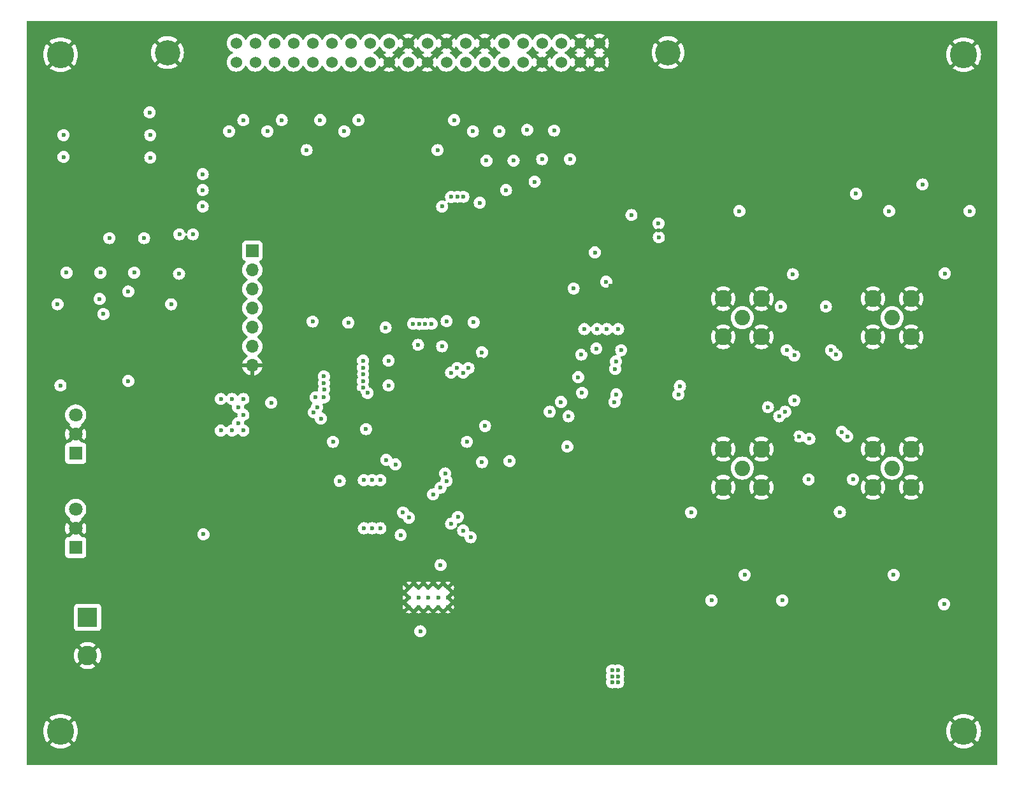
<source format=gbr>
%TF.GenerationSoftware,KiCad,Pcbnew,8.0.1*%
%TF.CreationDate,2024-10-12T16:48:09+02:00*%
%TF.ProjectId,ultrasonic_V3_HW,756c7472-6173-46f6-9e69-635f56335f48,rev?*%
%TF.SameCoordinates,Original*%
%TF.FileFunction,Copper,L2,Inr*%
%TF.FilePolarity,Positive*%
%FSLAX46Y46*%
G04 Gerber Fmt 4.6, Leading zero omitted, Abs format (unit mm)*
G04 Created by KiCad (PCBNEW 8.0.1) date 2024-10-12 16:48:09*
%MOMM*%
%LPD*%
G01*
G04 APERTURE LIST*
%TA.AperFunction,ComponentPad*%
%ADD10C,3.600000*%
%TD*%
%TA.AperFunction,ComponentPad*%
%ADD11R,1.700000X1.700000*%
%TD*%
%TA.AperFunction,ComponentPad*%
%ADD12O,1.700000X1.700000*%
%TD*%
%TA.AperFunction,ComponentPad*%
%ADD13R,2.600000X2.600000*%
%TD*%
%TA.AperFunction,ComponentPad*%
%ADD14C,2.600000*%
%TD*%
%TA.AperFunction,ComponentPad*%
%ADD15C,2.050000*%
%TD*%
%TA.AperFunction,ComponentPad*%
%ADD16C,2.250000*%
%TD*%
%TA.AperFunction,ComponentPad*%
%ADD17R,1.800000X1.800000*%
%TD*%
%TA.AperFunction,ComponentPad*%
%ADD18C,1.800000*%
%TD*%
%TA.AperFunction,HeatsinkPad*%
%ADD19C,0.600000*%
%TD*%
%TA.AperFunction,ComponentPad*%
%ADD20C,1.524000*%
%TD*%
%TA.AperFunction,ComponentPad*%
%ADD21C,3.352800*%
%TD*%
%TA.AperFunction,ViaPad*%
%ADD22C,0.600000*%
%TD*%
G04 APERTURE END LIST*
D10*
%TO.N,GND*%
%TO.C,H3*%
X209500000Y-139500000D03*
%TD*%
D11*
%TO.N,/JTAG_TMS*%
%TO.C,J4*%
X115000000Y-75600000D03*
D12*
%TO.N,/JTAG_TCK*%
X115000000Y-78140000D03*
%TO.N,/JTAG_TDI*%
X115000000Y-80680000D03*
%TO.N,/JTAG_TDO*%
X115000000Y-83220000D03*
%TO.N,unconnected-(J4-Pin_5-Pad5)*%
X115000000Y-85760000D03*
%TO.N,/P3V3*%
X115000000Y-88300000D03*
%TO.N,GND*%
X115000000Y-90840000D03*
%TD*%
D10*
%TO.N,GND*%
%TO.C,H2*%
X89500000Y-139500000D03*
%TD*%
D13*
%TO.N,/PowerManagement/P15V-20V_5S_UNREGULATED*%
%TO.C,J5*%
X93095000Y-124355000D03*
D14*
%TO.N,GND*%
X93095000Y-129435000D03*
%TD*%
D15*
%TO.N,Net-(J7-In)*%
%TO.C,J7*%
X180100000Y-104500000D03*
D16*
%TO.N,GND*%
X177560000Y-107040000D03*
X182640000Y-107040000D03*
X177560000Y-101960000D03*
X182640000Y-101960000D03*
%TD*%
D10*
%TO.N,GND*%
%TO.C,H1*%
X89500000Y-49500000D03*
%TD*%
D15*
%TO.N,Net-(J2-In)*%
%TO.C,J2*%
X200000000Y-84500000D03*
D16*
%TO.N,GND*%
X202540000Y-81960000D03*
X197460000Y-81960000D03*
X202540000Y-87040000D03*
X197460000Y-87040000D03*
%TD*%
D15*
%TO.N,Net-(J6-In)*%
%TO.C,J6*%
X180100000Y-84500000D03*
D16*
%TO.N,GND*%
X182640000Y-81960000D03*
X177560000Y-81960000D03*
X182640000Y-87040000D03*
X177560000Y-87040000D03*
%TD*%
D15*
%TO.N,Net-(J3-In)*%
%TO.C,J3*%
X200000000Y-104500000D03*
D16*
%TO.N,GND*%
X197460000Y-107040000D03*
X202540000Y-107040000D03*
X197460000Y-101960000D03*
X202540000Y-101960000D03*
%TD*%
D10*
%TO.N,GND*%
%TO.C,H4*%
X209500000Y-49500000D03*
%TD*%
D17*
%TO.N,/PowerManagement/P15V-20V_5S_FUSED*%
%TO.C,U12*%
X91520000Y-102512500D03*
D18*
%TO.N,GND*%
X91520000Y-99972500D03*
%TO.N,Net-(U12-OUT)*%
X91520000Y-97432500D03*
%TD*%
D19*
%TO.N,GND*%
%TO.C,U15*%
X135787500Y-123000000D03*
X137087500Y-123000000D03*
X138387500Y-123000000D03*
X139687500Y-123000000D03*
X140987500Y-123000000D03*
X135787500Y-121700000D03*
X137087500Y-121700000D03*
X138387500Y-121700000D03*
X139687500Y-121700000D03*
X140987500Y-121700000D03*
X135787500Y-120400000D03*
X137087500Y-120400000D03*
X138387500Y-120400000D03*
X139687500Y-120400000D03*
X140987500Y-120400000D03*
%TD*%
D17*
%TO.N,/PowerManagement/P15V-20V_5S_FUSED*%
%TO.C,U13*%
X91520000Y-115050000D03*
D18*
%TO.N,GND*%
X91520000Y-112510000D03*
%TO.N,Net-(U13-OUT)*%
X91520000Y-109970000D03*
%TD*%
D20*
%TO.N,/LVDS_SCLK_N*%
%TO.C,J1*%
X112840000Y-50500000D03*
%TO.N,unconnected-(J1A-Pin_2-Pad2)*%
X115380000Y-50500000D03*
%TO.N,/LVDS_CS_N*%
X117920000Y-50500000D03*
%TO.N,unconnected-(J1A-Pin_4-Pad4)*%
X120460000Y-50500000D03*
%TO.N,/LVDS_MISO_N*%
X123000000Y-50500000D03*
%TO.N,unconnected-(J1A-Pin_6-Pad6)*%
X125540000Y-50500000D03*
%TO.N,/LVDS_MOSI_N*%
X128080000Y-50500000D03*
%TO.N,unconnected-(J1A-Pin_8-Pad8)*%
X130620000Y-50500000D03*
%TO.N,GND*%
X133160000Y-50500000D03*
%TO.N,unconnected-(J1A-Pin_10-Pad10)*%
X135700000Y-50500000D03*
%TO.N,GND*%
X138240000Y-50500000D03*
%TO.N,/CNTRL_MISO*%
X140780000Y-50500000D03*
%TO.N,unconnected-(J1A-Pin_13-Pad13)*%
X143320000Y-50500000D03*
%TO.N,/CNTRL_GPIO5*%
X145860000Y-50500000D03*
%TO.N,/CNTRL_GPIO4*%
X148400000Y-50500000D03*
%TO.N,/CNTRL_GPIO2*%
X150940000Y-50500000D03*
%TO.N,GND*%
X153480000Y-50500000D03*
%TO.N,/P3V3*%
X156020000Y-50500000D03*
%TO.N,GND*%
X158560000Y-50500000D03*
X161100000Y-50500000D03*
X161100000Y-47960000D03*
X158560000Y-47960000D03*
%TO.N,Net-(J1A-Pin_23)*%
X156020000Y-47960000D03*
%TO.N,Net-(J1A-Pin_24)*%
X153480000Y-47960000D03*
%TO.N,Net-(J1A-Pin_25)*%
X150940000Y-47960000D03*
%TO.N,Net-(J1A-Pin_26)*%
X148400000Y-47960000D03*
%TO.N,GND*%
X145860000Y-47960000D03*
%TO.N,Net-(J1A-Pin_28)*%
X143320000Y-47960000D03*
%TO.N,GND*%
X140780000Y-47960000D03*
%TO.N,Net-(J1A-Pin_30)*%
X138240000Y-47960000D03*
%TO.N,GND*%
X135700000Y-47960000D03*
%TO.N,unconnected-(J1A-Pin_32-Pad32)*%
X133160000Y-47960000D03*
%TO.N,unconnected-(J1A-Pin_33-Pad33)*%
X130620000Y-47960000D03*
%TO.N,Net-(J1A-Pin_34)*%
X128080000Y-47960000D03*
%TO.N,unconnected-(J1A-Pin_35-Pad35)*%
X125540000Y-47960000D03*
%TO.N,/LVDS_MISO_P*%
X123000000Y-47960000D03*
%TO.N,unconnected-(J1A-Pin_37-Pad37)*%
X120460000Y-47960000D03*
%TO.N,/LVDS_CS_P*%
X117920000Y-47960000D03*
%TO.N,unconnected-(J1A-Pin_39-Pad39)*%
X115380000Y-47960000D03*
%TO.N,/LVDS_SCLK_P*%
X112840000Y-47960000D03*
D21*
%TO.N,GND*%
X103708700Y-49230000D03*
X170231300Y-49230000D03*
%TD*%
D22*
%TO.N,/P3V3*%
X130900000Y-112500000D03*
X132000000Y-112500000D03*
X129800000Y-112500000D03*
X130900000Y-106100000D03*
X132000000Y-106100000D03*
X129800000Y-106100000D03*
%TO.N,GND*%
X125762500Y-97937500D03*
X129100000Y-94500000D03*
X166300000Y-75300000D03*
X106200000Y-72900000D03*
X106700000Y-78500000D03*
X122950000Y-88450000D03*
X180100000Y-116500000D03*
X200100000Y-116500000D03*
X204675000Y-120737500D03*
X180300000Y-72062500D03*
X189800000Y-73400000D03*
X208800000Y-72000000D03*
X200037500Y-72062500D03*
X207200000Y-61900000D03*
X186350000Y-63150000D03*
X172100000Y-72300000D03*
X192300000Y-72300000D03*
X208000000Y-116700000D03*
X188100000Y-116700000D03*
X192600000Y-127300000D03*
X161500000Y-135700000D03*
X159100000Y-136000000D03*
X156090000Y-135990000D03*
X172700000Y-126600000D03*
X185162500Y-120737500D03*
X192400000Y-81800000D03*
%TO.N,/PHV*%
X191200000Y-83000000D03*
%TO.N,GND*%
X186675000Y-80825000D03*
%TO.N,/PHV*%
X185200000Y-83000000D03*
%TO.N,GND*%
X187425000Y-104725000D03*
%TO.N,/PHV*%
X188900000Y-106000000D03*
%TO.N,GND*%
X193325000Y-108175000D03*
%TO.N,/PHV*%
X194800000Y-106000000D03*
%TO.N,GND*%
X98100000Y-99200000D03*
X98300000Y-101100000D03*
%TO.N,/P3V3*%
X149162500Y-103562500D03*
%TO.N,GND*%
X127900000Y-106200000D03*
X119100000Y-96400000D03*
X119100000Y-97900000D03*
X119100000Y-99400000D03*
%TO.N,/P3V3*%
X124100000Y-97900000D03*
%TO.N,GND*%
X161700000Y-72300000D03*
X162000000Y-73700000D03*
X162150000Y-75150000D03*
X127975000Y-86875000D03*
%TO.N,/P3V3*%
X127750000Y-85150000D03*
%TO.N,/P3V_REF*%
X165362500Y-70837500D03*
%TO.N,/P3V3*%
X169000000Y-73800000D03*
%TO.N,GND*%
X169000000Y-72900000D03*
%TO.N,/P3V3*%
X168950000Y-71950000D03*
%TO.N,/PowerManagement/P2V5_REF*%
X89100000Y-82700000D03*
X95200000Y-84000000D03*
X98500000Y-81000000D03*
X105250000Y-78650000D03*
%TO.N,GND*%
X108500000Y-77300000D03*
X108400000Y-74800000D03*
%TO.N,/P3V3*%
X107100000Y-73400000D03*
X105300000Y-73400000D03*
%TO.N,GND*%
X193175000Y-88625000D03*
X156600000Y-92600000D03*
X162600000Y-80247369D03*
X151500000Y-63500000D03*
X139400000Y-126000000D03*
X167900000Y-89800000D03*
X167900000Y-86700000D03*
X86400000Y-84000000D03*
X164600000Y-83200000D03*
X144500000Y-89500000D03*
X139300000Y-127400000D03*
X144000000Y-127000000D03*
X136600000Y-104100000D03*
X200865000Y-61565000D03*
X150100000Y-89400000D03*
X139200000Y-113412500D03*
X134900000Y-100700000D03*
X91500000Y-93300000D03*
X176700000Y-95000000D03*
X164775735Y-84475735D03*
X163200000Y-93000000D03*
X137700000Y-113412500D03*
X145400000Y-90000000D03*
X144200000Y-63600000D03*
X92500000Y-70600000D03*
X134400000Y-97600000D03*
X153200000Y-59600000D03*
X142500000Y-100800000D03*
X99400000Y-111700000D03*
X167900000Y-88800000D03*
X192725000Y-100475000D03*
X115100000Y-62200000D03*
X155300000Y-63500000D03*
X158162500Y-83237500D03*
X138200000Y-88300000D03*
X149400000Y-102000000D03*
X142500000Y-122900000D03*
X146000000Y-59600000D03*
X133200000Y-120987500D03*
X127100000Y-55700000D03*
X149600000Y-59600000D03*
X181000000Y-61800000D03*
X120200000Y-59700000D03*
X159400000Y-88800000D03*
X100500000Y-92500000D03*
X178100000Y-89300000D03*
X122100000Y-55700000D03*
X133100000Y-91400000D03*
X116900000Y-55700000D03*
X187300000Y-88600000D03*
X136100000Y-88400000D03*
X135800000Y-92400000D03*
X97000000Y-70600000D03*
X171800000Y-92300000D03*
X199035000Y-127135000D03*
X186800000Y-100500000D03*
X98400000Y-82700000D03*
X134400000Y-122012500D03*
X142300000Y-62200000D03*
X98662500Y-113462500D03*
X145900000Y-97600000D03*
X137600000Y-62200000D03*
X111800000Y-55700000D03*
X125200000Y-62200000D03*
X109900000Y-62200000D03*
X145400000Y-118500000D03*
X147800000Y-63600000D03*
X107000000Y-92700000D03*
X139900000Y-58200000D03*
X101550000Y-70550000D03*
X161000000Y-102000000D03*
X90600000Y-83000000D03*
X188100000Y-95000000D03*
X179135000Y-127100000D03*
X136200000Y-113412500D03*
%TO.N,/P3V3*%
X149700000Y-63600000D03*
X99300000Y-78500000D03*
X158700000Y-89400000D03*
X132800000Y-103400000D03*
X112300000Y-95300000D03*
X101345000Y-57180000D03*
X171800000Y-93600000D03*
X137000000Y-88100000D03*
X156835000Y-101635000D03*
X162003805Y-79713931D03*
X110800000Y-95300000D03*
X130100000Y-99300000D03*
X145500000Y-103700000D03*
X127200000Y-59700000D03*
X124000000Y-58200000D03*
X163300000Y-90300000D03*
X111900000Y-59700000D03*
X113800000Y-99500000D03*
X122200000Y-62200000D03*
X139600000Y-62200000D03*
X163362500Y-94700000D03*
X113800000Y-97400000D03*
X153500000Y-63400000D03*
X164000000Y-88800000D03*
X145900000Y-98900000D03*
X113800000Y-58200000D03*
X117000000Y-59700000D03*
X158800208Y-94475303D03*
X94800000Y-78500000D03*
X101425000Y-63200000D03*
X143500000Y-101000000D03*
X113800000Y-95300000D03*
X129100000Y-58200000D03*
X155100000Y-59600000D03*
X141800000Y-58200000D03*
X113100000Y-98500000D03*
X133100000Y-90200000D03*
X94700000Y-82000000D03*
X90300000Y-78500000D03*
X144300000Y-59700000D03*
X151500000Y-59500000D03*
X137300000Y-126200000D03*
X147800000Y-59700000D03*
X123156239Y-97065642D03*
X133100000Y-93500000D03*
X132700000Y-85800000D03*
X163200000Y-91300000D03*
X104200000Y-82700000D03*
X145500000Y-89100000D03*
X140000000Y-117400000D03*
X101425000Y-60200000D03*
X134700000Y-113400000D03*
X146100000Y-63600000D03*
X187000000Y-95500000D03*
X113100000Y-96400000D03*
X144400000Y-85100000D03*
X118900000Y-58200000D03*
X110800000Y-99500000D03*
X157200000Y-63400000D03*
X112300000Y-99500000D03*
%TO.N,Net-(D1-K)*%
X195200000Y-68000000D03*
X204037500Y-66762500D03*
%TO.N,/P3V_REF*%
X158289322Y-92400000D03*
%TO.N,Net-(D6-K)*%
X185400000Y-122100000D03*
X176000000Y-122100000D03*
%TO.N,Net-(U7-VREFB)*%
X163600000Y-86000000D03*
%TO.N,Net-(U7-VREFT)*%
X162100000Y-86000000D03*
%TO.N,Net-(U7-VREF)*%
X160800000Y-86000000D03*
%TO.N,Net-(U7-VCOM)*%
X159100000Y-86000000D03*
%TO.N,Net-(U2-VREG)*%
X123600000Y-96400000D03*
%TO.N,/CNTRL_SCLK*%
X141400000Y-91800000D03*
X141399242Y-68423506D03*
%TO.N,/CNTRL_CS*%
X143024268Y-68400000D03*
X143000000Y-91800000D03*
%TO.N,/CNTRL_MISO*%
X142200000Y-91200000D03*
X142224265Y-68400000D03*
%TO.N,/CNTRL_MOSI*%
X145200000Y-69200000D03*
X143700000Y-91200000D03*
%TO.N,/CNTRL_GPIO5*%
X140200000Y-88300000D03*
X140200000Y-69700000D03*
X108400000Y-69700000D03*
%TO.N,/CNTRL_GPIO4*%
X108400000Y-67500000D03*
X148700000Y-67500000D03*
X140800000Y-84951470D03*
%TO.N,/CNTRL_GPIO2*%
X108400000Y-65400000D03*
X152500000Y-66400000D03*
%TO.N,/PHV*%
X163600000Y-132200000D03*
X163600000Y-133000000D03*
X89500000Y-93500000D03*
X162800000Y-132200000D03*
X163600000Y-131400000D03*
X162800000Y-131400000D03*
X162800000Y-133000000D03*
%TO.N,/P12V*%
X179700000Y-70300000D03*
X200200000Y-118700000D03*
X98500000Y-92900000D03*
X199595000Y-70295000D03*
X180405000Y-118700000D03*
X210300000Y-70300000D03*
X108500000Y-113300000D03*
X206900000Y-122600000D03*
%TO.N,Net-(U17A-+)*%
X171600000Y-94700000D03*
%TO.N,/AMP_CS*%
X139000000Y-108000000D03*
X183500000Y-96400000D03*
%TO.N,/SPI_LOCAL_MOSI*%
X129700000Y-92900000D03*
X185800000Y-97000000D03*
X154500000Y-97000000D03*
X124524263Y-94024266D03*
%TO.N,Net-(Q7-D)*%
X193050001Y-110350001D03*
%TO.N,/SPI_LOCAL_MISO*%
X129713235Y-91986765D03*
X124500000Y-93200000D03*
%TO.N,/SPI_LOCAL_SCK*%
X117500000Y-95800000D03*
X157000000Y-97600000D03*
X124500000Y-95100000D03*
X129700000Y-93800000D03*
X185000000Y-97600000D03*
%TO.N,Net-(U5-SPI2C)*%
X163100000Y-95700000D03*
%TO.N,/fpga/STANBY_OSC*%
X123000000Y-85000000D03*
X129700000Y-90200000D03*
%TO.N,Net-(U16-SIO2)*%
X126600000Y-106200000D03*
%TO.N,/fpga/TDC_CS*%
X130300000Y-94500000D03*
X123400000Y-95100000D03*
%TO.N,/ADC_DF*%
X160500000Y-75800000D03*
X140600000Y-105200000D03*
%TO.N,/fpga/TDC_INTB*%
X129700000Y-91125000D03*
X124500000Y-92300000D03*
%TO.N,/DAC_CS*%
X156000000Y-95700000D03*
X140000000Y-107100000D03*
%TO.N,Net-(U7-IRS)*%
X160700000Y-88600000D03*
%TO.N,/ADC_STBY*%
X140800000Y-106200000D03*
X157674265Y-80600000D03*
%TO.N,/JTAG_TMS*%
X138800000Y-85300000D03*
%TO.N,/fpga/SRAM_HOLD*%
X125700000Y-101000000D03*
X134000000Y-104000000D03*
%TO.N,/JTAG_TDI*%
X137168973Y-85324295D03*
%TO.N,/JTAG_TDO*%
X136344722Y-85300016D03*
%TO.N,/JTAG_TCK*%
X137968968Y-85320706D03*
%TO.N,Net-(D24-K)*%
X100600000Y-73900000D03*
X89900000Y-63100000D03*
%TO.N,Net-(D26-K)*%
X96000000Y-73900000D03*
X89900000Y-60200000D03*
%TO.N,Net-(Q2-D)*%
X186800000Y-78700000D03*
%TO.N,/fpga/BRIDGE_D_SEL*%
X187659181Y-100292290D03*
X144000000Y-113700000D03*
%TO.N,/fpga/BRIDGE_B_SEL*%
X187000000Y-89500000D03*
X142300000Y-111000000D03*
%TO.N,/fpga/BRIDGE_C_SEL*%
X143000000Y-112800000D03*
X193325000Y-99675000D03*
%TO.N,/fpga/BRIDGE_A_SEL*%
X141400000Y-111900000D03*
X192575000Y-89425000D03*
%TO.N,/H-bridges/BRIDGE_AB_MUX_EN*%
X191875000Y-88825000D03*
X186000000Y-88800000D03*
X135000000Y-110400000D03*
%TO.N,/H-bridges/BRIDGE_CD_MUX_EN*%
X189000000Y-100600000D03*
X135800743Y-111100000D03*
X194025000Y-100275000D03*
%TO.N,Net-(Q3-D)*%
X207000000Y-78600000D03*
%TO.N,Net-(Q8-D)*%
X173300000Y-110400000D03*
%TD*%
%TA.AperFunction,Conductor*%
%TO.N,GND*%
G36*
X131957865Y-48413435D02*
G01*
X132002382Y-48464811D01*
X132062464Y-48593658D01*
X132062468Y-48593666D01*
X132189170Y-48774615D01*
X132189175Y-48774621D01*
X132345378Y-48930824D01*
X132345384Y-48930829D01*
X132526333Y-49057531D01*
X132526335Y-49057532D01*
X132526338Y-49057534D01*
X132654593Y-49117340D01*
X132655781Y-49117894D01*
X132708220Y-49164066D01*
X132727372Y-49231260D01*
X132707156Y-49298141D01*
X132655781Y-49342658D01*
X132526590Y-49402901D01*
X132461811Y-49448258D01*
X133024057Y-50010504D01*
X132963919Y-50026619D01*
X132848080Y-50093498D01*
X132753498Y-50188080D01*
X132686619Y-50303919D01*
X132670504Y-50364057D01*
X132108258Y-49801811D01*
X132062901Y-49866590D01*
X132002658Y-49995781D01*
X131956485Y-50048220D01*
X131889292Y-50067372D01*
X131822411Y-50047156D01*
X131777894Y-49995781D01*
X131762906Y-49963639D01*
X131717534Y-49866339D01*
X131590826Y-49685380D01*
X131434620Y-49529174D01*
X131434616Y-49529171D01*
X131434615Y-49529170D01*
X131253666Y-49402468D01*
X131253658Y-49402464D01*
X131124811Y-49342382D01*
X131072371Y-49296210D01*
X131053219Y-49229017D01*
X131073435Y-49162135D01*
X131124811Y-49117618D01*
X131130802Y-49114824D01*
X131253662Y-49057534D01*
X131434620Y-48930826D01*
X131590826Y-48774620D01*
X131717534Y-48593662D01*
X131777618Y-48464811D01*
X131823790Y-48412371D01*
X131890983Y-48393219D01*
X131957865Y-48413435D01*
G37*
%TD.AperFunction*%
%TA.AperFunction,Conductor*%
G36*
X136751741Y-48658188D02*
G01*
X136797094Y-48593417D01*
X136797095Y-48593416D01*
X136857340Y-48464219D01*
X136903512Y-48411780D01*
X136970706Y-48392627D01*
X137037587Y-48412842D01*
X137082105Y-48464218D01*
X137142466Y-48593662D01*
X137142468Y-48593666D01*
X137269170Y-48774615D01*
X137269175Y-48774621D01*
X137425378Y-48930824D01*
X137425384Y-48930829D01*
X137606333Y-49057531D01*
X137606335Y-49057532D01*
X137606338Y-49057534D01*
X137734593Y-49117340D01*
X137735781Y-49117894D01*
X137788220Y-49164066D01*
X137807372Y-49231260D01*
X137787156Y-49298141D01*
X137735781Y-49342658D01*
X137606590Y-49402901D01*
X137541811Y-49448258D01*
X138104057Y-50010504D01*
X138043919Y-50026619D01*
X137928080Y-50093498D01*
X137833498Y-50188080D01*
X137766619Y-50303919D01*
X137750504Y-50364057D01*
X137188258Y-49801811D01*
X137142901Y-49866590D01*
X137082658Y-49995781D01*
X137036485Y-50048220D01*
X136969292Y-50067372D01*
X136902411Y-50047156D01*
X136857894Y-49995781D01*
X136842906Y-49963639D01*
X136797534Y-49866339D01*
X136670826Y-49685380D01*
X136514620Y-49529174D01*
X136514616Y-49529171D01*
X136514615Y-49529170D01*
X136333666Y-49402468D01*
X136333662Y-49402466D01*
X136204218Y-49342105D01*
X136151779Y-49295932D01*
X136132627Y-49228739D01*
X136152843Y-49161858D01*
X136204219Y-49117340D01*
X136333416Y-49057095D01*
X136333417Y-49057094D01*
X136398188Y-49011741D01*
X135835942Y-48449494D01*
X135896081Y-48433381D01*
X136011920Y-48366502D01*
X136106502Y-48271920D01*
X136173381Y-48156081D01*
X136189495Y-48095942D01*
X136751741Y-48658188D01*
G37*
%TD.AperFunction*%
%TA.AperFunction,Conductor*%
G36*
X152277865Y-48413435D02*
G01*
X152322382Y-48464811D01*
X152382464Y-48593658D01*
X152382468Y-48593666D01*
X152509170Y-48774615D01*
X152509175Y-48774621D01*
X152665378Y-48930824D01*
X152665384Y-48930829D01*
X152846333Y-49057531D01*
X152846335Y-49057532D01*
X152846338Y-49057534D01*
X152974593Y-49117340D01*
X152975781Y-49117894D01*
X153028220Y-49164066D01*
X153047372Y-49231260D01*
X153027156Y-49298141D01*
X152975781Y-49342658D01*
X152846590Y-49402901D01*
X152781811Y-49448258D01*
X153344057Y-50010504D01*
X153283919Y-50026619D01*
X153168080Y-50093498D01*
X153073498Y-50188080D01*
X153006619Y-50303919D01*
X152990504Y-50364057D01*
X152428258Y-49801811D01*
X152382901Y-49866590D01*
X152322658Y-49995781D01*
X152276485Y-50048220D01*
X152209292Y-50067372D01*
X152142411Y-50047156D01*
X152097894Y-49995781D01*
X152082906Y-49963639D01*
X152037534Y-49866339D01*
X151910826Y-49685380D01*
X151754620Y-49529174D01*
X151754616Y-49529171D01*
X151754615Y-49529170D01*
X151573666Y-49402468D01*
X151573658Y-49402464D01*
X151444811Y-49342382D01*
X151392371Y-49296210D01*
X151373219Y-49229017D01*
X151393435Y-49162135D01*
X151444811Y-49117618D01*
X151450802Y-49114824D01*
X151573662Y-49057534D01*
X151754620Y-48930826D01*
X151910826Y-48774620D01*
X152037534Y-48593662D01*
X152097618Y-48464811D01*
X152143790Y-48412371D01*
X152210983Y-48393219D01*
X152277865Y-48413435D01*
G37*
%TD.AperFunction*%
%TA.AperFunction,Conductor*%
G36*
X158086619Y-48156081D02*
G01*
X158153498Y-48271920D01*
X158248080Y-48366502D01*
X158363919Y-48433381D01*
X158424057Y-48449494D01*
X157861810Y-49011740D01*
X157926589Y-49057098D01*
X158056373Y-49117618D01*
X158108812Y-49163790D01*
X158127964Y-49230984D01*
X158107748Y-49297865D01*
X158056373Y-49342382D01*
X157926590Y-49402901D01*
X157861811Y-49448258D01*
X158424057Y-50010504D01*
X158363919Y-50026619D01*
X158248080Y-50093498D01*
X158153498Y-50188080D01*
X158086619Y-50303919D01*
X158070504Y-50364057D01*
X157508258Y-49801811D01*
X157462901Y-49866590D01*
X157402658Y-49995781D01*
X157356485Y-50048220D01*
X157289292Y-50067372D01*
X157222411Y-50047156D01*
X157177894Y-49995781D01*
X157162906Y-49963639D01*
X157117534Y-49866339D01*
X156990826Y-49685380D01*
X156834620Y-49529174D01*
X156834616Y-49529171D01*
X156834615Y-49529170D01*
X156653666Y-49402468D01*
X156653658Y-49402464D01*
X156524811Y-49342382D01*
X156472371Y-49296210D01*
X156453219Y-49229017D01*
X156473435Y-49162135D01*
X156524811Y-49117618D01*
X156530802Y-49114824D01*
X156653662Y-49057534D01*
X156834620Y-48930826D01*
X156990826Y-48774620D01*
X157117534Y-48593662D01*
X157177894Y-48464218D01*
X157224066Y-48411779D01*
X157291259Y-48392627D01*
X157358141Y-48412843D01*
X157402658Y-48464219D01*
X157462898Y-48593405D01*
X157462901Y-48593411D01*
X157508258Y-48658187D01*
X157508259Y-48658188D01*
X158070504Y-48095942D01*
X158086619Y-48156081D01*
G37*
%TD.AperFunction*%
%TA.AperFunction,Conductor*%
G36*
X160626619Y-48156081D02*
G01*
X160693498Y-48271920D01*
X160788080Y-48366502D01*
X160903919Y-48433381D01*
X160964057Y-48449494D01*
X160401810Y-49011740D01*
X160466589Y-49057098D01*
X160596373Y-49117618D01*
X160648812Y-49163790D01*
X160667964Y-49230984D01*
X160647748Y-49297865D01*
X160596373Y-49342382D01*
X160466590Y-49402901D01*
X160401811Y-49448258D01*
X160964057Y-50010504D01*
X160903919Y-50026619D01*
X160788080Y-50093498D01*
X160693498Y-50188080D01*
X160626619Y-50303919D01*
X160610504Y-50364057D01*
X160048258Y-49801811D01*
X160002901Y-49866590D01*
X159942382Y-49996373D01*
X159896209Y-50048812D01*
X159829016Y-50067964D01*
X159762135Y-50047748D01*
X159717618Y-49996373D01*
X159657096Y-49866586D01*
X159611741Y-49801811D01*
X159611740Y-49801810D01*
X159049494Y-50364056D01*
X159033381Y-50303919D01*
X158966502Y-50188080D01*
X158871920Y-50093498D01*
X158756081Y-50026619D01*
X158695942Y-50010505D01*
X159258188Y-49448259D01*
X159258187Y-49448258D01*
X159193411Y-49402901D01*
X159193405Y-49402898D01*
X159063627Y-49342382D01*
X159011187Y-49296210D01*
X158992035Y-49229017D01*
X159012251Y-49162135D01*
X159063627Y-49117618D01*
X159193407Y-49057100D01*
X159193417Y-49057094D01*
X159258188Y-49011741D01*
X158695942Y-48449494D01*
X158756081Y-48433381D01*
X158871920Y-48366502D01*
X158966502Y-48271920D01*
X159033381Y-48156081D01*
X159049495Y-48095942D01*
X159611741Y-48658188D01*
X159657094Y-48593417D01*
X159657100Y-48593407D01*
X159717618Y-48463627D01*
X159763790Y-48411187D01*
X159830983Y-48392035D01*
X159897865Y-48412251D01*
X159942382Y-48463627D01*
X160002898Y-48593405D01*
X160002901Y-48593411D01*
X160048258Y-48658187D01*
X160048259Y-48658188D01*
X160610504Y-48095942D01*
X160626619Y-48156081D01*
G37*
%TD.AperFunction*%
%TA.AperFunction,Conductor*%
G36*
X135226619Y-48156081D02*
G01*
X135293498Y-48271920D01*
X135388080Y-48366502D01*
X135503919Y-48433381D01*
X135564057Y-48449494D01*
X135001810Y-49011740D01*
X135066589Y-49057098D01*
X135195781Y-49117342D01*
X135248220Y-49163514D01*
X135267372Y-49230708D01*
X135247156Y-49297589D01*
X135195781Y-49342106D01*
X135066340Y-49402465D01*
X135066338Y-49402466D01*
X134885377Y-49529175D01*
X134729175Y-49685377D01*
X134602467Y-49866337D01*
X134542105Y-49995782D01*
X134495932Y-50048221D01*
X134428738Y-50067372D01*
X134361857Y-50047156D01*
X134317341Y-49995780D01*
X134257098Y-49866589D01*
X134257097Y-49866587D01*
X134211741Y-49801811D01*
X134211740Y-49801810D01*
X133649494Y-50364056D01*
X133633381Y-50303919D01*
X133566502Y-50188080D01*
X133471920Y-50093498D01*
X133356081Y-50026619D01*
X133295942Y-50010505D01*
X133858188Y-49448259D01*
X133858187Y-49448258D01*
X133793411Y-49402901D01*
X133793405Y-49402898D01*
X133664219Y-49342658D01*
X133611779Y-49296486D01*
X133592627Y-49229293D01*
X133612843Y-49162411D01*
X133664219Y-49117894D01*
X133665407Y-49117340D01*
X133793662Y-49057534D01*
X133974620Y-48930826D01*
X134130826Y-48774620D01*
X134257534Y-48593662D01*
X134317894Y-48464218D01*
X134364066Y-48411779D01*
X134431259Y-48392627D01*
X134498141Y-48412843D01*
X134542658Y-48464219D01*
X134602898Y-48593405D01*
X134602901Y-48593411D01*
X134648258Y-48658187D01*
X134648259Y-48658188D01*
X135210504Y-48095942D01*
X135226619Y-48156081D01*
G37*
%TD.AperFunction*%
%TA.AperFunction,Conductor*%
G36*
X140306619Y-48156081D02*
G01*
X140373498Y-48271920D01*
X140468080Y-48366502D01*
X140583919Y-48433381D01*
X140644057Y-48449494D01*
X140081810Y-49011740D01*
X140146589Y-49057098D01*
X140275781Y-49117342D01*
X140328220Y-49163514D01*
X140347372Y-49230708D01*
X140327156Y-49297589D01*
X140275781Y-49342106D01*
X140146340Y-49402465D01*
X140146338Y-49402466D01*
X139965377Y-49529175D01*
X139809175Y-49685377D01*
X139682467Y-49866337D01*
X139622105Y-49995782D01*
X139575932Y-50048221D01*
X139508738Y-50067372D01*
X139441857Y-50047156D01*
X139397341Y-49995780D01*
X139337098Y-49866589D01*
X139337097Y-49866587D01*
X139291741Y-49801811D01*
X139291740Y-49801810D01*
X138729494Y-50364056D01*
X138713381Y-50303919D01*
X138646502Y-50188080D01*
X138551920Y-50093498D01*
X138436081Y-50026619D01*
X138375942Y-50010505D01*
X138938188Y-49448259D01*
X138938187Y-49448258D01*
X138873411Y-49402901D01*
X138873405Y-49402898D01*
X138744219Y-49342658D01*
X138691779Y-49296486D01*
X138672627Y-49229293D01*
X138692843Y-49162411D01*
X138744219Y-49117894D01*
X138745407Y-49117340D01*
X138873662Y-49057534D01*
X139054620Y-48930826D01*
X139210826Y-48774620D01*
X139337534Y-48593662D01*
X139397894Y-48464218D01*
X139444066Y-48411779D01*
X139511259Y-48392627D01*
X139578141Y-48412843D01*
X139622658Y-48464219D01*
X139682898Y-48593405D01*
X139682901Y-48593411D01*
X139728258Y-48658187D01*
X139728259Y-48658188D01*
X140290504Y-48095942D01*
X140306619Y-48156081D01*
G37*
%TD.AperFunction*%
%TA.AperFunction,Conductor*%
G36*
X154817865Y-48413435D02*
G01*
X154862382Y-48464811D01*
X154922464Y-48593658D01*
X154922468Y-48593666D01*
X155049170Y-48774615D01*
X155049175Y-48774621D01*
X155205378Y-48930824D01*
X155205384Y-48930829D01*
X155386333Y-49057531D01*
X155386335Y-49057532D01*
X155386338Y-49057534D01*
X155505748Y-49113215D01*
X155515189Y-49117618D01*
X155567628Y-49163790D01*
X155586780Y-49230984D01*
X155566564Y-49297865D01*
X155515189Y-49342382D01*
X155386340Y-49402465D01*
X155386338Y-49402466D01*
X155205377Y-49529175D01*
X155049175Y-49685377D01*
X154922467Y-49866337D01*
X154862105Y-49995782D01*
X154815932Y-50048221D01*
X154748738Y-50067372D01*
X154681857Y-50047156D01*
X154637341Y-49995780D01*
X154577098Y-49866589D01*
X154577097Y-49866587D01*
X154531741Y-49801811D01*
X154531740Y-49801810D01*
X153969494Y-50364056D01*
X153953381Y-50303919D01*
X153886502Y-50188080D01*
X153791920Y-50093498D01*
X153676081Y-50026619D01*
X153615942Y-50010505D01*
X154178188Y-49448259D01*
X154178187Y-49448258D01*
X154113411Y-49402901D01*
X154113405Y-49402898D01*
X153984219Y-49342658D01*
X153931779Y-49296486D01*
X153912627Y-49229293D01*
X153932843Y-49162411D01*
X153984219Y-49117894D01*
X153985407Y-49117340D01*
X154113662Y-49057534D01*
X154294620Y-48930826D01*
X154450826Y-48774620D01*
X154577534Y-48593662D01*
X154637618Y-48464811D01*
X154683790Y-48412371D01*
X154750983Y-48393219D01*
X154817865Y-48413435D01*
G37*
%TD.AperFunction*%
%TA.AperFunction,Conductor*%
G36*
X141831741Y-48658188D02*
G01*
X141877094Y-48593417D01*
X141877095Y-48593416D01*
X141937340Y-48464219D01*
X141983512Y-48411780D01*
X142050706Y-48392627D01*
X142117587Y-48412842D01*
X142162105Y-48464218D01*
X142222466Y-48593662D01*
X142222468Y-48593666D01*
X142349170Y-48774615D01*
X142349175Y-48774621D01*
X142505378Y-48930824D01*
X142505384Y-48930829D01*
X142686333Y-49057531D01*
X142686335Y-49057532D01*
X142686338Y-49057534D01*
X142805748Y-49113215D01*
X142815189Y-49117618D01*
X142867628Y-49163790D01*
X142886780Y-49230984D01*
X142866564Y-49297865D01*
X142815189Y-49342382D01*
X142686340Y-49402465D01*
X142686338Y-49402466D01*
X142505377Y-49529175D01*
X142349175Y-49685377D01*
X142222466Y-49866338D01*
X142222465Y-49866340D01*
X142162382Y-49995189D01*
X142116209Y-50047628D01*
X142049016Y-50066780D01*
X141982135Y-50046564D01*
X141937618Y-49995189D01*
X141919059Y-49955390D01*
X141877534Y-49866339D01*
X141750826Y-49685380D01*
X141594620Y-49529174D01*
X141594616Y-49529171D01*
X141594615Y-49529170D01*
X141413666Y-49402468D01*
X141413662Y-49402466D01*
X141284218Y-49342105D01*
X141231779Y-49295932D01*
X141212627Y-49228739D01*
X141232843Y-49161858D01*
X141284219Y-49117340D01*
X141413416Y-49057095D01*
X141413417Y-49057094D01*
X141478188Y-49011741D01*
X140915942Y-48449494D01*
X140976081Y-48433381D01*
X141091920Y-48366502D01*
X141186502Y-48271920D01*
X141253381Y-48156081D01*
X141269495Y-48095942D01*
X141831741Y-48658188D01*
G37*
%TD.AperFunction*%
%TA.AperFunction,Conductor*%
G36*
X145386619Y-48156081D02*
G01*
X145453498Y-48271920D01*
X145548080Y-48366502D01*
X145663919Y-48433381D01*
X145724057Y-48449494D01*
X145161810Y-49011740D01*
X145226589Y-49057098D01*
X145355781Y-49117342D01*
X145408220Y-49163514D01*
X145427372Y-49230708D01*
X145407156Y-49297589D01*
X145355781Y-49342106D01*
X145226340Y-49402465D01*
X145226338Y-49402466D01*
X145045377Y-49529175D01*
X144889175Y-49685377D01*
X144762466Y-49866338D01*
X144762465Y-49866340D01*
X144702382Y-49995189D01*
X144656209Y-50047628D01*
X144589016Y-50066780D01*
X144522135Y-50046564D01*
X144477618Y-49995189D01*
X144459059Y-49955390D01*
X144417534Y-49866339D01*
X144290826Y-49685380D01*
X144134620Y-49529174D01*
X144134616Y-49529171D01*
X144134615Y-49529170D01*
X143953666Y-49402468D01*
X143953658Y-49402464D01*
X143824811Y-49342382D01*
X143772371Y-49296210D01*
X143753219Y-49229017D01*
X143773435Y-49162135D01*
X143824811Y-49117618D01*
X143830802Y-49114824D01*
X143953662Y-49057534D01*
X144134620Y-48930826D01*
X144290826Y-48774620D01*
X144417534Y-48593662D01*
X144477894Y-48464218D01*
X144524066Y-48411779D01*
X144591259Y-48392627D01*
X144658141Y-48412843D01*
X144702658Y-48464219D01*
X144762898Y-48593405D01*
X144762901Y-48593411D01*
X144808258Y-48658187D01*
X144808259Y-48658188D01*
X145370504Y-48095942D01*
X145386619Y-48156081D01*
G37*
%TD.AperFunction*%
%TA.AperFunction,Conductor*%
G36*
X146911741Y-48658188D02*
G01*
X146957094Y-48593417D01*
X146957095Y-48593416D01*
X147017340Y-48464219D01*
X147063512Y-48411780D01*
X147130706Y-48392627D01*
X147197587Y-48412842D01*
X147242105Y-48464218D01*
X147302466Y-48593662D01*
X147302468Y-48593666D01*
X147429170Y-48774615D01*
X147429175Y-48774621D01*
X147585378Y-48930824D01*
X147585384Y-48930829D01*
X147766333Y-49057531D01*
X147766335Y-49057532D01*
X147766338Y-49057534D01*
X147885748Y-49113215D01*
X147895189Y-49117618D01*
X147947628Y-49163790D01*
X147966780Y-49230984D01*
X147946564Y-49297865D01*
X147895189Y-49342382D01*
X147766340Y-49402465D01*
X147766338Y-49402466D01*
X147585377Y-49529175D01*
X147429175Y-49685377D01*
X147302466Y-49866338D01*
X147302465Y-49866340D01*
X147242382Y-49995189D01*
X147196209Y-50047628D01*
X147129016Y-50066780D01*
X147062135Y-50046564D01*
X147017618Y-49995189D01*
X146999059Y-49955390D01*
X146957534Y-49866339D01*
X146830826Y-49685380D01*
X146674620Y-49529174D01*
X146674616Y-49529171D01*
X146674615Y-49529170D01*
X146493666Y-49402468D01*
X146493662Y-49402466D01*
X146364218Y-49342105D01*
X146311779Y-49295932D01*
X146292627Y-49228739D01*
X146312843Y-49161858D01*
X146364219Y-49117340D01*
X146493416Y-49057095D01*
X146493417Y-49057094D01*
X146558188Y-49011741D01*
X145995942Y-48449494D01*
X146056081Y-48433381D01*
X146171920Y-48366502D01*
X146266502Y-48271920D01*
X146333381Y-48156081D01*
X146349495Y-48095942D01*
X146911741Y-48658188D01*
G37*
%TD.AperFunction*%
%TA.AperFunction,Conductor*%
G36*
X213942539Y-45020185D02*
G01*
X213988294Y-45072989D01*
X213999500Y-45124500D01*
X213999500Y-143875500D01*
X213979815Y-143942539D01*
X213927011Y-143988294D01*
X213875500Y-143999500D01*
X85124500Y-143999500D01*
X85057461Y-143979815D01*
X85011706Y-143927011D01*
X85000500Y-143875500D01*
X85000500Y-139500000D01*
X87195065Y-139500000D01*
X87214784Y-139800852D01*
X87214786Y-139800864D01*
X87273602Y-140096553D01*
X87273607Y-140096573D01*
X87370514Y-140382052D01*
X87370518Y-140382062D01*
X87503868Y-140652469D01*
X87671371Y-140903155D01*
X87671374Y-140903159D01*
X87704973Y-140941470D01*
X87704974Y-140941470D01*
X88205747Y-140440697D01*
X88279588Y-140542330D01*
X88457670Y-140720412D01*
X88559301Y-140794251D01*
X88058528Y-141295024D01*
X88058528Y-141295025D01*
X88096840Y-141328625D01*
X88096844Y-141328628D01*
X88347530Y-141496131D01*
X88617937Y-141629481D01*
X88617947Y-141629485D01*
X88903426Y-141726392D01*
X88903446Y-141726397D01*
X89199135Y-141785213D01*
X89199147Y-141785215D01*
X89500000Y-141804934D01*
X89800852Y-141785215D01*
X89800864Y-141785213D01*
X90096553Y-141726397D01*
X90096573Y-141726392D01*
X90382052Y-141629485D01*
X90382062Y-141629481D01*
X90652469Y-141496131D01*
X90903157Y-141328627D01*
X90941470Y-141295025D01*
X90941470Y-141295023D01*
X90440698Y-140794251D01*
X90542330Y-140720412D01*
X90720412Y-140542330D01*
X90794251Y-140440698D01*
X91295023Y-140941470D01*
X91295025Y-140941470D01*
X91328627Y-140903157D01*
X91496131Y-140652469D01*
X91629481Y-140382062D01*
X91629485Y-140382052D01*
X91726392Y-140096573D01*
X91726397Y-140096553D01*
X91785213Y-139800864D01*
X91785215Y-139800852D01*
X91804934Y-139500000D01*
X207195065Y-139500000D01*
X207214784Y-139800852D01*
X207214786Y-139800864D01*
X207273602Y-140096553D01*
X207273607Y-140096573D01*
X207370514Y-140382052D01*
X207370518Y-140382062D01*
X207503868Y-140652469D01*
X207671371Y-140903155D01*
X207671374Y-140903159D01*
X207704973Y-140941470D01*
X207704974Y-140941470D01*
X208205747Y-140440697D01*
X208279588Y-140542330D01*
X208457670Y-140720412D01*
X208559301Y-140794251D01*
X208058528Y-141295024D01*
X208058528Y-141295025D01*
X208096840Y-141328625D01*
X208096844Y-141328628D01*
X208347530Y-141496131D01*
X208617937Y-141629481D01*
X208617947Y-141629485D01*
X208903426Y-141726392D01*
X208903446Y-141726397D01*
X209199135Y-141785213D01*
X209199147Y-141785215D01*
X209500000Y-141804934D01*
X209800852Y-141785215D01*
X209800864Y-141785213D01*
X210096553Y-141726397D01*
X210096573Y-141726392D01*
X210382052Y-141629485D01*
X210382062Y-141629481D01*
X210652469Y-141496131D01*
X210903157Y-141328627D01*
X210941470Y-141295025D01*
X210941470Y-141295023D01*
X210440698Y-140794251D01*
X210542330Y-140720412D01*
X210720412Y-140542330D01*
X210794251Y-140440698D01*
X211295023Y-140941470D01*
X211295025Y-140941470D01*
X211328627Y-140903157D01*
X211496131Y-140652469D01*
X211629481Y-140382062D01*
X211629485Y-140382052D01*
X211726392Y-140096573D01*
X211726397Y-140096553D01*
X211785213Y-139800864D01*
X211785215Y-139800852D01*
X211804934Y-139500000D01*
X211785215Y-139199147D01*
X211785213Y-139199135D01*
X211726397Y-138903446D01*
X211726393Y-138903431D01*
X211629483Y-138617944D01*
X211629474Y-138617923D01*
X211496129Y-138347528D01*
X211328633Y-138096851D01*
X211328625Y-138096840D01*
X211295025Y-138058528D01*
X211295024Y-138058528D01*
X210794251Y-138559301D01*
X210720412Y-138457670D01*
X210542330Y-138279588D01*
X210440697Y-138205747D01*
X210941470Y-137704974D01*
X210941470Y-137704973D01*
X210903159Y-137671374D01*
X210903155Y-137671371D01*
X210652469Y-137503868D01*
X210382062Y-137370518D01*
X210382052Y-137370514D01*
X210096573Y-137273607D01*
X210096553Y-137273602D01*
X209800864Y-137214786D01*
X209800852Y-137214784D01*
X209500000Y-137195065D01*
X209199147Y-137214784D01*
X209199135Y-137214786D01*
X208903446Y-137273602D01*
X208903431Y-137273606D01*
X208617944Y-137370516D01*
X208617923Y-137370525D01*
X208347528Y-137503870D01*
X208096844Y-137671370D01*
X208096837Y-137671376D01*
X208058528Y-137704972D01*
X208058527Y-137704974D01*
X208559301Y-138205748D01*
X208457670Y-138279588D01*
X208279588Y-138457670D01*
X208205748Y-138559301D01*
X207704974Y-138058527D01*
X207704972Y-138058528D01*
X207671376Y-138096837D01*
X207671370Y-138096844D01*
X207503870Y-138347528D01*
X207370525Y-138617923D01*
X207370516Y-138617944D01*
X207273606Y-138903431D01*
X207273602Y-138903446D01*
X207214786Y-139199135D01*
X207214784Y-139199147D01*
X207195065Y-139500000D01*
X91804934Y-139500000D01*
X91785215Y-139199147D01*
X91785213Y-139199135D01*
X91726397Y-138903446D01*
X91726393Y-138903431D01*
X91629483Y-138617944D01*
X91629474Y-138617923D01*
X91496129Y-138347528D01*
X91328633Y-138096851D01*
X91328625Y-138096840D01*
X91295025Y-138058528D01*
X91295024Y-138058528D01*
X90794251Y-138559301D01*
X90720412Y-138457670D01*
X90542330Y-138279588D01*
X90440697Y-138205747D01*
X90941470Y-137704974D01*
X90941470Y-137704973D01*
X90903159Y-137671374D01*
X90903155Y-137671371D01*
X90652469Y-137503868D01*
X90382062Y-137370518D01*
X90382052Y-137370514D01*
X90096573Y-137273607D01*
X90096553Y-137273602D01*
X89800864Y-137214786D01*
X89800852Y-137214784D01*
X89500000Y-137195065D01*
X89199147Y-137214784D01*
X89199135Y-137214786D01*
X88903446Y-137273602D01*
X88903431Y-137273606D01*
X88617944Y-137370516D01*
X88617923Y-137370525D01*
X88347528Y-137503870D01*
X88096844Y-137671370D01*
X88096837Y-137671376D01*
X88058528Y-137704972D01*
X88058527Y-137704974D01*
X88559301Y-138205748D01*
X88457670Y-138279588D01*
X88279588Y-138457670D01*
X88205748Y-138559301D01*
X87704974Y-138058527D01*
X87704972Y-138058528D01*
X87671376Y-138096837D01*
X87671370Y-138096844D01*
X87503870Y-138347528D01*
X87370525Y-138617923D01*
X87370516Y-138617944D01*
X87273606Y-138903431D01*
X87273602Y-138903446D01*
X87214786Y-139199135D01*
X87214784Y-139199147D01*
X87195065Y-139500000D01*
X85000500Y-139500000D01*
X85000500Y-133000003D01*
X161994435Y-133000003D01*
X162014630Y-133179249D01*
X162014631Y-133179254D01*
X162074211Y-133349523D01*
X162170184Y-133502262D01*
X162297738Y-133629816D01*
X162388080Y-133686582D01*
X162448254Y-133724392D01*
X162450478Y-133725789D01*
X162620739Y-133785366D01*
X162620745Y-133785368D01*
X162620750Y-133785369D01*
X162799996Y-133805565D01*
X162800000Y-133805565D01*
X162800004Y-133805565D01*
X162979249Y-133785369D01*
X162979251Y-133785368D01*
X162979255Y-133785368D01*
X162979258Y-133785366D01*
X162979262Y-133785366D01*
X163156095Y-133723489D01*
X163156846Y-133725637D01*
X163215128Y-133716035D01*
X163243588Y-133724392D01*
X163243905Y-133723489D01*
X163420737Y-133785366D01*
X163420743Y-133785367D01*
X163420745Y-133785368D01*
X163420746Y-133785368D01*
X163420750Y-133785369D01*
X163599996Y-133805565D01*
X163600000Y-133805565D01*
X163600004Y-133805565D01*
X163779249Y-133785369D01*
X163779252Y-133785368D01*
X163779255Y-133785368D01*
X163949522Y-133725789D01*
X164102262Y-133629816D01*
X164229816Y-133502262D01*
X164325789Y-133349522D01*
X164385368Y-133179255D01*
X164405565Y-133000000D01*
X164385368Y-132820745D01*
X164385367Y-132820743D01*
X164385366Y-132820737D01*
X164323489Y-132643905D01*
X164325637Y-132643153D01*
X164316035Y-132584872D01*
X164324392Y-132556411D01*
X164323489Y-132556095D01*
X164385366Y-132379262D01*
X164385369Y-132379249D01*
X164405565Y-132200003D01*
X164405565Y-132199996D01*
X164385369Y-132020750D01*
X164385366Y-132020737D01*
X164323489Y-131843905D01*
X164325637Y-131843153D01*
X164316035Y-131784872D01*
X164324392Y-131756411D01*
X164323489Y-131756095D01*
X164385366Y-131579262D01*
X164385369Y-131579249D01*
X164405565Y-131400003D01*
X164405565Y-131399996D01*
X164385369Y-131220750D01*
X164385368Y-131220745D01*
X164325788Y-131050476D01*
X164229815Y-130897737D01*
X164102262Y-130770184D01*
X163949523Y-130674211D01*
X163779254Y-130614631D01*
X163779249Y-130614630D01*
X163600004Y-130594435D01*
X163599996Y-130594435D01*
X163420750Y-130614630D01*
X163420737Y-130614633D01*
X163243906Y-130676510D01*
X163243155Y-130674364D01*
X163184856Y-130683962D01*
X163156409Y-130675609D01*
X163156094Y-130676510D01*
X162979262Y-130614633D01*
X162979249Y-130614630D01*
X162800004Y-130594435D01*
X162799996Y-130594435D01*
X162620750Y-130614630D01*
X162620745Y-130614631D01*
X162450476Y-130674211D01*
X162297737Y-130770184D01*
X162170184Y-130897737D01*
X162074211Y-131050476D01*
X162014631Y-131220745D01*
X162014630Y-131220750D01*
X161994435Y-131399996D01*
X161994435Y-131400003D01*
X162014630Y-131579249D01*
X162014633Y-131579262D01*
X162076510Y-131756094D01*
X162074364Y-131756844D01*
X162083962Y-131815144D01*
X162075609Y-131843590D01*
X162076510Y-131843906D01*
X162014633Y-132020737D01*
X162014630Y-132020750D01*
X161994435Y-132199996D01*
X161994435Y-132200003D01*
X162014630Y-132379249D01*
X162014633Y-132379262D01*
X162076510Y-132556094D01*
X162074364Y-132556844D01*
X162083962Y-132615144D01*
X162075609Y-132643590D01*
X162076510Y-132643906D01*
X162014633Y-132820737D01*
X162014630Y-132820750D01*
X161994435Y-132999996D01*
X161994435Y-133000003D01*
X85000500Y-133000003D01*
X85000500Y-129435004D01*
X91289953Y-129435004D01*
X91310113Y-129704026D01*
X91310113Y-129704028D01*
X91370142Y-129967033D01*
X91370148Y-129967052D01*
X91468709Y-130218181D01*
X91468708Y-130218181D01*
X91603602Y-130451822D01*
X91657294Y-130519151D01*
X91657295Y-130519151D01*
X92493958Y-129682488D01*
X92518978Y-129742890D01*
X92590112Y-129849351D01*
X92680649Y-129939888D01*
X92787110Y-130011022D01*
X92847510Y-130036041D01*
X92009848Y-130873702D01*
X92192483Y-130998220D01*
X92192485Y-130998221D01*
X92435539Y-131115269D01*
X92435537Y-131115269D01*
X92693337Y-131194790D01*
X92693343Y-131194792D01*
X92960101Y-131234999D01*
X92960110Y-131235000D01*
X93229890Y-131235000D01*
X93229898Y-131234999D01*
X93496656Y-131194792D01*
X93496662Y-131194790D01*
X93754461Y-131115269D01*
X93997521Y-130998218D01*
X94180150Y-130873702D01*
X93342488Y-130036041D01*
X93402890Y-130011022D01*
X93509351Y-129939888D01*
X93599888Y-129849351D01*
X93671022Y-129742890D01*
X93696041Y-129682488D01*
X94532703Y-130519151D01*
X94532704Y-130519150D01*
X94586393Y-130451828D01*
X94586400Y-130451817D01*
X94721290Y-130218181D01*
X94819851Y-129967052D01*
X94819857Y-129967033D01*
X94879886Y-129704028D01*
X94879886Y-129704026D01*
X94900047Y-129435004D01*
X94900047Y-129434995D01*
X94879886Y-129165973D01*
X94879886Y-129165971D01*
X94819857Y-128902966D01*
X94819851Y-128902947D01*
X94721290Y-128651818D01*
X94721291Y-128651818D01*
X94586397Y-128418177D01*
X94532704Y-128350847D01*
X93696041Y-129187510D01*
X93671022Y-129127110D01*
X93599888Y-129020649D01*
X93509351Y-128930112D01*
X93402890Y-128858978D01*
X93342488Y-128833958D01*
X94180150Y-127996296D01*
X93997517Y-127871779D01*
X93997516Y-127871778D01*
X93754460Y-127754730D01*
X93754462Y-127754730D01*
X93496662Y-127675209D01*
X93496656Y-127675207D01*
X93229898Y-127635000D01*
X92960101Y-127635000D01*
X92693343Y-127675207D01*
X92693337Y-127675209D01*
X92435538Y-127754730D01*
X92192485Y-127871778D01*
X92192476Y-127871783D01*
X92009848Y-127996296D01*
X92847511Y-128833958D01*
X92787110Y-128858978D01*
X92680649Y-128930112D01*
X92590112Y-129020649D01*
X92518978Y-129127110D01*
X92493958Y-129187511D01*
X91657295Y-128350848D01*
X91603600Y-128418180D01*
X91468709Y-128651818D01*
X91370148Y-128902947D01*
X91370142Y-128902966D01*
X91310113Y-129165971D01*
X91310113Y-129165973D01*
X91289953Y-129434995D01*
X91289953Y-129435004D01*
X85000500Y-129435004D01*
X85000500Y-126200003D01*
X136494435Y-126200003D01*
X136514630Y-126379249D01*
X136514631Y-126379254D01*
X136574211Y-126549523D01*
X136670184Y-126702262D01*
X136797738Y-126829816D01*
X136950478Y-126925789D01*
X137120745Y-126985368D01*
X137120750Y-126985369D01*
X137299996Y-127005565D01*
X137300000Y-127005565D01*
X137300004Y-127005565D01*
X137479249Y-126985369D01*
X137479252Y-126985368D01*
X137479255Y-126985368D01*
X137649522Y-126925789D01*
X137802262Y-126829816D01*
X137929816Y-126702262D01*
X138025789Y-126549522D01*
X138085368Y-126379255D01*
X138105565Y-126200000D01*
X138100551Y-126155500D01*
X138085369Y-126020750D01*
X138085368Y-126020745D01*
X138042185Y-125897335D01*
X138025789Y-125850478D01*
X137929816Y-125697738D01*
X137802262Y-125570184D01*
X137649523Y-125474211D01*
X137479254Y-125414631D01*
X137479249Y-125414630D01*
X137300004Y-125394435D01*
X137299996Y-125394435D01*
X137120750Y-125414630D01*
X137120745Y-125414631D01*
X136950476Y-125474211D01*
X136797737Y-125570184D01*
X136670184Y-125697737D01*
X136574211Y-125850476D01*
X136514631Y-126020745D01*
X136514630Y-126020750D01*
X136494435Y-126199996D01*
X136494435Y-126200003D01*
X85000500Y-126200003D01*
X85000500Y-125702870D01*
X91294500Y-125702870D01*
X91294501Y-125702876D01*
X91300908Y-125762483D01*
X91351202Y-125897328D01*
X91351206Y-125897335D01*
X91437452Y-126012544D01*
X91437455Y-126012547D01*
X91552664Y-126098793D01*
X91552671Y-126098797D01*
X91687517Y-126149091D01*
X91687516Y-126149091D01*
X91694444Y-126149835D01*
X91747127Y-126155500D01*
X94442872Y-126155499D01*
X94502483Y-126149091D01*
X94637331Y-126098796D01*
X94752546Y-126012546D01*
X94838796Y-125897331D01*
X94889091Y-125762483D01*
X94895500Y-125702873D01*
X94895499Y-123716661D01*
X135424392Y-123716661D01*
X135438192Y-123725333D01*
X135438191Y-123725333D01*
X135608361Y-123784878D01*
X135787497Y-123805062D01*
X135787503Y-123805062D01*
X135966638Y-123784878D01*
X135966641Y-123784877D01*
X136136805Y-123725334D01*
X136136806Y-123725334D01*
X136150606Y-123716661D01*
X136724392Y-123716661D01*
X136738192Y-123725333D01*
X136738191Y-123725333D01*
X136908361Y-123784878D01*
X137087497Y-123805062D01*
X137087503Y-123805062D01*
X137266638Y-123784878D01*
X137266641Y-123784877D01*
X137436805Y-123725334D01*
X137436806Y-123725334D01*
X137450606Y-123716661D01*
X138024392Y-123716661D01*
X138038192Y-123725333D01*
X138038191Y-123725333D01*
X138208361Y-123784878D01*
X138387497Y-123805062D01*
X138387503Y-123805062D01*
X138566638Y-123784878D01*
X138566641Y-123784877D01*
X138736805Y-123725334D01*
X138736806Y-123725334D01*
X138750606Y-123716661D01*
X139324392Y-123716661D01*
X139338192Y-123725333D01*
X139338191Y-123725333D01*
X139508361Y-123784878D01*
X139687497Y-123805062D01*
X139687503Y-123805062D01*
X139866638Y-123784878D01*
X139866641Y-123784877D01*
X140036805Y-123725334D01*
X140036806Y-123725334D01*
X140050606Y-123716661D01*
X140624392Y-123716661D01*
X140638192Y-123725333D01*
X140638191Y-123725333D01*
X140808361Y-123784878D01*
X140987497Y-123805062D01*
X140987503Y-123805062D01*
X141166638Y-123784878D01*
X141166641Y-123784877D01*
X141336805Y-123725334D01*
X141336806Y-123725334D01*
X141350606Y-123716661D01*
X141350606Y-123716660D01*
X140987501Y-123353553D01*
X140987500Y-123353553D01*
X140624392Y-123716660D01*
X140624392Y-123716661D01*
X140050606Y-123716661D01*
X140050606Y-123716660D01*
X139687501Y-123353553D01*
X139687500Y-123353553D01*
X139324392Y-123716660D01*
X139324392Y-123716661D01*
X138750606Y-123716661D01*
X138750606Y-123716660D01*
X138387501Y-123353553D01*
X138387500Y-123353553D01*
X138024392Y-123716660D01*
X138024392Y-123716661D01*
X137450606Y-123716661D01*
X137450606Y-123716660D01*
X137087501Y-123353553D01*
X137087500Y-123353553D01*
X136724392Y-123716660D01*
X136724392Y-123716661D01*
X136150606Y-123716661D01*
X136150606Y-123716660D01*
X135787501Y-123353553D01*
X135787500Y-123353553D01*
X135424392Y-123716660D01*
X135424392Y-123716661D01*
X94895499Y-123716661D01*
X94895499Y-123007128D01*
X94894733Y-123000002D01*
X134982438Y-123000002D01*
X135002621Y-123179138D01*
X135062165Y-123349304D01*
X135070838Y-123363107D01*
X135404109Y-123029837D01*
X135637500Y-123029837D01*
X135660336Y-123084968D01*
X135702532Y-123127164D01*
X135757663Y-123150000D01*
X135817337Y-123150000D01*
X135872468Y-123127164D01*
X135914664Y-123084968D01*
X135937500Y-123029837D01*
X135937500Y-122970163D01*
X135914664Y-122915032D01*
X135872468Y-122872836D01*
X135817337Y-122850000D01*
X135757663Y-122850000D01*
X135702532Y-122872836D01*
X135660336Y-122915032D01*
X135637500Y-122970163D01*
X135637500Y-123029837D01*
X135404109Y-123029837D01*
X135433946Y-123000000D01*
X135433946Y-122999999D01*
X135070838Y-122636891D01*
X135070837Y-122636891D01*
X135062167Y-122650691D01*
X135062162Y-122650701D01*
X135002622Y-122820858D01*
X135002621Y-122820861D01*
X134982438Y-122999997D01*
X134982438Y-123000002D01*
X94894733Y-123000002D01*
X94889091Y-122947517D01*
X94865911Y-122885369D01*
X94838797Y-122812671D01*
X94838793Y-122812664D01*
X94752547Y-122697455D01*
X94752544Y-122697452D01*
X94637335Y-122611206D01*
X94637328Y-122611202D01*
X94502482Y-122560908D01*
X94502483Y-122560908D01*
X94442883Y-122554501D01*
X94442881Y-122554500D01*
X94442873Y-122554500D01*
X94442864Y-122554500D01*
X91747129Y-122554500D01*
X91747123Y-122554501D01*
X91687516Y-122560908D01*
X91552671Y-122611202D01*
X91552664Y-122611206D01*
X91437455Y-122697452D01*
X91437452Y-122697455D01*
X91351206Y-122812664D01*
X91351202Y-122812671D01*
X91300908Y-122947517D01*
X91295266Y-122999999D01*
X91294501Y-123007123D01*
X91294500Y-123007135D01*
X91294500Y-125702870D01*
X85000500Y-125702870D01*
X85000500Y-122350000D01*
X135491053Y-122350000D01*
X136437499Y-123296446D01*
X136704108Y-123029837D01*
X136937500Y-123029837D01*
X136960336Y-123084968D01*
X137002532Y-123127164D01*
X137057663Y-123150000D01*
X137117337Y-123150000D01*
X137172468Y-123127164D01*
X137214664Y-123084968D01*
X137237500Y-123029837D01*
X137237500Y-122970163D01*
X137214664Y-122915032D01*
X137172468Y-122872836D01*
X137117337Y-122850000D01*
X137057663Y-122850000D01*
X137002532Y-122872836D01*
X136960336Y-122915032D01*
X136937500Y-122970163D01*
X136937500Y-123029837D01*
X136704108Y-123029837D01*
X136999819Y-122734127D01*
X137061142Y-122700642D01*
X137130834Y-122705626D01*
X137175181Y-122734127D01*
X137737500Y-123296446D01*
X138004109Y-123029837D01*
X138237500Y-123029837D01*
X138260336Y-123084968D01*
X138302532Y-123127164D01*
X138357663Y-123150000D01*
X138417337Y-123150000D01*
X138472468Y-123127164D01*
X138514664Y-123084968D01*
X138537500Y-123029837D01*
X138537500Y-122970163D01*
X138514664Y-122915032D01*
X138472468Y-122872836D01*
X138417337Y-122850000D01*
X138357663Y-122850000D01*
X138302532Y-122872836D01*
X138260336Y-122915032D01*
X138237500Y-122970163D01*
X138237500Y-123029837D01*
X138004109Y-123029837D01*
X138299819Y-122734127D01*
X138361142Y-122700642D01*
X138430834Y-122705626D01*
X138475181Y-122734127D01*
X139037500Y-123296446D01*
X139304109Y-123029837D01*
X139537500Y-123029837D01*
X139560336Y-123084968D01*
X139602532Y-123127164D01*
X139657663Y-123150000D01*
X139717337Y-123150000D01*
X139772468Y-123127164D01*
X139814664Y-123084968D01*
X139837500Y-123029837D01*
X139837500Y-122970163D01*
X139814664Y-122915032D01*
X139772468Y-122872836D01*
X139717337Y-122850000D01*
X139657663Y-122850000D01*
X139602532Y-122872836D01*
X139560336Y-122915032D01*
X139537500Y-122970163D01*
X139537500Y-123029837D01*
X139304109Y-123029837D01*
X139599819Y-122734127D01*
X139661142Y-122700642D01*
X139730834Y-122705626D01*
X139775181Y-122734127D01*
X140337500Y-123296446D01*
X140604109Y-123029837D01*
X140837500Y-123029837D01*
X140860336Y-123084968D01*
X140902532Y-123127164D01*
X140957663Y-123150000D01*
X141017337Y-123150000D01*
X141072468Y-123127164D01*
X141114664Y-123084968D01*
X141137500Y-123029837D01*
X141137500Y-123000000D01*
X141341053Y-123000000D01*
X141704160Y-123363106D01*
X141704161Y-123363106D01*
X141712834Y-123349306D01*
X141712834Y-123349305D01*
X141772377Y-123179141D01*
X141772378Y-123179138D01*
X141792562Y-123000002D01*
X141792562Y-122999997D01*
X141772378Y-122820861D01*
X141712833Y-122650692D01*
X141704161Y-122636892D01*
X141704160Y-122636892D01*
X141341053Y-123000000D01*
X141137500Y-123000000D01*
X141137500Y-122970163D01*
X141114664Y-122915032D01*
X141072468Y-122872836D01*
X141017337Y-122850000D01*
X140957663Y-122850000D01*
X140902532Y-122872836D01*
X140860336Y-122915032D01*
X140837500Y-122970163D01*
X140837500Y-123029837D01*
X140604109Y-123029837D01*
X140987500Y-122646447D01*
X141283946Y-122350000D01*
X141033949Y-122100003D01*
X175194435Y-122100003D01*
X175214630Y-122279249D01*
X175214631Y-122279254D01*
X175274211Y-122449523D01*
X175344200Y-122560909D01*
X175370184Y-122602262D01*
X175497738Y-122729816D01*
X175504599Y-122734127D01*
X175629597Y-122812669D01*
X175650478Y-122825789D01*
X175784931Y-122872836D01*
X175820745Y-122885368D01*
X175820750Y-122885369D01*
X175999996Y-122905565D01*
X176000000Y-122905565D01*
X176000004Y-122905565D01*
X176179249Y-122885369D01*
X176179252Y-122885368D01*
X176179255Y-122885368D01*
X176349522Y-122825789D01*
X176502262Y-122729816D01*
X176629816Y-122602262D01*
X176725789Y-122449522D01*
X176785368Y-122279255D01*
X176785369Y-122279249D01*
X176805565Y-122100003D01*
X184594435Y-122100003D01*
X184614630Y-122279249D01*
X184614631Y-122279254D01*
X184674211Y-122449523D01*
X184744200Y-122560909D01*
X184770184Y-122602262D01*
X184897738Y-122729816D01*
X184904599Y-122734127D01*
X185029597Y-122812669D01*
X185050478Y-122825789D01*
X185184931Y-122872836D01*
X185220745Y-122885368D01*
X185220750Y-122885369D01*
X185399996Y-122905565D01*
X185400000Y-122905565D01*
X185400004Y-122905565D01*
X185579249Y-122885369D01*
X185579252Y-122885368D01*
X185579255Y-122885368D01*
X185749522Y-122825789D01*
X185902262Y-122729816D01*
X186029816Y-122602262D01*
X186031235Y-122600003D01*
X206094435Y-122600003D01*
X206114630Y-122779249D01*
X206114631Y-122779254D01*
X206174211Y-122949523D01*
X206224676Y-123029837D01*
X206270184Y-123102262D01*
X206397738Y-123229816D01*
X206550478Y-123325789D01*
X206617683Y-123349305D01*
X206720745Y-123385368D01*
X206720750Y-123385369D01*
X206899996Y-123405565D01*
X206900000Y-123405565D01*
X206900004Y-123405565D01*
X207079249Y-123385369D01*
X207079252Y-123385368D01*
X207079255Y-123385368D01*
X207249522Y-123325789D01*
X207402262Y-123229816D01*
X207529816Y-123102262D01*
X207625789Y-122949522D01*
X207685368Y-122779255D01*
X207690453Y-122734127D01*
X207705565Y-122600003D01*
X207705565Y-122599996D01*
X207685369Y-122420750D01*
X207685368Y-122420745D01*
X207660613Y-122350000D01*
X207625789Y-122250478D01*
X207529816Y-122097738D01*
X207402262Y-121970184D01*
X207249523Y-121874211D01*
X207079254Y-121814631D01*
X207079249Y-121814630D01*
X206900004Y-121794435D01*
X206899996Y-121794435D01*
X206720750Y-121814630D01*
X206720745Y-121814631D01*
X206550476Y-121874211D01*
X206397737Y-121970184D01*
X206270184Y-122097737D01*
X206174211Y-122250476D01*
X206114631Y-122420745D01*
X206114630Y-122420750D01*
X206094435Y-122599996D01*
X206094435Y-122600003D01*
X186031235Y-122600003D01*
X186125789Y-122449522D01*
X186185368Y-122279255D01*
X186185369Y-122279249D01*
X186205565Y-122100003D01*
X186205565Y-122099996D01*
X186185369Y-121920750D01*
X186185368Y-121920745D01*
X186160613Y-121850000D01*
X186125789Y-121750478D01*
X186112819Y-121729837D01*
X186066843Y-121656666D01*
X186029816Y-121597738D01*
X185902262Y-121470184D01*
X185749523Y-121374211D01*
X185579254Y-121314631D01*
X185579249Y-121314630D01*
X185400004Y-121294435D01*
X185399996Y-121294435D01*
X185220750Y-121314630D01*
X185220745Y-121314631D01*
X185050476Y-121374211D01*
X184897737Y-121470184D01*
X184770184Y-121597737D01*
X184674211Y-121750476D01*
X184614631Y-121920745D01*
X184614630Y-121920750D01*
X184594435Y-122099996D01*
X184594435Y-122100003D01*
X176805565Y-122100003D01*
X176805565Y-122099996D01*
X176785369Y-121920750D01*
X176785368Y-121920745D01*
X176760613Y-121850000D01*
X176725789Y-121750478D01*
X176712819Y-121729837D01*
X176666843Y-121656666D01*
X176629816Y-121597738D01*
X176502262Y-121470184D01*
X176349523Y-121374211D01*
X176179254Y-121314631D01*
X176179249Y-121314630D01*
X176000004Y-121294435D01*
X175999996Y-121294435D01*
X175820750Y-121314630D01*
X175820745Y-121314631D01*
X175650476Y-121374211D01*
X175497737Y-121470184D01*
X175370184Y-121597737D01*
X175274211Y-121750476D01*
X175214631Y-121920745D01*
X175214630Y-121920750D01*
X175194435Y-122099996D01*
X175194435Y-122100003D01*
X141033949Y-122100003D01*
X140721627Y-121787681D01*
X140690042Y-121729837D01*
X140837500Y-121729837D01*
X140860336Y-121784968D01*
X140902532Y-121827164D01*
X140957663Y-121850000D01*
X141017337Y-121850000D01*
X141072468Y-121827164D01*
X141114664Y-121784968D01*
X141137500Y-121729837D01*
X141137500Y-121700000D01*
X141341053Y-121700000D01*
X141704160Y-122063106D01*
X141704161Y-122063106D01*
X141712834Y-122049306D01*
X141712834Y-122049305D01*
X141772377Y-121879141D01*
X141772378Y-121879138D01*
X141792562Y-121700002D01*
X141792562Y-121699997D01*
X141772378Y-121520861D01*
X141712833Y-121350692D01*
X141704161Y-121336892D01*
X141704160Y-121336892D01*
X141341053Y-121700000D01*
X141137500Y-121700000D01*
X141137500Y-121670163D01*
X141114664Y-121615032D01*
X141072468Y-121572836D01*
X141017337Y-121550000D01*
X140957663Y-121550000D01*
X140902532Y-121572836D01*
X140860336Y-121615032D01*
X140837500Y-121670163D01*
X140837500Y-121729837D01*
X140690042Y-121729837D01*
X140688142Y-121726358D01*
X140693126Y-121656666D01*
X140721627Y-121612319D01*
X140987500Y-121346447D01*
X141283946Y-121050000D01*
X141283946Y-121049999D01*
X140663784Y-120429837D01*
X140837500Y-120429837D01*
X140860336Y-120484968D01*
X140902532Y-120527164D01*
X140957663Y-120550000D01*
X141017337Y-120550000D01*
X141072468Y-120527164D01*
X141114664Y-120484968D01*
X141137500Y-120429837D01*
X141137500Y-120400000D01*
X141341053Y-120400000D01*
X141704160Y-120763106D01*
X141704161Y-120763106D01*
X141712834Y-120749306D01*
X141712834Y-120749305D01*
X141772377Y-120579141D01*
X141772378Y-120579138D01*
X141792562Y-120400002D01*
X141792562Y-120399997D01*
X141772378Y-120220861D01*
X141712833Y-120050692D01*
X141704161Y-120036892D01*
X141704160Y-120036892D01*
X141341053Y-120400000D01*
X141137500Y-120400000D01*
X141137500Y-120370163D01*
X141114664Y-120315032D01*
X141072468Y-120272836D01*
X141017337Y-120250000D01*
X140957663Y-120250000D01*
X140902532Y-120272836D01*
X140860336Y-120315032D01*
X140837500Y-120370163D01*
X140837500Y-120429837D01*
X140663784Y-120429837D01*
X140337500Y-120103553D01*
X139775181Y-120665872D01*
X139713858Y-120699357D01*
X139644166Y-120694373D01*
X139599819Y-120665872D01*
X139363784Y-120429837D01*
X139537500Y-120429837D01*
X139560336Y-120484968D01*
X139602532Y-120527164D01*
X139657663Y-120550000D01*
X139717337Y-120550000D01*
X139772468Y-120527164D01*
X139814664Y-120484968D01*
X139837500Y-120429837D01*
X139837500Y-120370163D01*
X139814664Y-120315032D01*
X139772468Y-120272836D01*
X139717337Y-120250000D01*
X139657663Y-120250000D01*
X139602532Y-120272836D01*
X139560336Y-120315032D01*
X139537500Y-120370163D01*
X139537500Y-120429837D01*
X139363784Y-120429837D01*
X139037500Y-120103553D01*
X138475181Y-120665872D01*
X138413858Y-120699357D01*
X138344166Y-120694373D01*
X138299819Y-120665872D01*
X138063784Y-120429837D01*
X138237500Y-120429837D01*
X138260336Y-120484968D01*
X138302532Y-120527164D01*
X138357663Y-120550000D01*
X138417337Y-120550000D01*
X138472468Y-120527164D01*
X138514664Y-120484968D01*
X138537500Y-120429837D01*
X138537500Y-120370163D01*
X138514664Y-120315032D01*
X138472468Y-120272836D01*
X138417337Y-120250000D01*
X138357663Y-120250000D01*
X138302532Y-120272836D01*
X138260336Y-120315032D01*
X138237500Y-120370163D01*
X138237500Y-120429837D01*
X138063784Y-120429837D01*
X137737500Y-120103553D01*
X137175181Y-120665872D01*
X137113858Y-120699357D01*
X137044166Y-120694373D01*
X136999819Y-120665872D01*
X136763784Y-120429837D01*
X136937500Y-120429837D01*
X136960336Y-120484968D01*
X137002532Y-120527164D01*
X137057663Y-120550000D01*
X137117337Y-120550000D01*
X137172468Y-120527164D01*
X137214664Y-120484968D01*
X137237500Y-120429837D01*
X137237500Y-120370163D01*
X137214664Y-120315032D01*
X137172468Y-120272836D01*
X137117337Y-120250000D01*
X137057663Y-120250000D01*
X137002532Y-120272836D01*
X136960336Y-120315032D01*
X136937500Y-120370163D01*
X136937500Y-120429837D01*
X136763784Y-120429837D01*
X136437500Y-120103553D01*
X135491053Y-121050000D01*
X136053372Y-121612319D01*
X136086857Y-121673642D01*
X136081873Y-121743334D01*
X136053372Y-121787681D01*
X135491053Y-122350000D01*
X85000500Y-122350000D01*
X85000500Y-121700002D01*
X134982438Y-121700002D01*
X135002621Y-121879138D01*
X135062165Y-122049304D01*
X135070838Y-122063107D01*
X135404109Y-121729837D01*
X135637500Y-121729837D01*
X135660336Y-121784968D01*
X135702532Y-121827164D01*
X135757663Y-121850000D01*
X135817337Y-121850000D01*
X135872468Y-121827164D01*
X135914664Y-121784968D01*
X135937500Y-121729837D01*
X135937500Y-121670163D01*
X135914664Y-121615032D01*
X135872468Y-121572836D01*
X135817337Y-121550000D01*
X135757663Y-121550000D01*
X135702532Y-121572836D01*
X135660336Y-121615032D01*
X135637500Y-121670163D01*
X135637500Y-121729837D01*
X135404109Y-121729837D01*
X135433946Y-121700000D01*
X135433946Y-121699999D01*
X135070838Y-121336891D01*
X135070837Y-121336891D01*
X135062167Y-121350691D01*
X135062162Y-121350701D01*
X135002622Y-121520858D01*
X135002621Y-121520861D01*
X134982438Y-121699997D01*
X134982438Y-121700002D01*
X85000500Y-121700002D01*
X85000500Y-120400002D01*
X134982438Y-120400002D01*
X135002621Y-120579138D01*
X135062165Y-120749304D01*
X135070838Y-120763107D01*
X135404109Y-120429837D01*
X135637500Y-120429837D01*
X135660336Y-120484968D01*
X135702532Y-120527164D01*
X135757663Y-120550000D01*
X135817337Y-120550000D01*
X135872468Y-120527164D01*
X135914664Y-120484968D01*
X135937500Y-120429837D01*
X135937500Y-120370163D01*
X135914664Y-120315032D01*
X135872468Y-120272836D01*
X135817337Y-120250000D01*
X135757663Y-120250000D01*
X135702532Y-120272836D01*
X135660336Y-120315032D01*
X135637500Y-120370163D01*
X135637500Y-120429837D01*
X135404109Y-120429837D01*
X135433946Y-120400000D01*
X135433946Y-120399999D01*
X135070838Y-120036891D01*
X135070837Y-120036891D01*
X135062167Y-120050691D01*
X135062162Y-120050701D01*
X135002622Y-120220858D01*
X135002621Y-120220861D01*
X134982438Y-120399997D01*
X134982438Y-120400002D01*
X85000500Y-120400002D01*
X85000500Y-119683338D01*
X135424391Y-119683338D01*
X135787500Y-120046446D01*
X135787501Y-120046446D01*
X136150607Y-119683338D01*
X136724391Y-119683338D01*
X137087500Y-120046446D01*
X137087501Y-120046446D01*
X137450607Y-119683338D01*
X138024391Y-119683338D01*
X138387500Y-120046446D01*
X138387501Y-120046446D01*
X138750607Y-119683338D01*
X139324391Y-119683338D01*
X139687500Y-120046446D01*
X139687501Y-120046446D01*
X140050607Y-119683338D01*
X140624391Y-119683338D01*
X140987500Y-120046446D01*
X140987501Y-120046446D01*
X141350607Y-119683338D01*
X141336804Y-119674665D01*
X141166638Y-119615121D01*
X140987503Y-119594938D01*
X140987497Y-119594938D01*
X140808361Y-119615121D01*
X140808358Y-119615122D01*
X140638201Y-119674662D01*
X140638191Y-119674667D01*
X140624391Y-119683337D01*
X140624391Y-119683338D01*
X140050607Y-119683338D01*
X140036804Y-119674665D01*
X139866638Y-119615121D01*
X139687503Y-119594938D01*
X139687497Y-119594938D01*
X139508361Y-119615121D01*
X139508358Y-119615122D01*
X139338201Y-119674662D01*
X139338191Y-119674667D01*
X139324391Y-119683337D01*
X139324391Y-119683338D01*
X138750607Y-119683338D01*
X138736804Y-119674665D01*
X138566638Y-119615121D01*
X138387503Y-119594938D01*
X138387497Y-119594938D01*
X138208361Y-119615121D01*
X138208358Y-119615122D01*
X138038201Y-119674662D01*
X138038191Y-119674667D01*
X138024391Y-119683337D01*
X138024391Y-119683338D01*
X137450607Y-119683338D01*
X137436804Y-119674665D01*
X137266638Y-119615121D01*
X137087503Y-119594938D01*
X137087497Y-119594938D01*
X136908361Y-119615121D01*
X136908358Y-119615122D01*
X136738201Y-119674662D01*
X136738191Y-119674667D01*
X136724391Y-119683337D01*
X136724391Y-119683338D01*
X136150607Y-119683338D01*
X136136804Y-119674665D01*
X135966638Y-119615121D01*
X135787503Y-119594938D01*
X135787497Y-119594938D01*
X135608361Y-119615121D01*
X135608358Y-119615122D01*
X135438201Y-119674662D01*
X135438191Y-119674667D01*
X135424391Y-119683337D01*
X135424391Y-119683338D01*
X85000500Y-119683338D01*
X85000500Y-118700003D01*
X179599435Y-118700003D01*
X179619630Y-118879249D01*
X179619631Y-118879254D01*
X179679211Y-119049523D01*
X179775184Y-119202262D01*
X179902738Y-119329816D01*
X180055478Y-119425789D01*
X180225745Y-119485368D01*
X180225750Y-119485369D01*
X180404996Y-119505565D01*
X180405000Y-119505565D01*
X180405004Y-119505565D01*
X180584249Y-119485369D01*
X180584252Y-119485368D01*
X180584255Y-119485368D01*
X180754522Y-119425789D01*
X180907262Y-119329816D01*
X181034816Y-119202262D01*
X181130789Y-119049522D01*
X181190368Y-118879255D01*
X181210565Y-118700003D01*
X199394435Y-118700003D01*
X199414630Y-118879249D01*
X199414631Y-118879254D01*
X199474211Y-119049523D01*
X199570184Y-119202262D01*
X199697738Y-119329816D01*
X199850478Y-119425789D01*
X200020745Y-119485368D01*
X200020750Y-119485369D01*
X200199996Y-119505565D01*
X200200000Y-119505565D01*
X200200004Y-119505565D01*
X200379249Y-119485369D01*
X200379252Y-119485368D01*
X200379255Y-119485368D01*
X200549522Y-119425789D01*
X200702262Y-119329816D01*
X200829816Y-119202262D01*
X200925789Y-119049522D01*
X200985368Y-118879255D01*
X201005565Y-118700000D01*
X200985368Y-118520745D01*
X200925789Y-118350478D01*
X200829816Y-118197738D01*
X200702262Y-118070184D01*
X200638017Y-118029816D01*
X200549523Y-117974211D01*
X200379254Y-117914631D01*
X200379249Y-117914630D01*
X200200004Y-117894435D01*
X200199996Y-117894435D01*
X200020750Y-117914630D01*
X200020745Y-117914631D01*
X199850476Y-117974211D01*
X199697737Y-118070184D01*
X199570184Y-118197737D01*
X199474211Y-118350476D01*
X199414631Y-118520745D01*
X199414630Y-118520750D01*
X199394435Y-118699996D01*
X199394435Y-118700003D01*
X181210565Y-118700003D01*
X181210565Y-118700000D01*
X181190368Y-118520745D01*
X181130789Y-118350478D01*
X181034816Y-118197738D01*
X180907262Y-118070184D01*
X180843017Y-118029816D01*
X180754523Y-117974211D01*
X180584254Y-117914631D01*
X180584249Y-117914630D01*
X180405004Y-117894435D01*
X180404996Y-117894435D01*
X180225750Y-117914630D01*
X180225745Y-117914631D01*
X180055476Y-117974211D01*
X179902737Y-118070184D01*
X179775184Y-118197737D01*
X179679211Y-118350476D01*
X179619631Y-118520745D01*
X179619630Y-118520750D01*
X179599435Y-118699996D01*
X179599435Y-118700003D01*
X85000500Y-118700003D01*
X85000500Y-117400003D01*
X139194435Y-117400003D01*
X139214630Y-117579249D01*
X139214631Y-117579254D01*
X139274211Y-117749523D01*
X139365266Y-117894435D01*
X139370184Y-117902262D01*
X139497738Y-118029816D01*
X139650478Y-118125789D01*
X139820745Y-118185368D01*
X139820750Y-118185369D01*
X139999996Y-118205565D01*
X140000000Y-118205565D01*
X140000004Y-118205565D01*
X140179249Y-118185369D01*
X140179252Y-118185368D01*
X140179255Y-118185368D01*
X140349522Y-118125789D01*
X140502262Y-118029816D01*
X140629816Y-117902262D01*
X140725789Y-117749522D01*
X140785368Y-117579255D01*
X140805565Y-117400000D01*
X140785368Y-117220745D01*
X140725789Y-117050478D01*
X140629816Y-116897738D01*
X140502262Y-116770184D01*
X140349523Y-116674211D01*
X140179254Y-116614631D01*
X140179249Y-116614630D01*
X140000004Y-116594435D01*
X139999996Y-116594435D01*
X139820750Y-116614630D01*
X139820745Y-116614631D01*
X139650476Y-116674211D01*
X139497737Y-116770184D01*
X139370184Y-116897737D01*
X139274211Y-117050476D01*
X139214631Y-117220745D01*
X139214630Y-117220750D01*
X139194435Y-117399996D01*
X139194435Y-117400003D01*
X85000500Y-117400003D01*
X85000500Y-109970006D01*
X90114700Y-109970006D01*
X90133864Y-110201297D01*
X90133866Y-110201308D01*
X90190842Y-110426300D01*
X90284075Y-110638848D01*
X90411016Y-110833147D01*
X90411019Y-110833151D01*
X90411021Y-110833153D01*
X90568216Y-111003913D01*
X90737113Y-111135370D01*
X90746225Y-111142462D01*
X90787038Y-111199173D01*
X90790713Y-111268946D01*
X90756082Y-111329629D01*
X90746225Y-111338170D01*
X90721201Y-111357646D01*
X90721200Y-111357647D01*
X91390591Y-112027037D01*
X91327007Y-112044075D01*
X91212993Y-112109901D01*
X91119901Y-112202993D01*
X91054075Y-112317007D01*
X91037037Y-112380591D01*
X90368811Y-111712365D01*
X90284516Y-111841390D01*
X90191317Y-112053864D01*
X90134361Y-112278781D01*
X90115202Y-112509994D01*
X90115202Y-112510005D01*
X90134361Y-112741218D01*
X90191317Y-112966135D01*
X90284515Y-113178606D01*
X90368812Y-113307633D01*
X91037037Y-112639408D01*
X91054075Y-112702993D01*
X91119901Y-112817007D01*
X91212993Y-112910099D01*
X91327007Y-112975925D01*
X91390590Y-112992962D01*
X90770371Y-113613181D01*
X90709048Y-113646666D01*
X90682691Y-113649500D01*
X90572130Y-113649500D01*
X90572123Y-113649501D01*
X90512516Y-113655908D01*
X90377671Y-113706202D01*
X90377664Y-113706206D01*
X90262455Y-113792452D01*
X90262452Y-113792455D01*
X90176206Y-113907664D01*
X90176202Y-113907671D01*
X90125908Y-114042517D01*
X90119501Y-114102116D01*
X90119501Y-114102123D01*
X90119500Y-114102135D01*
X90119500Y-115997870D01*
X90119501Y-115997876D01*
X90125908Y-116057483D01*
X90176202Y-116192328D01*
X90176206Y-116192335D01*
X90262452Y-116307544D01*
X90262455Y-116307547D01*
X90377664Y-116393793D01*
X90377671Y-116393797D01*
X90512517Y-116444091D01*
X90512516Y-116444091D01*
X90519444Y-116444835D01*
X90572127Y-116450500D01*
X92467872Y-116450499D01*
X92527483Y-116444091D01*
X92662331Y-116393796D01*
X92777546Y-116307546D01*
X92863796Y-116192331D01*
X92914091Y-116057483D01*
X92920500Y-115997873D01*
X92920499Y-114102128D01*
X92914091Y-114042517D01*
X92909353Y-114029815D01*
X92863797Y-113907671D01*
X92863793Y-113907664D01*
X92777547Y-113792455D01*
X92777544Y-113792452D01*
X92662335Y-113706206D01*
X92662328Y-113706202D01*
X92527482Y-113655908D01*
X92527483Y-113655908D01*
X92467883Y-113649501D01*
X92467881Y-113649500D01*
X92467873Y-113649500D01*
X92467865Y-113649500D01*
X92357308Y-113649500D01*
X92290269Y-113629815D01*
X92269627Y-113613181D01*
X91649410Y-112992962D01*
X91712993Y-112975925D01*
X91827007Y-112910099D01*
X91920099Y-112817007D01*
X91985925Y-112702993D01*
X92002962Y-112639409D01*
X92671186Y-113307633D01*
X92676171Y-113300003D01*
X107694435Y-113300003D01*
X107714630Y-113479249D01*
X107714631Y-113479254D01*
X107774211Y-113649523D01*
X107809828Y-113706206D01*
X107870184Y-113802262D01*
X107997738Y-113929816D01*
X108150478Y-114025789D01*
X108218306Y-114049523D01*
X108320745Y-114085368D01*
X108320750Y-114085369D01*
X108499996Y-114105565D01*
X108500000Y-114105565D01*
X108500004Y-114105565D01*
X108679249Y-114085369D01*
X108679252Y-114085368D01*
X108679255Y-114085368D01*
X108849522Y-114025789D01*
X109002262Y-113929816D01*
X109129816Y-113802262D01*
X109225789Y-113649522D01*
X109285368Y-113479255D01*
X109285369Y-113479249D01*
X109294298Y-113400003D01*
X133894435Y-113400003D01*
X133914630Y-113579249D01*
X133914631Y-113579254D01*
X133974211Y-113749523D01*
X134055727Y-113879254D01*
X134070184Y-113902262D01*
X134197738Y-114029816D01*
X134350478Y-114125789D01*
X134520745Y-114185368D01*
X134520750Y-114185369D01*
X134699996Y-114205565D01*
X134700000Y-114205565D01*
X134700004Y-114205565D01*
X134879249Y-114185369D01*
X134879252Y-114185368D01*
X134879255Y-114185368D01*
X135049522Y-114125789D01*
X135202262Y-114029816D01*
X135329816Y-113902262D01*
X135425789Y-113749522D01*
X135485368Y-113579255D01*
X135485369Y-113579249D01*
X135505565Y-113400003D01*
X135505565Y-113399996D01*
X135485369Y-113220750D01*
X135485368Y-113220745D01*
X135425789Y-113050478D01*
X135329816Y-112897738D01*
X135202262Y-112770184D01*
X135099422Y-112705565D01*
X135049523Y-112674211D01*
X134879254Y-112614631D01*
X134879249Y-112614630D01*
X134700004Y-112594435D01*
X134699996Y-112594435D01*
X134520750Y-112614630D01*
X134520745Y-112614631D01*
X134350476Y-112674211D01*
X134197737Y-112770184D01*
X134070184Y-112897737D01*
X133974211Y-113050476D01*
X133914631Y-113220745D01*
X133914630Y-113220750D01*
X133894435Y-113399996D01*
X133894435Y-113400003D01*
X109294298Y-113400003D01*
X109305565Y-113300003D01*
X109305565Y-113299996D01*
X109285369Y-113120750D01*
X109285368Y-113120745D01*
X109267676Y-113070184D01*
X109225789Y-112950478D01*
X109203265Y-112914632D01*
X109162354Y-112849522D01*
X109129816Y-112797738D01*
X109002262Y-112670184D01*
X108931608Y-112625789D01*
X108849523Y-112574211D01*
X108679254Y-112514631D01*
X108679249Y-112514630D01*
X108549424Y-112500003D01*
X128994435Y-112500003D01*
X129014630Y-112679249D01*
X129014631Y-112679254D01*
X129074211Y-112849523D01*
X129137646Y-112950478D01*
X129170184Y-113002262D01*
X129297738Y-113129816D01*
X129375387Y-113178606D01*
X129442450Y-113220745D01*
X129450478Y-113225789D01*
X129620745Y-113285368D01*
X129620750Y-113285369D01*
X129799996Y-113305565D01*
X129800000Y-113305565D01*
X129800004Y-113305565D01*
X129979249Y-113285369D01*
X129979252Y-113285368D01*
X129979255Y-113285368D01*
X130149522Y-113225789D01*
X130157550Y-113220745D01*
X130224613Y-113178606D01*
X130284029Y-113141272D01*
X130351264Y-113122272D01*
X130415970Y-113141272D01*
X130475387Y-113178606D01*
X130550475Y-113225788D01*
X130720745Y-113285368D01*
X130720750Y-113285369D01*
X130899996Y-113305565D01*
X130900000Y-113305565D01*
X130900004Y-113305565D01*
X131079249Y-113285369D01*
X131079252Y-113285368D01*
X131079255Y-113285368D01*
X131249522Y-113225789D01*
X131257550Y-113220745D01*
X131324613Y-113178606D01*
X131384029Y-113141272D01*
X131451264Y-113122272D01*
X131515970Y-113141272D01*
X131575387Y-113178606D01*
X131650475Y-113225788D01*
X131820745Y-113285368D01*
X131820750Y-113285369D01*
X131999996Y-113305565D01*
X132000000Y-113305565D01*
X132000004Y-113305565D01*
X132179249Y-113285369D01*
X132179252Y-113285368D01*
X132179255Y-113285368D01*
X132349522Y-113225789D01*
X132502262Y-113129816D01*
X132629816Y-113002262D01*
X132725789Y-112849522D01*
X132785368Y-112679255D01*
X132785369Y-112679249D01*
X132805565Y-112500003D01*
X132805565Y-112499996D01*
X132785369Y-112320750D01*
X132785368Y-112320745D01*
X132777318Y-112297739D01*
X132725789Y-112150478D01*
X132629816Y-111997738D01*
X132502262Y-111870184D01*
X132484028Y-111858727D01*
X132349523Y-111774211D01*
X132179254Y-111714631D01*
X132179249Y-111714630D01*
X132000004Y-111694435D01*
X131999996Y-111694435D01*
X131820750Y-111714630D01*
X131820745Y-111714631D01*
X131650476Y-111774211D01*
X131515972Y-111858727D01*
X131448736Y-111877727D01*
X131384028Y-111858727D01*
X131249523Y-111774211D01*
X131079254Y-111714631D01*
X131079249Y-111714630D01*
X130900004Y-111694435D01*
X130899996Y-111694435D01*
X130720750Y-111714630D01*
X130720745Y-111714631D01*
X130550476Y-111774211D01*
X130415972Y-111858727D01*
X130348736Y-111877727D01*
X130284028Y-111858727D01*
X130149523Y-111774211D01*
X129979254Y-111714631D01*
X129979249Y-111714630D01*
X129800004Y-111694435D01*
X129799996Y-111694435D01*
X129620750Y-111714630D01*
X129620745Y-111714631D01*
X129450476Y-111774211D01*
X129297737Y-111870184D01*
X129170184Y-111997737D01*
X129074211Y-112150476D01*
X129014631Y-112320745D01*
X129014630Y-112320750D01*
X128994435Y-112499996D01*
X128994435Y-112500003D01*
X108549424Y-112500003D01*
X108500004Y-112494435D01*
X108499996Y-112494435D01*
X108320750Y-112514630D01*
X108320745Y-112514631D01*
X108150476Y-112574211D01*
X107997737Y-112670184D01*
X107870184Y-112797737D01*
X107774211Y-112950476D01*
X107714631Y-113120745D01*
X107714630Y-113120750D01*
X107694435Y-113299996D01*
X107694435Y-113300003D01*
X92676171Y-113300003D01*
X92755482Y-113178611D01*
X92848682Y-112966135D01*
X92905638Y-112741218D01*
X92924798Y-112510005D01*
X92924798Y-112509994D01*
X92905638Y-112278781D01*
X92848682Y-112053864D01*
X92755484Y-111841393D01*
X92671186Y-111712365D01*
X92002962Y-112380589D01*
X91985925Y-112317007D01*
X91920099Y-112202993D01*
X91827007Y-112109901D01*
X91712993Y-112044075D01*
X91649409Y-112027037D01*
X92318797Y-111357647D01*
X92318797Y-111357646D01*
X92293773Y-111338169D01*
X92252961Y-111281459D01*
X92249286Y-111211686D01*
X92283918Y-111151003D01*
X92293760Y-111142473D01*
X92471784Y-111003913D01*
X92628979Y-110833153D01*
X92755924Y-110638849D01*
X92849157Y-110426300D01*
X92855816Y-110400003D01*
X134194435Y-110400003D01*
X134214630Y-110579249D01*
X134214631Y-110579254D01*
X134274211Y-110749523D01*
X134370184Y-110902262D01*
X134497738Y-111029816D01*
X134531486Y-111051021D01*
X134632721Y-111114632D01*
X134650478Y-111125789D01*
X134735576Y-111155566D01*
X134820745Y-111185368D01*
X134820750Y-111185369D01*
X134891094Y-111193294D01*
X134911736Y-111195620D01*
X134976151Y-111222686D01*
X135014896Y-111277886D01*
X135074953Y-111449521D01*
X135108093Y-111502262D01*
X135170927Y-111602262D01*
X135298481Y-111729816D01*
X135451221Y-111825789D01*
X135578095Y-111870184D01*
X135621488Y-111885368D01*
X135621493Y-111885369D01*
X135800739Y-111905565D01*
X135800743Y-111905565D01*
X135800747Y-111905565D01*
X135850111Y-111900003D01*
X140594435Y-111900003D01*
X140614630Y-112079249D01*
X140614631Y-112079254D01*
X140674211Y-112249523D01*
X140730308Y-112338800D01*
X140770184Y-112402262D01*
X140897738Y-112529816D01*
X140988080Y-112586582D01*
X141042450Y-112620745D01*
X141050478Y-112625789D01*
X141177352Y-112670184D01*
X141220745Y-112685368D01*
X141220750Y-112685369D01*
X141399996Y-112705565D01*
X141400000Y-112705565D01*
X141400004Y-112705565D01*
X141579249Y-112685369D01*
X141579252Y-112685368D01*
X141579255Y-112685368D01*
X141749522Y-112625789D01*
X141902262Y-112529816D01*
X142029816Y-112402262D01*
X142033910Y-112395745D01*
X142086239Y-112349453D01*
X142155292Y-112338800D01*
X142219143Y-112367171D01*
X142257518Y-112425559D01*
X142258235Y-112495425D01*
X142255948Y-112502667D01*
X142214632Y-112620742D01*
X142214630Y-112620750D01*
X142194435Y-112799996D01*
X142194435Y-112800003D01*
X142214630Y-112979249D01*
X142214631Y-112979254D01*
X142274211Y-113149523D01*
X142359569Y-113285368D01*
X142370184Y-113302262D01*
X142497738Y-113429816D01*
X142576410Y-113479249D01*
X142642450Y-113520745D01*
X142650478Y-113525789D01*
X142791495Y-113575133D01*
X142820745Y-113585368D01*
X142820750Y-113585369D01*
X142999996Y-113605565D01*
X143000000Y-113605565D01*
X143000003Y-113605565D01*
X143058269Y-113599000D01*
X143127091Y-113611054D01*
X143178471Y-113658404D01*
X143195373Y-113708336D01*
X143214630Y-113879250D01*
X143214631Y-113879254D01*
X143274211Y-114049523D01*
X143359569Y-114185368D01*
X143370184Y-114202262D01*
X143497738Y-114329816D01*
X143650478Y-114425789D01*
X143820745Y-114485368D01*
X143820750Y-114485369D01*
X143999996Y-114505565D01*
X144000000Y-114505565D01*
X144000004Y-114505565D01*
X144179249Y-114485369D01*
X144179252Y-114485368D01*
X144179255Y-114485368D01*
X144349522Y-114425789D01*
X144502262Y-114329816D01*
X144629816Y-114202262D01*
X144725789Y-114049522D01*
X144785368Y-113879255D01*
X144795148Y-113792454D01*
X144805565Y-113700003D01*
X144805565Y-113699996D01*
X144785369Y-113520750D01*
X144785368Y-113520745D01*
X144770848Y-113479249D01*
X144725789Y-113350478D01*
X144629816Y-113197738D01*
X144502262Y-113070184D01*
X144406480Y-113010000D01*
X144349523Y-112974211D01*
X144179254Y-112914631D01*
X144179249Y-112914630D01*
X144000004Y-112894435D01*
X144000002Y-112894435D01*
X144000000Y-112894435D01*
X143986244Y-112895984D01*
X143941727Y-112901000D01*
X143872906Y-112888944D01*
X143821527Y-112841594D01*
X143804626Y-112791662D01*
X143785369Y-112620750D01*
X143785368Y-112620745D01*
X143769085Y-112574211D01*
X143725789Y-112450478D01*
X143695493Y-112402263D01*
X143669690Y-112361197D01*
X143629816Y-112297738D01*
X143502262Y-112170184D01*
X143470897Y-112150476D01*
X143349523Y-112074211D01*
X143179254Y-112014631D01*
X143179249Y-112014630D01*
X143000004Y-111994435D01*
X142999996Y-111994435D01*
X142820750Y-112014630D01*
X142820745Y-112014631D01*
X142650476Y-112074211D01*
X142497737Y-112170184D01*
X142370182Y-112297739D01*
X142366085Y-112304261D01*
X142313749Y-112350551D01*
X142244695Y-112361197D01*
X142180848Y-112332820D01*
X142142477Y-112274429D01*
X142141767Y-112204563D01*
X142144052Y-112197331D01*
X142185366Y-112079262D01*
X142185369Y-112079249D01*
X142204056Y-111913393D01*
X142231122Y-111848979D01*
X142288717Y-111809424D01*
X142313393Y-111804056D01*
X142479249Y-111785369D01*
X142479252Y-111785368D01*
X142479255Y-111785368D01*
X142649522Y-111725789D01*
X142802262Y-111629816D01*
X142929816Y-111502262D01*
X143025789Y-111349522D01*
X143085368Y-111179255D01*
X143085369Y-111179249D01*
X143105565Y-111000003D01*
X143105565Y-110999996D01*
X143085369Y-110820750D01*
X143085368Y-110820745D01*
X143025789Y-110650478D01*
X143018481Y-110638848D01*
X142929815Y-110497737D01*
X142832081Y-110400003D01*
X172494435Y-110400003D01*
X172514630Y-110579249D01*
X172514631Y-110579254D01*
X172574211Y-110749523D01*
X172670184Y-110902262D01*
X172797738Y-111029816D01*
X172831486Y-111051021D01*
X172932721Y-111114632D01*
X172950478Y-111125789D01*
X173035576Y-111155566D01*
X173120745Y-111185368D01*
X173120750Y-111185369D01*
X173299996Y-111205565D01*
X173300000Y-111205565D01*
X173300004Y-111205565D01*
X173479249Y-111185369D01*
X173479252Y-111185368D01*
X173479255Y-111185368D01*
X173649522Y-111125789D01*
X173802262Y-111029816D01*
X173929816Y-110902262D01*
X174025789Y-110749522D01*
X174085368Y-110579255D01*
X174085369Y-110579249D01*
X174105565Y-110400003D01*
X174105565Y-110399996D01*
X174099932Y-110350004D01*
X192244436Y-110350004D01*
X192264631Y-110529250D01*
X192264632Y-110529255D01*
X192324212Y-110699524D01*
X192355628Y-110749522D01*
X192420185Y-110852263D01*
X192547739Y-110979817D01*
X192700479Y-111075790D01*
X192811480Y-111114631D01*
X192870746Y-111135369D01*
X192870751Y-111135370D01*
X193049997Y-111155566D01*
X193050001Y-111155566D01*
X193050005Y-111155566D01*
X193229250Y-111135370D01*
X193229253Y-111135369D01*
X193229256Y-111135369D01*
X193399523Y-111075790D01*
X193552263Y-110979817D01*
X193679817Y-110852263D01*
X193775790Y-110699523D01*
X193835369Y-110529256D01*
X193835370Y-110529250D01*
X193855566Y-110350004D01*
X193855566Y-110349997D01*
X193835370Y-110170751D01*
X193835369Y-110170746D01*
X193793285Y-110050478D01*
X193775790Y-110000479D01*
X193679817Y-109847739D01*
X193552263Y-109720185D01*
X193479096Y-109674211D01*
X193399524Y-109624212D01*
X193229255Y-109564632D01*
X193229250Y-109564631D01*
X193050005Y-109544436D01*
X193049997Y-109544436D01*
X192870751Y-109564631D01*
X192870746Y-109564632D01*
X192700477Y-109624212D01*
X192547738Y-109720185D01*
X192420185Y-109847738D01*
X192324212Y-110000477D01*
X192264632Y-110170746D01*
X192264631Y-110170751D01*
X192244436Y-110349997D01*
X192244436Y-110350004D01*
X174099932Y-110350004D01*
X174085369Y-110220750D01*
X174085368Y-110220745D01*
X174067873Y-110170746D01*
X174025789Y-110050478D01*
X173929816Y-109897738D01*
X173802262Y-109770184D01*
X173752148Y-109738695D01*
X173649523Y-109674211D01*
X173479254Y-109614631D01*
X173479249Y-109614630D01*
X173300004Y-109594435D01*
X173299996Y-109594435D01*
X173120750Y-109614630D01*
X173120745Y-109614631D01*
X172950476Y-109674211D01*
X172797737Y-109770184D01*
X172670184Y-109897737D01*
X172574211Y-110050476D01*
X172514631Y-110220745D01*
X172514630Y-110220750D01*
X172494435Y-110399996D01*
X172494435Y-110400003D01*
X142832081Y-110400003D01*
X142802262Y-110370184D01*
X142649523Y-110274211D01*
X142479254Y-110214631D01*
X142479249Y-110214630D01*
X142300004Y-110194435D01*
X142299996Y-110194435D01*
X142120750Y-110214630D01*
X142120745Y-110214631D01*
X141950476Y-110274211D01*
X141797737Y-110370184D01*
X141670184Y-110497737D01*
X141574211Y-110650476D01*
X141514631Y-110820745D01*
X141514630Y-110820749D01*
X141495943Y-110986607D01*
X141468876Y-111051021D01*
X141411281Y-111090576D01*
X141386607Y-111095943D01*
X141220749Y-111114630D01*
X141220745Y-111114631D01*
X141050476Y-111174211D01*
X140897737Y-111270184D01*
X140770184Y-111397737D01*
X140674211Y-111550476D01*
X140614631Y-111720745D01*
X140614630Y-111720750D01*
X140594435Y-111899996D01*
X140594435Y-111900003D01*
X135850111Y-111900003D01*
X135979992Y-111885369D01*
X135979995Y-111885368D01*
X135979998Y-111885368D01*
X136150265Y-111825789D01*
X136303005Y-111729816D01*
X136430559Y-111602262D01*
X136526532Y-111449522D01*
X136586111Y-111279255D01*
X136586112Y-111279249D01*
X136606308Y-111100003D01*
X136606308Y-111099996D01*
X136586112Y-110920750D01*
X136586111Y-110920745D01*
X136526532Y-110750478D01*
X136525931Y-110749522D01*
X136463698Y-110650478D01*
X136430559Y-110597738D01*
X136303005Y-110470184D01*
X136150266Y-110374211D01*
X135979995Y-110314631D01*
X135889004Y-110304378D01*
X135824591Y-110277311D01*
X135785848Y-110222113D01*
X135725790Y-110050480D01*
X135725789Y-110050478D01*
X135629816Y-109897738D01*
X135502262Y-109770184D01*
X135452148Y-109738695D01*
X135349523Y-109674211D01*
X135179254Y-109614631D01*
X135179249Y-109614630D01*
X135000004Y-109594435D01*
X134999996Y-109594435D01*
X134820750Y-109614630D01*
X134820745Y-109614631D01*
X134650476Y-109674211D01*
X134497737Y-109770184D01*
X134370184Y-109897737D01*
X134274211Y-110050476D01*
X134214631Y-110220745D01*
X134214630Y-110220750D01*
X134194435Y-110399996D01*
X134194435Y-110400003D01*
X92855816Y-110400003D01*
X92906134Y-110201305D01*
X92906135Y-110201297D01*
X92925300Y-109970006D01*
X92925300Y-109969993D01*
X92906135Y-109738702D01*
X92906133Y-109738691D01*
X92849157Y-109513699D01*
X92755924Y-109301151D01*
X92628983Y-109106852D01*
X92628980Y-109106849D01*
X92628979Y-109106847D01*
X92471784Y-108936087D01*
X92471779Y-108936083D01*
X92471777Y-108936081D01*
X92288634Y-108793535D01*
X92288628Y-108793531D01*
X92084504Y-108683064D01*
X92084495Y-108683061D01*
X91864984Y-108607702D01*
X91693282Y-108579050D01*
X91636049Y-108569500D01*
X91403951Y-108569500D01*
X91358164Y-108577140D01*
X91175015Y-108607702D01*
X90955504Y-108683061D01*
X90955495Y-108683064D01*
X90751371Y-108793531D01*
X90751365Y-108793535D01*
X90568222Y-108936081D01*
X90568219Y-108936084D01*
X90411016Y-109106852D01*
X90284075Y-109301151D01*
X90190842Y-109513699D01*
X90133866Y-109738691D01*
X90133864Y-109738702D01*
X90114700Y-109969993D01*
X90114700Y-109970006D01*
X85000500Y-109970006D01*
X85000500Y-108000003D01*
X138194435Y-108000003D01*
X138214630Y-108179249D01*
X138214631Y-108179254D01*
X138274211Y-108349523D01*
X138363964Y-108492363D01*
X138370184Y-108502262D01*
X138497738Y-108629816D01*
X138650478Y-108725789D01*
X138820745Y-108785368D01*
X138820750Y-108785369D01*
X138999996Y-108805565D01*
X139000000Y-108805565D01*
X139000004Y-108805565D01*
X139179249Y-108785369D01*
X139179252Y-108785368D01*
X139179255Y-108785368D01*
X139349522Y-108725789D01*
X139502262Y-108629816D01*
X139629816Y-108502262D01*
X139725789Y-108349522D01*
X139785368Y-108179255D01*
X139804626Y-108008337D01*
X139831692Y-107943923D01*
X139889287Y-107904368D01*
X139941729Y-107899000D01*
X139999996Y-107905565D01*
X140000000Y-107905565D01*
X140000004Y-107905565D01*
X140179249Y-107885369D01*
X140179252Y-107885368D01*
X140179255Y-107885368D01*
X140349522Y-107825789D01*
X140502262Y-107729816D01*
X140629816Y-107602262D01*
X140725789Y-107449522D01*
X140785368Y-107279255D01*
X140785937Y-107274211D01*
X140805342Y-107101981D01*
X140831386Y-107040000D01*
X175929975Y-107040000D01*
X175950042Y-107294989D01*
X176009752Y-107543702D01*
X176107634Y-107780012D01*
X176107636Y-107780015D01*
X176241277Y-107998098D01*
X176241284Y-107998107D01*
X176244533Y-108001912D01*
X176805884Y-107440560D01*
X176806740Y-107442626D01*
X176899762Y-107581844D01*
X177018156Y-107700238D01*
X177157374Y-107793260D01*
X177159437Y-107794114D01*
X176598087Y-108355465D01*
X176601897Y-108358719D01*
X176819984Y-108492363D01*
X176819987Y-108492365D01*
X177056297Y-108590247D01*
X177305011Y-108649957D01*
X177305010Y-108649957D01*
X177560000Y-108670024D01*
X177814989Y-108649957D01*
X178063702Y-108590247D01*
X178300012Y-108492365D01*
X178300015Y-108492363D01*
X178518095Y-108358724D01*
X178518110Y-108358713D01*
X178521911Y-108355466D01*
X178521911Y-108355464D01*
X177960562Y-107794114D01*
X177962626Y-107793260D01*
X178101844Y-107700238D01*
X178220238Y-107581844D01*
X178313260Y-107442626D01*
X178314114Y-107440561D01*
X178875464Y-108001911D01*
X178875466Y-108001911D01*
X178878713Y-107998110D01*
X178878724Y-107998095D01*
X179012363Y-107780015D01*
X179012365Y-107780012D01*
X179110247Y-107543702D01*
X179169957Y-107294989D01*
X179190024Y-107040000D01*
X181009975Y-107040000D01*
X181030042Y-107294989D01*
X181089752Y-107543702D01*
X181187634Y-107780012D01*
X181187636Y-107780015D01*
X181321277Y-107998098D01*
X181321284Y-107998107D01*
X181324533Y-108001912D01*
X181885884Y-107440560D01*
X181886740Y-107442626D01*
X181979762Y-107581844D01*
X182098156Y-107700238D01*
X182237374Y-107793260D01*
X182239437Y-107794114D01*
X181678087Y-108355465D01*
X181681897Y-108358719D01*
X181899984Y-108492363D01*
X181899987Y-108492365D01*
X182136297Y-108590247D01*
X182385011Y-108649957D01*
X182385010Y-108649957D01*
X182640000Y-108670024D01*
X182894989Y-108649957D01*
X183143702Y-108590247D01*
X183380012Y-108492365D01*
X183380015Y-108492363D01*
X183598095Y-108358724D01*
X183598110Y-108358713D01*
X183601911Y-108355466D01*
X183601911Y-108355464D01*
X183040562Y-107794114D01*
X183042626Y-107793260D01*
X183181844Y-107700238D01*
X183300238Y-107581844D01*
X183393260Y-107442626D01*
X183394114Y-107440561D01*
X183955464Y-108001911D01*
X183955466Y-108001911D01*
X183958713Y-107998110D01*
X183958724Y-107998095D01*
X184092363Y-107780015D01*
X184092365Y-107780012D01*
X184190247Y-107543702D01*
X184249957Y-107294989D01*
X184270024Y-107040000D01*
X195829975Y-107040000D01*
X195850042Y-107294989D01*
X195909752Y-107543702D01*
X196007634Y-107780012D01*
X196007636Y-107780015D01*
X196141277Y-107998098D01*
X196141284Y-107998107D01*
X196144533Y-108001912D01*
X196705884Y-107440560D01*
X196706740Y-107442626D01*
X196799762Y-107581844D01*
X196918156Y-107700238D01*
X197057374Y-107793260D01*
X197059437Y-107794114D01*
X196498087Y-108355465D01*
X196501897Y-108358719D01*
X196719984Y-108492363D01*
X196719987Y-108492365D01*
X196956297Y-108590247D01*
X197205011Y-108649957D01*
X197205010Y-108649957D01*
X197460000Y-108670024D01*
X197714989Y-108649957D01*
X197963702Y-108590247D01*
X198200012Y-108492365D01*
X198200015Y-108492363D01*
X198418095Y-108358724D01*
X198418110Y-108358713D01*
X198421911Y-108355466D01*
X198421911Y-108355464D01*
X197860562Y-107794114D01*
X197862626Y-107793260D01*
X198001844Y-107700238D01*
X198120238Y-107581844D01*
X198213260Y-107442626D01*
X198214114Y-107440561D01*
X198775464Y-108001911D01*
X198775466Y-108001911D01*
X198778713Y-107998110D01*
X198778724Y-107998095D01*
X198912363Y-107780015D01*
X198912365Y-107780012D01*
X199010247Y-107543702D01*
X199069957Y-107294989D01*
X199090024Y-107040000D01*
X200909975Y-107040000D01*
X200930042Y-107294989D01*
X200989752Y-107543702D01*
X201087634Y-107780012D01*
X201087636Y-107780015D01*
X201221277Y-107998098D01*
X201221284Y-107998107D01*
X201224533Y-108001912D01*
X201785884Y-107440560D01*
X201786740Y-107442626D01*
X201879762Y-107581844D01*
X201998156Y-107700238D01*
X202137374Y-107793260D01*
X202139437Y-107794114D01*
X201578087Y-108355465D01*
X201581897Y-108358719D01*
X201799984Y-108492363D01*
X201799987Y-108492365D01*
X202036297Y-108590247D01*
X202285011Y-108649957D01*
X202285010Y-108649957D01*
X202540000Y-108670024D01*
X202794989Y-108649957D01*
X203043702Y-108590247D01*
X203280012Y-108492365D01*
X203280015Y-108492363D01*
X203498095Y-108358724D01*
X203498110Y-108358713D01*
X203501911Y-108355466D01*
X203501911Y-108355464D01*
X202940562Y-107794114D01*
X202942626Y-107793260D01*
X203081844Y-107700238D01*
X203200238Y-107581844D01*
X203293260Y-107442626D01*
X203294114Y-107440562D01*
X203855464Y-108001911D01*
X203855466Y-108001911D01*
X203858713Y-107998110D01*
X203858724Y-107998095D01*
X203992363Y-107780015D01*
X203992365Y-107780012D01*
X204090247Y-107543702D01*
X204149957Y-107294989D01*
X204170024Y-107040000D01*
X204149957Y-106785010D01*
X204090247Y-106536297D01*
X203992365Y-106299987D01*
X203992363Y-106299984D01*
X203858719Y-106081897D01*
X203855465Y-106078087D01*
X203294114Y-106639437D01*
X203293260Y-106637374D01*
X203200238Y-106498156D01*
X203081844Y-106379762D01*
X202942626Y-106286740D01*
X202940561Y-106285884D01*
X203501912Y-105724533D01*
X203498107Y-105721284D01*
X203498098Y-105721277D01*
X203280015Y-105587636D01*
X203280012Y-105587634D01*
X203043702Y-105489752D01*
X202794988Y-105430042D01*
X202794989Y-105430042D01*
X202540000Y-105409975D01*
X202285010Y-105430042D01*
X202036297Y-105489752D01*
X201799987Y-105587634D01*
X201799984Y-105587636D01*
X201581893Y-105721282D01*
X201578086Y-105724532D01*
X202139438Y-106285884D01*
X202137374Y-106286740D01*
X201998156Y-106379762D01*
X201879762Y-106498156D01*
X201786740Y-106637374D01*
X201785884Y-106639438D01*
X201224532Y-106078086D01*
X201221282Y-106081893D01*
X201087636Y-106299984D01*
X201087634Y-106299987D01*
X200989752Y-106536297D01*
X200930042Y-106785010D01*
X200909975Y-107040000D01*
X199090024Y-107040000D01*
X199069957Y-106785010D01*
X199010247Y-106536297D01*
X198912365Y-106299987D01*
X198912363Y-106299984D01*
X198778719Y-106081897D01*
X198775465Y-106078087D01*
X198214114Y-106639437D01*
X198213260Y-106637374D01*
X198120238Y-106498156D01*
X198001844Y-106379762D01*
X197862626Y-106286740D01*
X197860561Y-106285884D01*
X198421912Y-105724533D01*
X198418107Y-105721284D01*
X198418098Y-105721277D01*
X198200015Y-105587636D01*
X198200012Y-105587634D01*
X197963702Y-105489752D01*
X197714988Y-105430042D01*
X197714989Y-105430042D01*
X197460000Y-105409975D01*
X197205010Y-105430042D01*
X196956297Y-105489752D01*
X196719987Y-105587634D01*
X196719984Y-105587636D01*
X196501893Y-105721282D01*
X196498086Y-105724532D01*
X197059438Y-106285884D01*
X197057374Y-106286740D01*
X196918156Y-106379762D01*
X196799762Y-106498156D01*
X196706740Y-106637374D01*
X196705884Y-106639438D01*
X196144532Y-106078086D01*
X196141282Y-106081893D01*
X196007636Y-106299984D01*
X196007634Y-106299987D01*
X195909752Y-106536297D01*
X195850042Y-106785010D01*
X195829975Y-107040000D01*
X184270024Y-107040000D01*
X184249957Y-106785010D01*
X184190247Y-106536297D01*
X184092365Y-106299987D01*
X184092363Y-106299984D01*
X183958719Y-106081897D01*
X183955465Y-106078087D01*
X183394114Y-106639437D01*
X183393260Y-106637374D01*
X183300238Y-106498156D01*
X183181844Y-106379762D01*
X183042626Y-106286740D01*
X183040561Y-106285884D01*
X183326442Y-106000003D01*
X188094435Y-106000003D01*
X188114630Y-106179249D01*
X188114631Y-106179254D01*
X188174211Y-106349523D01*
X188193212Y-106379762D01*
X188270184Y-106502262D01*
X188397738Y-106629816D01*
X188480912Y-106682078D01*
X188544880Y-106722272D01*
X188550478Y-106725789D01*
X188719722Y-106785010D01*
X188720745Y-106785368D01*
X188720750Y-106785369D01*
X188899996Y-106805565D01*
X188900000Y-106805565D01*
X188900004Y-106805565D01*
X189079249Y-106785369D01*
X189079252Y-106785368D01*
X189079255Y-106785368D01*
X189249522Y-106725789D01*
X189402262Y-106629816D01*
X189529816Y-106502262D01*
X189625789Y-106349522D01*
X189685368Y-106179255D01*
X189685369Y-106179249D01*
X189705565Y-106000003D01*
X193994435Y-106000003D01*
X194014630Y-106179249D01*
X194014631Y-106179254D01*
X194074211Y-106349523D01*
X194093212Y-106379762D01*
X194170184Y-106502262D01*
X194297738Y-106629816D01*
X194380912Y-106682078D01*
X194444880Y-106722272D01*
X194450478Y-106725789D01*
X194619722Y-106785010D01*
X194620745Y-106785368D01*
X194620750Y-106785369D01*
X194799996Y-106805565D01*
X194800000Y-106805565D01*
X194800004Y-106805565D01*
X194979249Y-106785369D01*
X194979252Y-106785368D01*
X194979255Y-106785368D01*
X195149522Y-106725789D01*
X195302262Y-106629816D01*
X195429816Y-106502262D01*
X195525789Y-106349522D01*
X195585368Y-106179255D01*
X195585369Y-106179249D01*
X195605565Y-106000003D01*
X195605565Y-105999996D01*
X195585369Y-105820750D01*
X195585368Y-105820745D01*
X195565039Y-105762649D01*
X195525789Y-105650478D01*
X195429816Y-105497738D01*
X195302262Y-105370184D01*
X195213852Y-105314632D01*
X195149523Y-105274211D01*
X194979254Y-105214631D01*
X194979249Y-105214630D01*
X194800004Y-105194435D01*
X194799996Y-105194435D01*
X194620750Y-105214630D01*
X194620745Y-105214631D01*
X194450476Y-105274211D01*
X194297737Y-105370184D01*
X194170184Y-105497737D01*
X194074211Y-105650476D01*
X194014631Y-105820745D01*
X194014630Y-105820750D01*
X193994435Y-105999996D01*
X193994435Y-106000003D01*
X189705565Y-106000003D01*
X189705565Y-105999996D01*
X189685369Y-105820750D01*
X189685368Y-105820745D01*
X189665039Y-105762649D01*
X189625789Y-105650478D01*
X189529816Y-105497738D01*
X189402262Y-105370184D01*
X189313852Y-105314632D01*
X189249523Y-105274211D01*
X189079254Y-105214631D01*
X189079249Y-105214630D01*
X188900004Y-105194435D01*
X188899996Y-105194435D01*
X188720750Y-105214630D01*
X188720745Y-105214631D01*
X188550476Y-105274211D01*
X188397737Y-105370184D01*
X188270184Y-105497737D01*
X188174211Y-105650476D01*
X188114631Y-105820745D01*
X188114630Y-105820750D01*
X188094435Y-105999996D01*
X188094435Y-106000003D01*
X183326442Y-106000003D01*
X183601912Y-105724533D01*
X183598107Y-105721284D01*
X183598098Y-105721277D01*
X183380015Y-105587636D01*
X183380012Y-105587634D01*
X183143702Y-105489752D01*
X182894988Y-105430042D01*
X182894989Y-105430042D01*
X182640000Y-105409975D01*
X182385010Y-105430042D01*
X182136297Y-105489752D01*
X181899987Y-105587634D01*
X181899984Y-105587636D01*
X181681893Y-105721282D01*
X181678086Y-105724532D01*
X182239438Y-106285884D01*
X182237374Y-106286740D01*
X182098156Y-106379762D01*
X181979762Y-106498156D01*
X181886740Y-106637374D01*
X181885884Y-106639438D01*
X181324532Y-106078086D01*
X181321282Y-106081893D01*
X181187636Y-106299984D01*
X181187634Y-106299987D01*
X181089752Y-106536297D01*
X181030042Y-106785010D01*
X181009975Y-107040000D01*
X179190024Y-107040000D01*
X179169957Y-106785010D01*
X179110247Y-106536297D01*
X179012365Y-106299987D01*
X179012363Y-106299984D01*
X178878719Y-106081897D01*
X178875465Y-106078087D01*
X178314114Y-106639437D01*
X178313260Y-106637374D01*
X178220238Y-106498156D01*
X178101844Y-106379762D01*
X177962626Y-106286740D01*
X177960561Y-106285884D01*
X178521912Y-105724533D01*
X178518107Y-105721284D01*
X178518098Y-105721277D01*
X178300015Y-105587636D01*
X178300012Y-105587634D01*
X178063702Y-105489752D01*
X177814988Y-105430042D01*
X177814989Y-105430042D01*
X177560000Y-105409975D01*
X177305010Y-105430042D01*
X177056297Y-105489752D01*
X176819987Y-105587634D01*
X176819984Y-105587636D01*
X176601893Y-105721282D01*
X176598086Y-105724532D01*
X177159438Y-106285884D01*
X177157374Y-106286740D01*
X177018156Y-106379762D01*
X176899762Y-106498156D01*
X176806740Y-106637374D01*
X176805884Y-106639438D01*
X176244532Y-106078086D01*
X176241282Y-106081893D01*
X176107636Y-106299984D01*
X176107634Y-106299987D01*
X176009752Y-106536297D01*
X175950042Y-106785010D01*
X175929975Y-107040000D01*
X140831386Y-107040000D01*
X140832408Y-107037567D01*
X140890003Y-106998012D01*
X140914680Y-106992644D01*
X140979249Y-106985369D01*
X140979252Y-106985368D01*
X140979255Y-106985368D01*
X141149522Y-106925789D01*
X141302262Y-106829816D01*
X141429816Y-106702262D01*
X141525789Y-106549522D01*
X141585368Y-106379255D01*
X141585369Y-106379249D01*
X141605565Y-106200003D01*
X141605565Y-106199996D01*
X141585369Y-106020750D01*
X141585368Y-106020745D01*
X141578108Y-105999996D01*
X141525789Y-105850478D01*
X141507106Y-105820745D01*
X141462955Y-105750478D01*
X141429816Y-105697738D01*
X141369428Y-105637350D01*
X141335943Y-105576027D01*
X141340067Y-105508715D01*
X141372989Y-105414632D01*
X141385367Y-105379259D01*
X141385369Y-105379249D01*
X141405565Y-105200003D01*
X141405565Y-105199996D01*
X141385369Y-105020750D01*
X141385368Y-105020745D01*
X141325788Y-104850476D01*
X141284878Y-104785368D01*
X141229816Y-104697738D01*
X141102262Y-104570184D01*
X140999422Y-104505565D01*
X140949523Y-104474211D01*
X140779254Y-104414631D01*
X140779249Y-104414630D01*
X140600004Y-104394435D01*
X140599996Y-104394435D01*
X140420750Y-104414630D01*
X140420745Y-104414631D01*
X140250476Y-104474211D01*
X140097737Y-104570184D01*
X139970184Y-104697737D01*
X139874211Y-104850476D01*
X139814631Y-105020745D01*
X139814630Y-105020750D01*
X139794435Y-105199996D01*
X139794435Y-105200003D01*
X139814630Y-105379249D01*
X139814631Y-105379254D01*
X139874211Y-105549523D01*
X139970184Y-105702262D01*
X140030571Y-105762649D01*
X140064056Y-105823972D01*
X140059932Y-105891285D01*
X140014631Y-106020745D01*
X140014630Y-106020749D01*
X139994657Y-106198019D01*
X139967590Y-106262433D01*
X139909995Y-106301988D01*
X139885321Y-106307355D01*
X139820749Y-106314630D01*
X139820745Y-106314631D01*
X139650476Y-106374211D01*
X139497737Y-106470184D01*
X139370184Y-106597737D01*
X139274211Y-106750476D01*
X139214631Y-106920745D01*
X139214630Y-106920749D01*
X139195373Y-107091663D01*
X139168306Y-107156077D01*
X139110711Y-107195632D01*
X139058271Y-107201000D01*
X139023395Y-107197070D01*
X139000000Y-107194435D01*
X138999998Y-107194435D01*
X138999997Y-107194435D01*
X138999996Y-107194435D01*
X138820750Y-107214630D01*
X138820745Y-107214631D01*
X138650476Y-107274211D01*
X138497737Y-107370184D01*
X138370184Y-107497737D01*
X138274211Y-107650476D01*
X138214631Y-107820745D01*
X138214630Y-107820750D01*
X138194435Y-107999996D01*
X138194435Y-108000003D01*
X85000500Y-108000003D01*
X85000500Y-106200003D01*
X125794435Y-106200003D01*
X125814630Y-106379249D01*
X125814631Y-106379254D01*
X125874211Y-106549523D01*
X125960246Y-106686446D01*
X125970184Y-106702262D01*
X126097738Y-106829816D01*
X126186148Y-106885368D01*
X126242450Y-106920745D01*
X126250478Y-106925789D01*
X126337622Y-106956282D01*
X126420745Y-106985368D01*
X126420750Y-106985369D01*
X126599996Y-107005565D01*
X126600000Y-107005565D01*
X126600004Y-107005565D01*
X126779249Y-106985369D01*
X126779252Y-106985368D01*
X126779255Y-106985368D01*
X126949522Y-106925789D01*
X127102262Y-106829816D01*
X127229816Y-106702262D01*
X127325789Y-106549522D01*
X127385368Y-106379255D01*
X127385369Y-106379249D01*
X127405565Y-106200003D01*
X127405565Y-106199996D01*
X127394299Y-106100003D01*
X128994435Y-106100003D01*
X129014630Y-106279249D01*
X129014631Y-106279254D01*
X129074211Y-106449523D01*
X129128735Y-106536297D01*
X129170184Y-106602262D01*
X129297738Y-106729816D01*
X129450478Y-106825789D01*
X129461984Y-106829815D01*
X129620745Y-106885368D01*
X129620750Y-106885369D01*
X129799996Y-106905565D01*
X129800000Y-106905565D01*
X129800004Y-106905565D01*
X129979249Y-106885369D01*
X129979252Y-106885368D01*
X129979255Y-106885368D01*
X130149522Y-106825789D01*
X130284029Y-106741272D01*
X130351264Y-106722272D01*
X130415970Y-106741272D01*
X130480720Y-106781957D01*
X130550475Y-106825788D01*
X130720745Y-106885368D01*
X130720750Y-106885369D01*
X130899996Y-106905565D01*
X130900000Y-106905565D01*
X130900004Y-106905565D01*
X131079249Y-106885369D01*
X131079252Y-106885368D01*
X131079255Y-106885368D01*
X131249522Y-106825789D01*
X131384029Y-106741272D01*
X131451264Y-106722272D01*
X131515970Y-106741272D01*
X131580720Y-106781957D01*
X131650475Y-106825788D01*
X131820745Y-106885368D01*
X131820750Y-106885369D01*
X131999996Y-106905565D01*
X132000000Y-106905565D01*
X132000004Y-106905565D01*
X132179249Y-106885369D01*
X132179252Y-106885368D01*
X132179255Y-106885368D01*
X132349522Y-106825789D01*
X132502262Y-106729816D01*
X132629816Y-106602262D01*
X132725789Y-106449522D01*
X132785368Y-106279255D01*
X132785369Y-106279249D01*
X132805565Y-106100003D01*
X132805565Y-106099996D01*
X132785369Y-105920750D01*
X132785368Y-105920745D01*
X132725789Y-105750478D01*
X132629816Y-105597738D01*
X132502262Y-105470184D01*
X132484028Y-105458727D01*
X132349523Y-105374211D01*
X132179254Y-105314631D01*
X132179249Y-105314630D01*
X132000004Y-105294435D01*
X131999996Y-105294435D01*
X131820750Y-105314630D01*
X131820745Y-105314631D01*
X131650476Y-105374211D01*
X131515972Y-105458727D01*
X131448736Y-105477727D01*
X131384028Y-105458727D01*
X131249523Y-105374211D01*
X131079254Y-105314631D01*
X131079249Y-105314630D01*
X130900004Y-105294435D01*
X130899996Y-105294435D01*
X130720750Y-105314630D01*
X130720745Y-105314631D01*
X130550476Y-105374211D01*
X130415972Y-105458727D01*
X130348736Y-105477727D01*
X130284028Y-105458727D01*
X130149523Y-105374211D01*
X129979254Y-105314631D01*
X129979249Y-105314630D01*
X129800004Y-105294435D01*
X129799996Y-105294435D01*
X129620750Y-105314630D01*
X129620745Y-105314631D01*
X129450476Y-105374211D01*
X129297737Y-105470184D01*
X129170184Y-105597737D01*
X129074211Y-105750476D01*
X129014631Y-105920745D01*
X129014630Y-105920750D01*
X128994435Y-106099996D01*
X128994435Y-106100003D01*
X127394299Y-106100003D01*
X127385369Y-106020750D01*
X127385368Y-106020745D01*
X127378108Y-105999996D01*
X127325789Y-105850478D01*
X127307106Y-105820745D01*
X127262955Y-105750478D01*
X127229816Y-105697738D01*
X127102262Y-105570184D01*
X127004432Y-105508713D01*
X126949523Y-105474211D01*
X126779254Y-105414631D01*
X126779249Y-105414630D01*
X126600004Y-105394435D01*
X126599996Y-105394435D01*
X126420750Y-105414630D01*
X126420745Y-105414631D01*
X126250476Y-105474211D01*
X126097737Y-105570184D01*
X125970184Y-105697737D01*
X125874211Y-105850476D01*
X125814631Y-106020745D01*
X125814630Y-106020750D01*
X125794435Y-106199996D01*
X125794435Y-106200003D01*
X85000500Y-106200003D01*
X85000500Y-97432506D01*
X90114700Y-97432506D01*
X90133864Y-97663797D01*
X90133866Y-97663808D01*
X90190842Y-97888800D01*
X90284075Y-98101348D01*
X90411016Y-98295647D01*
X90411019Y-98295651D01*
X90411021Y-98295653D01*
X90568216Y-98466413D01*
X90718545Y-98583418D01*
X90746225Y-98604962D01*
X90787038Y-98661673D01*
X90790713Y-98731446D01*
X90756082Y-98792129D01*
X90746225Y-98800670D01*
X90721201Y-98820146D01*
X90721200Y-98820147D01*
X91390591Y-99489537D01*
X91327007Y-99506575D01*
X91212993Y-99572401D01*
X91119901Y-99665493D01*
X91054075Y-99779507D01*
X91037037Y-99843091D01*
X90368811Y-99174865D01*
X90284516Y-99303890D01*
X90191317Y-99516364D01*
X90134361Y-99741281D01*
X90115202Y-99972494D01*
X90115202Y-99972505D01*
X90134361Y-100203718D01*
X90191317Y-100428635D01*
X90284515Y-100641106D01*
X90368812Y-100770133D01*
X91037037Y-100101908D01*
X91054075Y-100165493D01*
X91119901Y-100279507D01*
X91212993Y-100372599D01*
X91327007Y-100438425D01*
X91390590Y-100455462D01*
X90770371Y-101075681D01*
X90709048Y-101109166D01*
X90682691Y-101112000D01*
X90572130Y-101112000D01*
X90572123Y-101112001D01*
X90512516Y-101118408D01*
X90377671Y-101168702D01*
X90377664Y-101168706D01*
X90262455Y-101254952D01*
X90262452Y-101254955D01*
X90176206Y-101370164D01*
X90176202Y-101370171D01*
X90125908Y-101505017D01*
X90120280Y-101557374D01*
X90119501Y-101564623D01*
X90119500Y-101564635D01*
X90119500Y-103460370D01*
X90119501Y-103460376D01*
X90125908Y-103519983D01*
X90176202Y-103654828D01*
X90176206Y-103654835D01*
X90262452Y-103770044D01*
X90262455Y-103770047D01*
X90377664Y-103856293D01*
X90377671Y-103856297D01*
X90512517Y-103906591D01*
X90512516Y-103906591D01*
X90519444Y-103907335D01*
X90572127Y-103913000D01*
X92467872Y-103912999D01*
X92527483Y-103906591D01*
X92662331Y-103856296D01*
X92777546Y-103770046D01*
X92863796Y-103654831D01*
X92914091Y-103519983D01*
X92920500Y-103460373D01*
X92920500Y-103400003D01*
X131994435Y-103400003D01*
X132014630Y-103579249D01*
X132014631Y-103579254D01*
X132074211Y-103749523D01*
X132141302Y-103856297D01*
X132170184Y-103902262D01*
X132297738Y-104029816D01*
X132450478Y-104125789D01*
X132603258Y-104179249D01*
X132620745Y-104185368D01*
X132620750Y-104185369D01*
X132799996Y-104205565D01*
X132800000Y-104205565D01*
X132800004Y-104205565D01*
X132979249Y-104185369D01*
X132979251Y-104185368D01*
X132979255Y-104185368D01*
X133073821Y-104152277D01*
X133143596Y-104148715D01*
X133204224Y-104183443D01*
X133231816Y-104228364D01*
X133274211Y-104349523D01*
X133352558Y-104474211D01*
X133370184Y-104502262D01*
X133497738Y-104629816D01*
X133588080Y-104686582D01*
X133605833Y-104697737D01*
X133650478Y-104725789D01*
X133689325Y-104739382D01*
X133820745Y-104785368D01*
X133820750Y-104785369D01*
X133999996Y-104805565D01*
X134000000Y-104805565D01*
X134000004Y-104805565D01*
X134179249Y-104785369D01*
X134179252Y-104785368D01*
X134179255Y-104785368D01*
X134349522Y-104725789D01*
X134502262Y-104629816D01*
X134629816Y-104502262D01*
X134725789Y-104349522D01*
X134785368Y-104179255D01*
X134791392Y-104125789D01*
X134805565Y-104000003D01*
X134805565Y-103999996D01*
X134785369Y-103820750D01*
X134785368Y-103820745D01*
X134743119Y-103700003D01*
X144694435Y-103700003D01*
X144714630Y-103879249D01*
X144714631Y-103879254D01*
X144774211Y-104049523D01*
X144870184Y-104202262D01*
X144997738Y-104329816D01*
X145058611Y-104368065D01*
X145132721Y-104414632D01*
X145150478Y-104425789D01*
X145288860Y-104474211D01*
X145320745Y-104485368D01*
X145320750Y-104485369D01*
X145499996Y-104505565D01*
X145500000Y-104505565D01*
X145500004Y-104505565D01*
X145549395Y-104500000D01*
X178569783Y-104500000D01*
X178588623Y-104739382D01*
X178644674Y-104972853D01*
X178644678Y-104972865D01*
X178736565Y-105194702D01*
X178862026Y-105399436D01*
X178862028Y-105399439D01*
X179017973Y-105582027D01*
X179200561Y-105737972D01*
X179275933Y-105784160D01*
X179405297Y-105863434D01*
X179472536Y-105891285D01*
X179627137Y-105955323D01*
X179860621Y-106011377D01*
X180100000Y-106030217D01*
X180339379Y-106011377D01*
X180572863Y-105955323D01*
X180794704Y-105863433D01*
X180999439Y-105737972D01*
X181182027Y-105582027D01*
X181337972Y-105399439D01*
X181463433Y-105194704D01*
X181463545Y-105194435D01*
X181535487Y-105020750D01*
X181555323Y-104972863D01*
X181611377Y-104739379D01*
X181630217Y-104500000D01*
X198469783Y-104500000D01*
X198488623Y-104739382D01*
X198544674Y-104972853D01*
X198544678Y-104972865D01*
X198636565Y-105194702D01*
X198762026Y-105399436D01*
X198762028Y-105399439D01*
X198917973Y-105582027D01*
X199100561Y-105737972D01*
X199175933Y-105784160D01*
X199305297Y-105863434D01*
X199372536Y-105891285D01*
X199527137Y-105955323D01*
X199760621Y-106011377D01*
X200000000Y-106030217D01*
X200239379Y-106011377D01*
X200472863Y-105955323D01*
X200694704Y-105863433D01*
X200899439Y-105737972D01*
X201082027Y-105582027D01*
X201237972Y-105399439D01*
X201363433Y-105194704D01*
X201363545Y-105194435D01*
X201435487Y-105020750D01*
X201455323Y-104972863D01*
X201511377Y-104739379D01*
X201530217Y-104500000D01*
X201511377Y-104260621D01*
X201455323Y-104027137D01*
X201394068Y-103879254D01*
X201363434Y-103805297D01*
X201237973Y-103600563D01*
X201237972Y-103600561D01*
X201082027Y-103417973D01*
X200899439Y-103262028D01*
X200876092Y-103247721D01*
X200694702Y-103136565D01*
X200472865Y-103044678D01*
X200472867Y-103044678D01*
X200472863Y-103044677D01*
X200472859Y-103044676D01*
X200472853Y-103044674D01*
X200239382Y-102988623D01*
X200000000Y-102969783D01*
X199760617Y-102988623D01*
X199527146Y-103044674D01*
X199527134Y-103044678D01*
X199305297Y-103136565D01*
X199100563Y-103262026D01*
X198917973Y-103417973D01*
X198762026Y-103600563D01*
X198636565Y-103805297D01*
X198544678Y-104027134D01*
X198544674Y-104027146D01*
X198488623Y-104260617D01*
X198469783Y-104500000D01*
X181630217Y-104500000D01*
X181611377Y-104260621D01*
X181555323Y-104027137D01*
X181494068Y-103879254D01*
X181463434Y-103805297D01*
X181337973Y-103600563D01*
X181337972Y-103600561D01*
X181182027Y-103417973D01*
X180999439Y-103262028D01*
X180976092Y-103247721D01*
X180794702Y-103136565D01*
X180572865Y-103044678D01*
X180572867Y-103044678D01*
X180572863Y-103044677D01*
X180572859Y-103044676D01*
X180572853Y-103044674D01*
X180339382Y-102988623D01*
X180100000Y-102969783D01*
X179860617Y-102988623D01*
X179627146Y-103044674D01*
X179627134Y-103044678D01*
X179405297Y-103136565D01*
X179200563Y-103262026D01*
X179017973Y-103417973D01*
X178862026Y-103600563D01*
X178736565Y-103805297D01*
X178644678Y-104027134D01*
X178644674Y-104027146D01*
X178588623Y-104260617D01*
X178569783Y-104500000D01*
X145549395Y-104500000D01*
X145679249Y-104485369D01*
X145679252Y-104485368D01*
X145679255Y-104485368D01*
X145849522Y-104425789D01*
X146002262Y-104329816D01*
X146129816Y-104202262D01*
X146225789Y-104049522D01*
X146285368Y-103879255D01*
X146291960Y-103820750D01*
X146305565Y-103700003D01*
X146305565Y-103699996D01*
X146290073Y-103562503D01*
X148356935Y-103562503D01*
X148377130Y-103741749D01*
X148377131Y-103741754D01*
X148436711Y-103912023D01*
X148509048Y-104027146D01*
X148532684Y-104064762D01*
X148660238Y-104192316D01*
X148812978Y-104288289D01*
X148983245Y-104347868D01*
X148983250Y-104347869D01*
X149162496Y-104368065D01*
X149162500Y-104368065D01*
X149162504Y-104368065D01*
X149341749Y-104347869D01*
X149341752Y-104347868D01*
X149341755Y-104347868D01*
X149512022Y-104288289D01*
X149664762Y-104192316D01*
X149792316Y-104064762D01*
X149888289Y-103912022D01*
X149947868Y-103741755D01*
X149947869Y-103741749D01*
X149968065Y-103562503D01*
X149968065Y-103562496D01*
X149947869Y-103383250D01*
X149947868Y-103383245D01*
X149921847Y-103308882D01*
X149888289Y-103212978D01*
X149878712Y-103197737D01*
X149792315Y-103060237D01*
X149664762Y-102932684D01*
X149512023Y-102836711D01*
X149341754Y-102777131D01*
X149341749Y-102777130D01*
X149162504Y-102756935D01*
X149162496Y-102756935D01*
X148983250Y-102777130D01*
X148983245Y-102777131D01*
X148812976Y-102836711D01*
X148660237Y-102932684D01*
X148532684Y-103060237D01*
X148436711Y-103212976D01*
X148377131Y-103383245D01*
X148377130Y-103383250D01*
X148356935Y-103562496D01*
X148356935Y-103562503D01*
X146290073Y-103562503D01*
X146285369Y-103520750D01*
X146285368Y-103520745D01*
X146281695Y-103510247D01*
X146225789Y-103350478D01*
X146199652Y-103308882D01*
X146178655Y-103275465D01*
X146129816Y-103197738D01*
X146002262Y-103070184D01*
X145986433Y-103060238D01*
X145849523Y-102974211D01*
X145679254Y-102914631D01*
X145679249Y-102914630D01*
X145500004Y-102894435D01*
X145499996Y-102894435D01*
X145320750Y-102914630D01*
X145320745Y-102914631D01*
X145150476Y-102974211D01*
X144997737Y-103070184D01*
X144870184Y-103197737D01*
X144774211Y-103350476D01*
X144714631Y-103520745D01*
X144714630Y-103520750D01*
X144694435Y-103699996D01*
X144694435Y-103700003D01*
X134743119Y-103700003D01*
X134725789Y-103650478D01*
X134629816Y-103497738D01*
X134502262Y-103370184D01*
X134404701Y-103308882D01*
X134349523Y-103274211D01*
X134179254Y-103214631D01*
X134179249Y-103214630D01*
X134000004Y-103194435D01*
X133999996Y-103194435D01*
X133820750Y-103214630D01*
X133820742Y-103214632D01*
X133726179Y-103247721D01*
X133656400Y-103251282D01*
X133595773Y-103216553D01*
X133568183Y-103171633D01*
X133525789Y-103050478D01*
X133451774Y-102932684D01*
X133429816Y-102897738D01*
X133302262Y-102770184D01*
X133281176Y-102756935D01*
X133149523Y-102674211D01*
X132979254Y-102614631D01*
X132979249Y-102614630D01*
X132800004Y-102594435D01*
X132799996Y-102594435D01*
X132620750Y-102614630D01*
X132620745Y-102614631D01*
X132450476Y-102674211D01*
X132297737Y-102770184D01*
X132170184Y-102897737D01*
X132074211Y-103050476D01*
X132014631Y-103220745D01*
X132014630Y-103220750D01*
X131994435Y-103399996D01*
X131994435Y-103400003D01*
X92920500Y-103400003D01*
X92920499Y-101564628D01*
X92914091Y-101505017D01*
X92913063Y-101502262D01*
X92863797Y-101370171D01*
X92863793Y-101370164D01*
X92777547Y-101254955D01*
X92777544Y-101254952D01*
X92662335Y-101168706D01*
X92662328Y-101168702D01*
X92527482Y-101118408D01*
X92527483Y-101118408D01*
X92467883Y-101112001D01*
X92467881Y-101112000D01*
X92467873Y-101112000D01*
X92467865Y-101112000D01*
X92357308Y-101112000D01*
X92290269Y-101092315D01*
X92269627Y-101075681D01*
X92193949Y-101000003D01*
X124894435Y-101000003D01*
X124914630Y-101179249D01*
X124914631Y-101179254D01*
X124974211Y-101349523D01*
X125041302Y-101456297D01*
X125070184Y-101502262D01*
X125197738Y-101629816D01*
X125350478Y-101725789D01*
X125520745Y-101785368D01*
X125520750Y-101785369D01*
X125699996Y-101805565D01*
X125700000Y-101805565D01*
X125700004Y-101805565D01*
X125879249Y-101785369D01*
X125879252Y-101785368D01*
X125879255Y-101785368D01*
X126049522Y-101725789D01*
X126202262Y-101629816D01*
X126329816Y-101502262D01*
X126425789Y-101349522D01*
X126485368Y-101179255D01*
X126490609Y-101132738D01*
X126505565Y-101000003D01*
X142694435Y-101000003D01*
X142714630Y-101179249D01*
X142714631Y-101179254D01*
X142774211Y-101349523D01*
X142841302Y-101456297D01*
X142870184Y-101502262D01*
X142997738Y-101629816D01*
X143150478Y-101725789D01*
X143320745Y-101785368D01*
X143320750Y-101785369D01*
X143499996Y-101805565D01*
X143500000Y-101805565D01*
X143500004Y-101805565D01*
X143679249Y-101785369D01*
X143679252Y-101785368D01*
X143679255Y-101785368D01*
X143849522Y-101725789D01*
X143994007Y-101635003D01*
X156029435Y-101635003D01*
X156049630Y-101814249D01*
X156049631Y-101814254D01*
X156109211Y-101984523D01*
X156146406Y-102043718D01*
X156205184Y-102137262D01*
X156332738Y-102264816D01*
X156485478Y-102360789D01*
X156655745Y-102420368D01*
X156655750Y-102420369D01*
X156834996Y-102440565D01*
X156835000Y-102440565D01*
X156835004Y-102440565D01*
X157014249Y-102420369D01*
X157014252Y-102420368D01*
X157014255Y-102420368D01*
X157184522Y-102360789D01*
X157337262Y-102264816D01*
X157464816Y-102137262D01*
X157560789Y-101984522D01*
X157569370Y-101960000D01*
X175929975Y-101960000D01*
X175950042Y-102214989D01*
X176009752Y-102463702D01*
X176107634Y-102700012D01*
X176107636Y-102700015D01*
X176241277Y-102918098D01*
X176241284Y-102918107D01*
X176244533Y-102921912D01*
X176805884Y-102360560D01*
X176806740Y-102362626D01*
X176899762Y-102501844D01*
X177018156Y-102620238D01*
X177157374Y-102713260D01*
X177159437Y-102714114D01*
X176598087Y-103275465D01*
X176601897Y-103278719D01*
X176819984Y-103412363D01*
X176819987Y-103412365D01*
X177056297Y-103510247D01*
X177305011Y-103569957D01*
X177305010Y-103569957D01*
X177560000Y-103590024D01*
X177814989Y-103569957D01*
X178063702Y-103510247D01*
X178300012Y-103412365D01*
X178300015Y-103412363D01*
X178518095Y-103278724D01*
X178518110Y-103278713D01*
X178521911Y-103275466D01*
X178521911Y-103275464D01*
X177960562Y-102714114D01*
X177962626Y-102713260D01*
X178101844Y-102620238D01*
X178220238Y-102501844D01*
X178313260Y-102362626D01*
X178314114Y-102360561D01*
X178875464Y-102921911D01*
X178875466Y-102921911D01*
X178878713Y-102918110D01*
X178878724Y-102918095D01*
X179012363Y-102700015D01*
X179012365Y-102700012D01*
X179110247Y-102463702D01*
X179169957Y-102214989D01*
X179190024Y-101960000D01*
X181009975Y-101960000D01*
X181030042Y-102214989D01*
X181089752Y-102463702D01*
X181187634Y-102700012D01*
X181187636Y-102700015D01*
X181321277Y-102918098D01*
X181321284Y-102918107D01*
X181324533Y-102921912D01*
X181885884Y-102360560D01*
X181886740Y-102362626D01*
X181979762Y-102501844D01*
X182098156Y-102620238D01*
X182237374Y-102713260D01*
X182239437Y-102714114D01*
X181678087Y-103275465D01*
X181681897Y-103278719D01*
X181899984Y-103412363D01*
X181899987Y-103412365D01*
X182136297Y-103510247D01*
X182385011Y-103569957D01*
X182385010Y-103569957D01*
X182640000Y-103590024D01*
X182894989Y-103569957D01*
X183143702Y-103510247D01*
X183380012Y-103412365D01*
X183380015Y-103412363D01*
X183598095Y-103278724D01*
X183598110Y-103278713D01*
X183601911Y-103275466D01*
X183601911Y-103275464D01*
X183040562Y-102714114D01*
X183042626Y-102713260D01*
X183181844Y-102620238D01*
X183300238Y-102501844D01*
X183393260Y-102362626D01*
X183394114Y-102360562D01*
X183955464Y-102921911D01*
X183955466Y-102921911D01*
X183958713Y-102918110D01*
X183958724Y-102918095D01*
X184092363Y-102700015D01*
X184092365Y-102700012D01*
X184190247Y-102463702D01*
X184249957Y-102214989D01*
X184270024Y-101960000D01*
X195829975Y-101960000D01*
X195850042Y-102214989D01*
X195909752Y-102463702D01*
X196007634Y-102700012D01*
X196007636Y-102700015D01*
X196141277Y-102918098D01*
X196141284Y-102918107D01*
X196144533Y-102921912D01*
X196705884Y-102360560D01*
X196706740Y-102362626D01*
X196799762Y-102501844D01*
X196918156Y-102620238D01*
X197057374Y-102713260D01*
X197059437Y-102714114D01*
X196498087Y-103275465D01*
X196501897Y-103278719D01*
X196719984Y-103412363D01*
X196719987Y-103412365D01*
X196956297Y-103510247D01*
X197205011Y-103569957D01*
X197205010Y-103569957D01*
X197460000Y-103590024D01*
X197714989Y-103569957D01*
X197963702Y-103510247D01*
X198200012Y-103412365D01*
X198200015Y-103412363D01*
X198418095Y-103278724D01*
X198418110Y-103278713D01*
X198421911Y-103275466D01*
X198421911Y-103275464D01*
X197860562Y-102714114D01*
X197862626Y-102713260D01*
X198001844Y-102620238D01*
X198120238Y-102501844D01*
X198213260Y-102362626D01*
X198214114Y-102360561D01*
X198775464Y-102921911D01*
X198775466Y-102921911D01*
X198778713Y-102918110D01*
X198778724Y-102918095D01*
X198912363Y-102700015D01*
X198912365Y-102700012D01*
X199010247Y-102463702D01*
X199069957Y-102214989D01*
X199090024Y-101960000D01*
X200909975Y-101960000D01*
X200930042Y-102214989D01*
X200989752Y-102463702D01*
X201087634Y-102700012D01*
X201087636Y-102700015D01*
X201221277Y-102918098D01*
X201221284Y-102918107D01*
X201224533Y-102921912D01*
X201785884Y-102360560D01*
X201786740Y-102362626D01*
X201879762Y-102501844D01*
X201998156Y-102620238D01*
X202137374Y-102713260D01*
X202139437Y-102714114D01*
X201578087Y-103275465D01*
X201581897Y-103278719D01*
X201799984Y-103412363D01*
X201799987Y-103412365D01*
X202036297Y-103510247D01*
X202285011Y-103569957D01*
X202285010Y-103569957D01*
X202540000Y-103590024D01*
X202794989Y-103569957D01*
X203043702Y-103510247D01*
X203280012Y-103412365D01*
X203280015Y-103412363D01*
X203498095Y-103278724D01*
X203498110Y-103278713D01*
X203501911Y-103275466D01*
X203501911Y-103275464D01*
X202940562Y-102714114D01*
X202942626Y-102713260D01*
X203081844Y-102620238D01*
X203200238Y-102501844D01*
X203293260Y-102362626D01*
X203294114Y-102360562D01*
X203855464Y-102921911D01*
X203855466Y-102921911D01*
X203858713Y-102918110D01*
X203858724Y-102918095D01*
X203992363Y-102700015D01*
X203992365Y-102700012D01*
X204090247Y-102463702D01*
X204149957Y-102214989D01*
X204170024Y-101960000D01*
X204149957Y-101705010D01*
X204090247Y-101456297D01*
X203992365Y-101219987D01*
X203992363Y-101219984D01*
X203858719Y-101001897D01*
X203855465Y-100998087D01*
X203294114Y-101559437D01*
X203293260Y-101557374D01*
X203200238Y-101418156D01*
X203081844Y-101299762D01*
X202942626Y-101206740D01*
X202940561Y-101205884D01*
X203501912Y-100644533D01*
X203498107Y-100641284D01*
X203498098Y-100641277D01*
X203280015Y-100507636D01*
X203280012Y-100507634D01*
X203043702Y-100409752D01*
X202794988Y-100350042D01*
X202794989Y-100350042D01*
X202540000Y-100329975D01*
X202285010Y-100350042D01*
X202036297Y-100409752D01*
X201799987Y-100507634D01*
X201799984Y-100507636D01*
X201581893Y-100641282D01*
X201578086Y-100644532D01*
X202139438Y-101205884D01*
X202137374Y-101206740D01*
X201998156Y-101299762D01*
X201879762Y-101418156D01*
X201786740Y-101557374D01*
X201785884Y-101559438D01*
X201224532Y-100998086D01*
X201221282Y-101001893D01*
X201087636Y-101219984D01*
X201087634Y-101219987D01*
X200989752Y-101456297D01*
X200930042Y-101705010D01*
X200909975Y-101960000D01*
X199090024Y-101960000D01*
X199069957Y-101705010D01*
X199010247Y-101456297D01*
X198912365Y-101219987D01*
X198912363Y-101219984D01*
X198778719Y-101001897D01*
X198775465Y-100998087D01*
X198214114Y-101559437D01*
X198213260Y-101557374D01*
X198120238Y-101418156D01*
X198001844Y-101299762D01*
X197862626Y-101206740D01*
X197860561Y-101205884D01*
X198421912Y-100644533D01*
X198418107Y-100641284D01*
X198418098Y-100641277D01*
X198200015Y-100507636D01*
X198200012Y-100507634D01*
X197963702Y-100409752D01*
X197714988Y-100350042D01*
X197714989Y-100350042D01*
X197460000Y-100329975D01*
X197205010Y-100350042D01*
X196956297Y-100409752D01*
X196719987Y-100507634D01*
X196719984Y-100507636D01*
X196501893Y-100641282D01*
X196498086Y-100644532D01*
X197059438Y-101205884D01*
X197057374Y-101206740D01*
X196918156Y-101299762D01*
X196799762Y-101418156D01*
X196706740Y-101557374D01*
X196705884Y-101559438D01*
X196144532Y-100998086D01*
X196141282Y-101001893D01*
X196007636Y-101219984D01*
X196007634Y-101219987D01*
X195909752Y-101456297D01*
X195850042Y-101705010D01*
X195829975Y-101960000D01*
X184270024Y-101960000D01*
X184249957Y-101705010D01*
X184190247Y-101456297D01*
X184092365Y-101219987D01*
X184092363Y-101219984D01*
X183958719Y-101001897D01*
X183955465Y-100998087D01*
X183394114Y-101559437D01*
X183393260Y-101557374D01*
X183300238Y-101418156D01*
X183181844Y-101299762D01*
X183042626Y-101206740D01*
X183040561Y-101205884D01*
X183601912Y-100644533D01*
X183598107Y-100641284D01*
X183598098Y-100641277D01*
X183380015Y-100507636D01*
X183380012Y-100507634D01*
X183143702Y-100409752D01*
X182894988Y-100350042D01*
X182894989Y-100350042D01*
X182640000Y-100329975D01*
X182385010Y-100350042D01*
X182136297Y-100409752D01*
X181899987Y-100507634D01*
X181899984Y-100507636D01*
X181681893Y-100641282D01*
X181678086Y-100644532D01*
X182239438Y-101205884D01*
X182237374Y-101206740D01*
X182098156Y-101299762D01*
X181979762Y-101418156D01*
X181886740Y-101557374D01*
X181885884Y-101559438D01*
X181324532Y-100998086D01*
X181321282Y-101001893D01*
X181187636Y-101219984D01*
X181187634Y-101219987D01*
X181089752Y-101456297D01*
X181030042Y-101705010D01*
X181009975Y-101960000D01*
X179190024Y-101960000D01*
X179169957Y-101705010D01*
X179110247Y-101456297D01*
X179012365Y-101219987D01*
X179012363Y-101219984D01*
X178878719Y-101001897D01*
X178875465Y-100998087D01*
X178314114Y-101559437D01*
X178313260Y-101557374D01*
X178220238Y-101418156D01*
X178101844Y-101299762D01*
X177962626Y-101206740D01*
X177960561Y-101205884D01*
X178521912Y-100644533D01*
X178518107Y-100641284D01*
X178518098Y-100641277D01*
X178300015Y-100507636D01*
X178300012Y-100507634D01*
X178063702Y-100409752D01*
X177814988Y-100350042D01*
X177814989Y-100350042D01*
X177560000Y-100329975D01*
X177305010Y-100350042D01*
X177056297Y-100409752D01*
X176819987Y-100507634D01*
X176819984Y-100507636D01*
X176601893Y-100641282D01*
X176598086Y-100644532D01*
X177159438Y-101205884D01*
X177157374Y-101206740D01*
X177018156Y-101299762D01*
X176899762Y-101418156D01*
X176806740Y-101557374D01*
X176805884Y-101559438D01*
X176244532Y-100998086D01*
X176241282Y-101001893D01*
X176107636Y-101219984D01*
X176107634Y-101219987D01*
X176009752Y-101456297D01*
X175950042Y-101705010D01*
X175929975Y-101960000D01*
X157569370Y-101960000D01*
X157620368Y-101814255D01*
X157640565Y-101635000D01*
X157632636Y-101564629D01*
X157620369Y-101455750D01*
X157620368Y-101455745D01*
X157560788Y-101285476D01*
X157511315Y-101206740D01*
X157464816Y-101132738D01*
X157337262Y-101005184D01*
X157330266Y-101000788D01*
X157184523Y-100909211D01*
X157014254Y-100849631D01*
X157014249Y-100849630D01*
X156835004Y-100829435D01*
X156834996Y-100829435D01*
X156655750Y-100849630D01*
X156655745Y-100849631D01*
X156485476Y-100909211D01*
X156332737Y-101005184D01*
X156205184Y-101132737D01*
X156109211Y-101285476D01*
X156049631Y-101455745D01*
X156049630Y-101455750D01*
X156029435Y-101634996D01*
X156029435Y-101635003D01*
X143994007Y-101635003D01*
X144002262Y-101629816D01*
X144129816Y-101502262D01*
X144225789Y-101349522D01*
X144285368Y-101179255D01*
X144290609Y-101132738D01*
X144305565Y-101000003D01*
X144305565Y-100999996D01*
X144285369Y-100820750D01*
X144285368Y-100820745D01*
X144225788Y-100650476D01*
X144129815Y-100497737D01*
X144002262Y-100370184D01*
X143878300Y-100292293D01*
X186853616Y-100292293D01*
X186873811Y-100471539D01*
X186873812Y-100471544D01*
X186933392Y-100641813D01*
X187018501Y-100777262D01*
X187029365Y-100794552D01*
X187156919Y-100922106D01*
X187200553Y-100949523D01*
X187289136Y-101005184D01*
X187309659Y-101018079D01*
X187430514Y-101060368D01*
X187479926Y-101077658D01*
X187479931Y-101077659D01*
X187659177Y-101097855D01*
X187659181Y-101097855D01*
X187659185Y-101097855D01*
X187838430Y-101077659D01*
X187838433Y-101077658D01*
X187838436Y-101077658D01*
X188008703Y-101018079D01*
X188029226Y-101005184D01*
X188117809Y-100949523D01*
X188124945Y-100945038D01*
X188192182Y-100926038D01*
X188259017Y-100946405D01*
X188295911Y-100984059D01*
X188370182Y-101102260D01*
X188370184Y-101102262D01*
X188497738Y-101229816D01*
X188650478Y-101325789D01*
X188820745Y-101385368D01*
X188820750Y-101385369D01*
X188999996Y-101405565D01*
X189000000Y-101405565D01*
X189000004Y-101405565D01*
X189179249Y-101385369D01*
X189179252Y-101385368D01*
X189179255Y-101385368D01*
X189349522Y-101325789D01*
X189502262Y-101229816D01*
X189629816Y-101102262D01*
X189725789Y-100949522D01*
X189785368Y-100779255D01*
X189799878Y-100650476D01*
X189805565Y-100600003D01*
X189805565Y-100599996D01*
X189785369Y-100420750D01*
X189785368Y-100420745D01*
X189745065Y-100305565D01*
X189725789Y-100250478D01*
X189703265Y-100214632D01*
X189639431Y-100113040D01*
X189629816Y-100097738D01*
X189502262Y-99970184D01*
X189469377Y-99949521D01*
X189349523Y-99874211D01*
X189179254Y-99814631D01*
X189179249Y-99814630D01*
X189000004Y-99794435D01*
X188999996Y-99794435D01*
X188820750Y-99814630D01*
X188820745Y-99814631D01*
X188650476Y-99874211D01*
X188534234Y-99947251D01*
X188466997Y-99966251D01*
X188400162Y-99945883D01*
X188363268Y-99908229D01*
X188288996Y-99790027D01*
X188173972Y-99675003D01*
X192519435Y-99675003D01*
X192539630Y-99854249D01*
X192539631Y-99854254D01*
X192599211Y-100024523D01*
X192687789Y-100165493D01*
X192695184Y-100177262D01*
X192822738Y-100304816D01*
X192975478Y-100400789D01*
X193145745Y-100460368D01*
X193168286Y-100462907D01*
X193232699Y-100489973D01*
X193271444Y-100545173D01*
X193299209Y-100624519D01*
X193309739Y-100641277D01*
X193395184Y-100777262D01*
X193522738Y-100904816D01*
X193593887Y-100949522D01*
X193671177Y-100998087D01*
X193675478Y-101000789D01*
X193845745Y-101060368D01*
X193845750Y-101060369D01*
X194024996Y-101080565D01*
X194025000Y-101080565D01*
X194025004Y-101080565D01*
X194204249Y-101060369D01*
X194204252Y-101060368D01*
X194204255Y-101060368D01*
X194374522Y-101000789D01*
X194527262Y-100904816D01*
X194654816Y-100777262D01*
X194750789Y-100624522D01*
X194810368Y-100454255D01*
X194814144Y-100420745D01*
X194830565Y-100275003D01*
X194830565Y-100274996D01*
X194810369Y-100095750D01*
X194810368Y-100095745D01*
X194785446Y-100024522D01*
X194750789Y-99925478D01*
X194654816Y-99772738D01*
X194527262Y-99645184D01*
X194496395Y-99625789D01*
X194374521Y-99549210D01*
X194204249Y-99489630D01*
X194181711Y-99487091D01*
X194117297Y-99460024D01*
X194078553Y-99404825D01*
X194077656Y-99402262D01*
X194050789Y-99325478D01*
X194037224Y-99303890D01*
X193954815Y-99172737D01*
X193827262Y-99045184D01*
X193674523Y-98949211D01*
X193504254Y-98889631D01*
X193504249Y-98889630D01*
X193325004Y-98869435D01*
X193324996Y-98869435D01*
X193145750Y-98889630D01*
X193145745Y-98889631D01*
X192975476Y-98949211D01*
X192822737Y-99045184D01*
X192695184Y-99172737D01*
X192599211Y-99325476D01*
X192539631Y-99495745D01*
X192539630Y-99495750D01*
X192519435Y-99674996D01*
X192519435Y-99675003D01*
X188173972Y-99675003D01*
X188161443Y-99662474D01*
X188008704Y-99566501D01*
X187838435Y-99506921D01*
X187838430Y-99506920D01*
X187659185Y-99486725D01*
X187659177Y-99486725D01*
X187479931Y-99506920D01*
X187479926Y-99506921D01*
X187309657Y-99566501D01*
X187156918Y-99662474D01*
X187029365Y-99790027D01*
X186933392Y-99942766D01*
X186873812Y-100113035D01*
X186873811Y-100113040D01*
X186853616Y-100292286D01*
X186853616Y-100292293D01*
X143878300Y-100292293D01*
X143849523Y-100274211D01*
X143679254Y-100214631D01*
X143679249Y-100214630D01*
X143500004Y-100194435D01*
X143499996Y-100194435D01*
X143320750Y-100214630D01*
X143320745Y-100214631D01*
X143150476Y-100274211D01*
X142997737Y-100370184D01*
X142870184Y-100497737D01*
X142774211Y-100650476D01*
X142714631Y-100820745D01*
X142714630Y-100820750D01*
X142694435Y-100999996D01*
X142694435Y-101000003D01*
X126505565Y-101000003D01*
X126505565Y-100999996D01*
X126485369Y-100820750D01*
X126485368Y-100820745D01*
X126425788Y-100650476D01*
X126329815Y-100497737D01*
X126202262Y-100370184D01*
X126049523Y-100274211D01*
X125879254Y-100214631D01*
X125879249Y-100214630D01*
X125700004Y-100194435D01*
X125699996Y-100194435D01*
X125520750Y-100214630D01*
X125520745Y-100214631D01*
X125350476Y-100274211D01*
X125197737Y-100370184D01*
X125070184Y-100497737D01*
X124974211Y-100650476D01*
X124914631Y-100820745D01*
X124914630Y-100820750D01*
X124894435Y-100999996D01*
X124894435Y-101000003D01*
X92193949Y-101000003D01*
X91649410Y-100455462D01*
X91712993Y-100438425D01*
X91827007Y-100372599D01*
X91920099Y-100279507D01*
X91985925Y-100165493D01*
X92002962Y-100101909D01*
X92671186Y-100770133D01*
X92755482Y-100641111D01*
X92848682Y-100428635D01*
X92905638Y-100203718D01*
X92924798Y-99972505D01*
X92924798Y-99972494D01*
X92905638Y-99741281D01*
X92848682Y-99516364D01*
X92841505Y-99500003D01*
X109994435Y-99500003D01*
X110014630Y-99679249D01*
X110014631Y-99679254D01*
X110074211Y-99849523D01*
X110151483Y-99972499D01*
X110170184Y-100002262D01*
X110297738Y-100129816D01*
X110354518Y-100165493D01*
X110432721Y-100214632D01*
X110450478Y-100225789D01*
X110588860Y-100274211D01*
X110620745Y-100285368D01*
X110620750Y-100285369D01*
X110799996Y-100305565D01*
X110800000Y-100305565D01*
X110800004Y-100305565D01*
X110979249Y-100285369D01*
X110979252Y-100285368D01*
X110979255Y-100285368D01*
X111149522Y-100225789D01*
X111302262Y-100129816D01*
X111429816Y-100002262D01*
X111445007Y-99978084D01*
X111497339Y-99931796D01*
X111566393Y-99921146D01*
X111630242Y-99949521D01*
X111654990Y-99978082D01*
X111670184Y-100002262D01*
X111797738Y-100129816D01*
X111854518Y-100165493D01*
X111932721Y-100214632D01*
X111950478Y-100225789D01*
X112088860Y-100274211D01*
X112120745Y-100285368D01*
X112120750Y-100285369D01*
X112299996Y-100305565D01*
X112300000Y-100305565D01*
X112300004Y-100305565D01*
X112479249Y-100285369D01*
X112479252Y-100285368D01*
X112479255Y-100285368D01*
X112649522Y-100225789D01*
X112802262Y-100129816D01*
X112929816Y-100002262D01*
X112945007Y-99978084D01*
X112997339Y-99931796D01*
X113066393Y-99921146D01*
X113130242Y-99949521D01*
X113154990Y-99978082D01*
X113170184Y-100002262D01*
X113297738Y-100129816D01*
X113354518Y-100165493D01*
X113432721Y-100214632D01*
X113450478Y-100225789D01*
X113588860Y-100274211D01*
X113620745Y-100285368D01*
X113620750Y-100285369D01*
X113799996Y-100305565D01*
X113800000Y-100305565D01*
X113800004Y-100305565D01*
X113979249Y-100285369D01*
X113979252Y-100285368D01*
X113979255Y-100285368D01*
X114149522Y-100225789D01*
X114302262Y-100129816D01*
X114429816Y-100002262D01*
X114525789Y-99849522D01*
X114585368Y-99679255D01*
X114585847Y-99675003D01*
X114605565Y-99500003D01*
X114605565Y-99499996D01*
X114585369Y-99320750D01*
X114585368Y-99320745D01*
X114578110Y-99300003D01*
X129294435Y-99300003D01*
X129314630Y-99479249D01*
X129314631Y-99479254D01*
X129374211Y-99649523D01*
X129396735Y-99685369D01*
X129470184Y-99802262D01*
X129597738Y-99929816D01*
X129655724Y-99966251D01*
X129748461Y-100024522D01*
X129750478Y-100025789D01*
X129920745Y-100085368D01*
X129920750Y-100085369D01*
X130099996Y-100105565D01*
X130100000Y-100105565D01*
X130100004Y-100105565D01*
X130279249Y-100085369D01*
X130279252Y-100085368D01*
X130279255Y-100085368D01*
X130449522Y-100025789D01*
X130602262Y-99929816D01*
X130729816Y-99802262D01*
X130825789Y-99649522D01*
X130885368Y-99479255D01*
X130894043Y-99402262D01*
X130905565Y-99300003D01*
X130905565Y-99299996D01*
X130885369Y-99120750D01*
X130885368Y-99120745D01*
X130842326Y-98997738D01*
X130825789Y-98950478D01*
X130794073Y-98900003D01*
X145094435Y-98900003D01*
X145114630Y-99079249D01*
X145114631Y-99079254D01*
X145174211Y-99249523D01*
X145221936Y-99325476D01*
X145270184Y-99402262D01*
X145397738Y-99529816D01*
X145550478Y-99625789D01*
X145618306Y-99649523D01*
X145720745Y-99685368D01*
X145720750Y-99685369D01*
X145899996Y-99705565D01*
X145900000Y-99705565D01*
X145900004Y-99705565D01*
X146079249Y-99685369D01*
X146079252Y-99685368D01*
X146079255Y-99685368D01*
X146249522Y-99625789D01*
X146402262Y-99529816D01*
X146529816Y-99402262D01*
X146625789Y-99249522D01*
X146685368Y-99079255D01*
X146685369Y-99079249D01*
X146705565Y-98900003D01*
X146705565Y-98899996D01*
X146685369Y-98720750D01*
X146685368Y-98720745D01*
X146664698Y-98661673D01*
X146625789Y-98550478D01*
X146603265Y-98514632D01*
X146534734Y-98405565D01*
X146529816Y-98397738D01*
X146402262Y-98270184D01*
X146338017Y-98229816D01*
X146249523Y-98174211D01*
X146079254Y-98114631D01*
X146079249Y-98114630D01*
X145900004Y-98094435D01*
X145899996Y-98094435D01*
X145720750Y-98114630D01*
X145720745Y-98114631D01*
X145550476Y-98174211D01*
X145397737Y-98270184D01*
X145270184Y-98397737D01*
X145174211Y-98550476D01*
X145114631Y-98720745D01*
X145114630Y-98720750D01*
X145094435Y-98899996D01*
X145094435Y-98900003D01*
X130794073Y-98900003D01*
X130729816Y-98797738D01*
X130602262Y-98670184D01*
X130588717Y-98661673D01*
X130449523Y-98574211D01*
X130279254Y-98514631D01*
X130279249Y-98514630D01*
X130100004Y-98494435D01*
X130099996Y-98494435D01*
X129920750Y-98514630D01*
X129920745Y-98514631D01*
X129750476Y-98574211D01*
X129597737Y-98670184D01*
X129470184Y-98797737D01*
X129374211Y-98950476D01*
X129314631Y-99120745D01*
X129314630Y-99120750D01*
X129294435Y-99299996D01*
X129294435Y-99300003D01*
X114578110Y-99300003D01*
X114525788Y-99150476D01*
X114429815Y-98997737D01*
X114302262Y-98870184D01*
X114149521Y-98774210D01*
X113978432Y-98714344D01*
X113921655Y-98673622D01*
X113895908Y-98608669D01*
X113896166Y-98583418D01*
X113897204Y-98574211D01*
X113902206Y-98529815D01*
X113905565Y-98500002D01*
X113905565Y-98499997D01*
X113885936Y-98325788D01*
X113885368Y-98320745D01*
X113885367Y-98320743D01*
X113885258Y-98319771D01*
X113897312Y-98250949D01*
X113944661Y-98199569D01*
X113972875Y-98188219D01*
X113972682Y-98187668D01*
X113979255Y-98185368D01*
X114149522Y-98125789D01*
X114302262Y-98029816D01*
X114429816Y-97902262D01*
X114525789Y-97749522D01*
X114585368Y-97579255D01*
X114586647Y-97567904D01*
X114605565Y-97400003D01*
X114605565Y-97399996D01*
X114585369Y-97220750D01*
X114585368Y-97220745D01*
X114548237Y-97114632D01*
X114531096Y-97065645D01*
X122350674Y-97065645D01*
X122370869Y-97244891D01*
X122370870Y-97244896D01*
X122430450Y-97415165D01*
X122526423Y-97567904D01*
X122653977Y-97695458D01*
X122740019Y-97749522D01*
X122797067Y-97785368D01*
X122806717Y-97791431D01*
X122976984Y-97851010D01*
X122976989Y-97851011D01*
X123156236Y-97871207D01*
X123156239Y-97871207D01*
X123156240Y-97871207D01*
X123166277Y-97870076D01*
X123235099Y-97882130D01*
X123286479Y-97929478D01*
X123303382Y-97979413D01*
X123314630Y-98079249D01*
X123314631Y-98079254D01*
X123374211Y-98249523D01*
X123459569Y-98385368D01*
X123470184Y-98402262D01*
X123597738Y-98529816D01*
X123660729Y-98569396D01*
X123723231Y-98608669D01*
X123750478Y-98625789D01*
X123853029Y-98661673D01*
X123920745Y-98685368D01*
X123920750Y-98685369D01*
X124099996Y-98705565D01*
X124100000Y-98705565D01*
X124100004Y-98705565D01*
X124279249Y-98685369D01*
X124279252Y-98685368D01*
X124279255Y-98685368D01*
X124449522Y-98625789D01*
X124602262Y-98529816D01*
X124729816Y-98402262D01*
X124825789Y-98249522D01*
X124885368Y-98079255D01*
X124885369Y-98079249D01*
X124905565Y-97900003D01*
X124905565Y-97899996D01*
X124885369Y-97720750D01*
X124885368Y-97720745D01*
X124883229Y-97714632D01*
X124825789Y-97550478D01*
X124729816Y-97397738D01*
X124602262Y-97270184D01*
X124562018Y-97244897D01*
X124449523Y-97174211D01*
X124272682Y-97112332D01*
X124273622Y-97109644D01*
X124223814Y-97081754D01*
X124190985Y-97020077D01*
X124192636Y-97000003D01*
X153694435Y-97000003D01*
X153714630Y-97179249D01*
X153714631Y-97179254D01*
X153774211Y-97349523D01*
X153826353Y-97432506D01*
X153870184Y-97502262D01*
X153997738Y-97629816D01*
X154051831Y-97663805D01*
X154142450Y-97720745D01*
X154150478Y-97725789D01*
X154218306Y-97749523D01*
X154320745Y-97785368D01*
X154320750Y-97785369D01*
X154499996Y-97805565D01*
X154500000Y-97805565D01*
X154500004Y-97805565D01*
X154679249Y-97785369D01*
X154679252Y-97785368D01*
X154679255Y-97785368D01*
X154849522Y-97725789D01*
X155002262Y-97629816D01*
X155032075Y-97600003D01*
X156194435Y-97600003D01*
X156214630Y-97779249D01*
X156214631Y-97779254D01*
X156274211Y-97949523D01*
X156304507Y-97997738D01*
X156370184Y-98102262D01*
X156497738Y-98229816D01*
X156531371Y-98250949D01*
X156642450Y-98320745D01*
X156650478Y-98325789D01*
X156820745Y-98385368D01*
X156820750Y-98385369D01*
X156999996Y-98405565D01*
X157000000Y-98405565D01*
X157000004Y-98405565D01*
X157179249Y-98385369D01*
X157179252Y-98385368D01*
X157179255Y-98385368D01*
X157349522Y-98325789D01*
X157502262Y-98229816D01*
X157629816Y-98102262D01*
X157725789Y-97949522D01*
X157785368Y-97779255D01*
X157785369Y-97779249D01*
X157805565Y-97600003D01*
X184194435Y-97600003D01*
X184214630Y-97779249D01*
X184214631Y-97779254D01*
X184274211Y-97949523D01*
X184304507Y-97997738D01*
X184370184Y-98102262D01*
X184497738Y-98229816D01*
X184531371Y-98250949D01*
X184642450Y-98320745D01*
X184650478Y-98325789D01*
X184820745Y-98385368D01*
X184820750Y-98385369D01*
X184999996Y-98405565D01*
X185000000Y-98405565D01*
X185000004Y-98405565D01*
X185179249Y-98385369D01*
X185179252Y-98385368D01*
X185179255Y-98385368D01*
X185349522Y-98325789D01*
X185502262Y-98229816D01*
X185629816Y-98102262D01*
X185725789Y-97949522D01*
X185749449Y-97881903D01*
X185790168Y-97825128D01*
X185852606Y-97799637D01*
X185932683Y-97790615D01*
X185979249Y-97785369D01*
X185979252Y-97785368D01*
X185979255Y-97785368D01*
X186149522Y-97725789D01*
X186302262Y-97629816D01*
X186429816Y-97502262D01*
X186525789Y-97349522D01*
X186585368Y-97179255D01*
X186585369Y-97179249D01*
X186605565Y-97000003D01*
X186605565Y-96999996D01*
X186585369Y-96820750D01*
X186585368Y-96820745D01*
X186548757Y-96716118D01*
X186525789Y-96650478D01*
X186503265Y-96614632D01*
X186471061Y-96563379D01*
X186429816Y-96497738D01*
X186302262Y-96370184D01*
X186149523Y-96274211D01*
X185979254Y-96214631D01*
X185979249Y-96214630D01*
X185800004Y-96194435D01*
X185799996Y-96194435D01*
X185620750Y-96214630D01*
X185620745Y-96214631D01*
X185450476Y-96274211D01*
X185297737Y-96370184D01*
X185170184Y-96497737D01*
X185074209Y-96650480D01*
X185050549Y-96718097D01*
X185009828Y-96774873D01*
X184947391Y-96800362D01*
X184820750Y-96814630D01*
X184820745Y-96814631D01*
X184650476Y-96874211D01*
X184497737Y-96970184D01*
X184370184Y-97097737D01*
X184274211Y-97250476D01*
X184214631Y-97420745D01*
X184214630Y-97420750D01*
X184194435Y-97599996D01*
X184194435Y-97600003D01*
X157805565Y-97600003D01*
X157805565Y-97599996D01*
X157785369Y-97420750D01*
X157785368Y-97420745D01*
X157778107Y-97399995D01*
X157725789Y-97250478D01*
X157722278Y-97244891D01*
X157677867Y-97174211D01*
X157629816Y-97097738D01*
X157502262Y-96970184D01*
X157402226Y-96907327D01*
X157349523Y-96874211D01*
X157179254Y-96814631D01*
X157179249Y-96814630D01*
X157000004Y-96794435D01*
X156999996Y-96794435D01*
X156820750Y-96814630D01*
X156820745Y-96814631D01*
X156650476Y-96874211D01*
X156497737Y-96970184D01*
X156370184Y-97097737D01*
X156274211Y-97250476D01*
X156214631Y-97420745D01*
X156214630Y-97420750D01*
X156194435Y-97599996D01*
X156194435Y-97600003D01*
X155032075Y-97600003D01*
X155129816Y-97502262D01*
X155225789Y-97349522D01*
X155285368Y-97179255D01*
X155285369Y-97179249D01*
X155305565Y-97000003D01*
X155305565Y-96999996D01*
X155285369Y-96820750D01*
X155285368Y-96820745D01*
X155248757Y-96716118D01*
X155225789Y-96650478D01*
X155203265Y-96614632D01*
X155171061Y-96563379D01*
X155129816Y-96497738D01*
X155002262Y-96370184D01*
X154849523Y-96274211D01*
X154679254Y-96214631D01*
X154679249Y-96214630D01*
X154500004Y-96194435D01*
X154499996Y-96194435D01*
X154320750Y-96214630D01*
X154320745Y-96214631D01*
X154150476Y-96274211D01*
X153997737Y-96370184D01*
X153870184Y-96497737D01*
X153774211Y-96650476D01*
X153714631Y-96820745D01*
X153714630Y-96820750D01*
X153694435Y-96999996D01*
X153694435Y-97000003D01*
X124192636Y-97000003D01*
X124196713Y-96950442D01*
X124224745Y-96907332D01*
X124229816Y-96902262D01*
X124325789Y-96749522D01*
X124385368Y-96579255D01*
X124386484Y-96569352D01*
X124405565Y-96400003D01*
X124405565Y-96399996D01*
X124385369Y-96220750D01*
X124385368Y-96220745D01*
X124331029Y-96065453D01*
X124327468Y-95995674D01*
X124362197Y-95935046D01*
X124424190Y-95902819D01*
X124461952Y-95901278D01*
X124493121Y-95904789D01*
X124499999Y-95905565D01*
X124500000Y-95905565D01*
X124500004Y-95905565D01*
X124679249Y-95885369D01*
X124679252Y-95885368D01*
X124679255Y-95885368D01*
X124849522Y-95825789D01*
X125002262Y-95729816D01*
X125032075Y-95700003D01*
X155194435Y-95700003D01*
X155214630Y-95879249D01*
X155214631Y-95879254D01*
X155274211Y-96049523D01*
X155309425Y-96105565D01*
X155370184Y-96202262D01*
X155497738Y-96329816D01*
X155527711Y-96348649D01*
X155607181Y-96398584D01*
X155650478Y-96425789D01*
X155815172Y-96483418D01*
X155820745Y-96485368D01*
X155820750Y-96485369D01*
X155999996Y-96505565D01*
X156000000Y-96505565D01*
X156000004Y-96505565D01*
X156179249Y-96485369D01*
X156179252Y-96485368D01*
X156179255Y-96485368D01*
X156349522Y-96425789D01*
X156502262Y-96329816D01*
X156629816Y-96202262D01*
X156725789Y-96049522D01*
X156785368Y-95879255D01*
X156785369Y-95879249D01*
X156805565Y-95700003D01*
X162294435Y-95700003D01*
X162314630Y-95879249D01*
X162314631Y-95879254D01*
X162374211Y-96049523D01*
X162409425Y-96105565D01*
X162470184Y-96202262D01*
X162597738Y-96329816D01*
X162627711Y-96348649D01*
X162707181Y-96398584D01*
X162750478Y-96425789D01*
X162915172Y-96483418D01*
X162920745Y-96485368D01*
X162920750Y-96485369D01*
X163099996Y-96505565D01*
X163100000Y-96505565D01*
X163100004Y-96505565D01*
X163279249Y-96485369D01*
X163279252Y-96485368D01*
X163279255Y-96485368D01*
X163449522Y-96425789D01*
X163490560Y-96400003D01*
X182694435Y-96400003D01*
X182714630Y-96579249D01*
X182714631Y-96579254D01*
X182774211Y-96749523D01*
X182852558Y-96874211D01*
X182870184Y-96902262D01*
X182997738Y-97029816D01*
X183080397Y-97081754D01*
X183132721Y-97114632D01*
X183150478Y-97125789D01*
X183288860Y-97174211D01*
X183320745Y-97185368D01*
X183320750Y-97185369D01*
X183499996Y-97205565D01*
X183500000Y-97205565D01*
X183500004Y-97205565D01*
X183679249Y-97185369D01*
X183679252Y-97185368D01*
X183679255Y-97185368D01*
X183849522Y-97125789D01*
X184002262Y-97029816D01*
X184129816Y-96902262D01*
X184225789Y-96749522D01*
X184285368Y-96579255D01*
X184286484Y-96569352D01*
X184305565Y-96400003D01*
X184305565Y-96399996D01*
X184285369Y-96220750D01*
X184285368Y-96220745D01*
X184283228Y-96214630D01*
X184225789Y-96050478D01*
X184225188Y-96049522D01*
X184134734Y-95905565D01*
X184129816Y-95897738D01*
X184002262Y-95770184D01*
X183938017Y-95729816D01*
X183849523Y-95674211D01*
X183679254Y-95614631D01*
X183679249Y-95614630D01*
X183500004Y-95594435D01*
X183499996Y-95594435D01*
X183320750Y-95614630D01*
X183320745Y-95614631D01*
X183150476Y-95674211D01*
X182997737Y-95770184D01*
X182870184Y-95897737D01*
X182774211Y-96050476D01*
X182714631Y-96220745D01*
X182714630Y-96220750D01*
X182694435Y-96399996D01*
X182694435Y-96400003D01*
X163490560Y-96400003D01*
X163602262Y-96329816D01*
X163729816Y-96202262D01*
X163825789Y-96049522D01*
X163885368Y-95879255D01*
X163885369Y-95879249D01*
X163905565Y-95700003D01*
X163905565Y-95699996D01*
X163885369Y-95520753D01*
X163885369Y-95520751D01*
X163885368Y-95520749D01*
X163885368Y-95520745D01*
X163856267Y-95437582D01*
X163852707Y-95367806D01*
X163885629Y-95308949D01*
X163933907Y-95260671D01*
X163992316Y-95202262D01*
X164088289Y-95049522D01*
X164147868Y-94879255D01*
X164147869Y-94879249D01*
X164168065Y-94700003D01*
X170794435Y-94700003D01*
X170814630Y-94879249D01*
X170814631Y-94879254D01*
X170874211Y-95049523D01*
X170937646Y-95150478D01*
X170970184Y-95202262D01*
X171097738Y-95329816D01*
X171250478Y-95425789D01*
X171403258Y-95479249D01*
X171420745Y-95485368D01*
X171420750Y-95485369D01*
X171599996Y-95505565D01*
X171600000Y-95505565D01*
X171600004Y-95505565D01*
X171649368Y-95500003D01*
X186194435Y-95500003D01*
X186214630Y-95679249D01*
X186214631Y-95679254D01*
X186274211Y-95849523D01*
X186309425Y-95905565D01*
X186370184Y-96002262D01*
X186497738Y-96129816D01*
X186531371Y-96150949D01*
X186642450Y-96220745D01*
X186650478Y-96225789D01*
X186788860Y-96274211D01*
X186820745Y-96285368D01*
X186820750Y-96285369D01*
X186999996Y-96305565D01*
X187000000Y-96305565D01*
X187000004Y-96305565D01*
X187179249Y-96285369D01*
X187179252Y-96285368D01*
X187179255Y-96285368D01*
X187349522Y-96225789D01*
X187502262Y-96129816D01*
X187629816Y-96002262D01*
X187725789Y-95849522D01*
X187785368Y-95679255D01*
X187785369Y-95679249D01*
X187805565Y-95500003D01*
X187805565Y-95499996D01*
X187785369Y-95320750D01*
X187785368Y-95320745D01*
X187778108Y-95299996D01*
X187725789Y-95150478D01*
X187707106Y-95120745D01*
X187640431Y-95014632D01*
X187629816Y-94997738D01*
X187502262Y-94870184D01*
X187469377Y-94849521D01*
X187349523Y-94774211D01*
X187179254Y-94714631D01*
X187179249Y-94714630D01*
X187000004Y-94694435D01*
X186999996Y-94694435D01*
X186820750Y-94714630D01*
X186820745Y-94714631D01*
X186650476Y-94774211D01*
X186497737Y-94870184D01*
X186370184Y-94997737D01*
X186274211Y-95150476D01*
X186214631Y-95320745D01*
X186214630Y-95320750D01*
X186194435Y-95499996D01*
X186194435Y-95500003D01*
X171649368Y-95500003D01*
X171779249Y-95485369D01*
X171779252Y-95485368D01*
X171779255Y-95485368D01*
X171949522Y-95425789D01*
X172102262Y-95329816D01*
X172229816Y-95202262D01*
X172325789Y-95049522D01*
X172385368Y-94879255D01*
X172385369Y-94879249D01*
X172405565Y-94700003D01*
X172405565Y-94699996D01*
X172385369Y-94520750D01*
X172385366Y-94520737D01*
X172325790Y-94350481D01*
X172325789Y-94350478D01*
X172322759Y-94345656D01*
X172303760Y-94278422D01*
X172324127Y-94211586D01*
X172340073Y-94192005D01*
X172382556Y-94149522D01*
X172429816Y-94102262D01*
X172525789Y-93949522D01*
X172585368Y-93779255D01*
X172585369Y-93779249D01*
X172605565Y-93600003D01*
X172605565Y-93599996D01*
X172585369Y-93420750D01*
X172585368Y-93420745D01*
X172583697Y-93415970D01*
X172525789Y-93250478D01*
X172525188Y-93249522D01*
X172462955Y-93150478D01*
X172429816Y-93097738D01*
X172302262Y-92970184D01*
X172149523Y-92874211D01*
X171979254Y-92814631D01*
X171979249Y-92814630D01*
X171800004Y-92794435D01*
X171799996Y-92794435D01*
X171620750Y-92814630D01*
X171620745Y-92814631D01*
X171450476Y-92874211D01*
X171297737Y-92970184D01*
X171170184Y-93097737D01*
X171074211Y-93250476D01*
X171014631Y-93420745D01*
X171014630Y-93420750D01*
X170994435Y-93599996D01*
X170994435Y-93600003D01*
X171014630Y-93779249D01*
X171014633Y-93779262D01*
X171074210Y-93949521D01*
X171074210Y-93949522D01*
X171077243Y-93954349D01*
X171096238Y-94021587D01*
X171075867Y-94088420D01*
X171059927Y-94107995D01*
X170970183Y-94197739D01*
X170874211Y-94350476D01*
X170814631Y-94520745D01*
X170814630Y-94520750D01*
X170794435Y-94699996D01*
X170794435Y-94700003D01*
X164168065Y-94700003D01*
X164168065Y-94699996D01*
X164147869Y-94520750D01*
X164147868Y-94520745D01*
X164130176Y-94470184D01*
X164088289Y-94350478D01*
X164085260Y-94345658D01*
X164043013Y-94278422D01*
X163992316Y-94197738D01*
X163864762Y-94070184D01*
X163827273Y-94046628D01*
X163712023Y-93974211D01*
X163541754Y-93914631D01*
X163541749Y-93914630D01*
X163362504Y-93894435D01*
X163362496Y-93894435D01*
X163183250Y-93914630D01*
X163183245Y-93914631D01*
X163012976Y-93974211D01*
X162860237Y-94070184D01*
X162732684Y-94197737D01*
X162636711Y-94350476D01*
X162577131Y-94520745D01*
X162577130Y-94520750D01*
X162556935Y-94699996D01*
X162556935Y-94700003D01*
X162577130Y-94879249D01*
X162577131Y-94879254D01*
X162606231Y-94962415D01*
X162609792Y-95032194D01*
X162576871Y-95091051D01*
X162470183Y-95197739D01*
X162374211Y-95350476D01*
X162314631Y-95520745D01*
X162314630Y-95520750D01*
X162294435Y-95699996D01*
X162294435Y-95700003D01*
X156805565Y-95700003D01*
X156805565Y-95699996D01*
X156785369Y-95520750D01*
X156785368Y-95520745D01*
X156770848Y-95479249D01*
X156725789Y-95350478D01*
X156707106Y-95320745D01*
X156669359Y-95260671D01*
X156629816Y-95197738D01*
X156502262Y-95070184D01*
X156464386Y-95046385D01*
X156349523Y-94974211D01*
X156179254Y-94914631D01*
X156179249Y-94914630D01*
X156000004Y-94894435D01*
X155999996Y-94894435D01*
X155820750Y-94914630D01*
X155820745Y-94914631D01*
X155650476Y-94974211D01*
X155497737Y-95070184D01*
X155370184Y-95197737D01*
X155274211Y-95350476D01*
X155214631Y-95520745D01*
X155214630Y-95520750D01*
X155194435Y-95699996D01*
X155194435Y-95700003D01*
X125032075Y-95700003D01*
X125129816Y-95602262D01*
X125225789Y-95449522D01*
X125285368Y-95279255D01*
X125291392Y-95225789D01*
X125305565Y-95100003D01*
X125305565Y-95099996D01*
X125285369Y-94920750D01*
X125285368Y-94920745D01*
X125260446Y-94849522D01*
X125225789Y-94750478D01*
X125161027Y-94647411D01*
X125142028Y-94580176D01*
X125161028Y-94515468D01*
X125250052Y-94373788D01*
X125309631Y-94203521D01*
X125309632Y-94203515D01*
X125329828Y-94024269D01*
X125329828Y-94024262D01*
X125309632Y-93845016D01*
X125309629Y-93845003D01*
X125293883Y-93800003D01*
X128894435Y-93800003D01*
X128914630Y-93979249D01*
X128914631Y-93979254D01*
X128974211Y-94149523D01*
X129024663Y-94229816D01*
X129070184Y-94302262D01*
X129197738Y-94429816D01*
X129261983Y-94470184D01*
X129342450Y-94520745D01*
X129350478Y-94525789D01*
X129429826Y-94553553D01*
X129486601Y-94594274D01*
X129512091Y-94656711D01*
X129514630Y-94679249D01*
X129574210Y-94849521D01*
X129637645Y-94950476D01*
X129670184Y-95002262D01*
X129797738Y-95129816D01*
X129861983Y-95170184D01*
X129905833Y-95197737D01*
X129950478Y-95225789D01*
X130050165Y-95260671D01*
X130120745Y-95285368D01*
X130120750Y-95285369D01*
X130299996Y-95305565D01*
X130300000Y-95305565D01*
X130300004Y-95305565D01*
X130479249Y-95285369D01*
X130479252Y-95285368D01*
X130479255Y-95285368D01*
X130649522Y-95225789D01*
X130802262Y-95129816D01*
X130929816Y-95002262D01*
X131025789Y-94849522D01*
X131085368Y-94679255D01*
X131088151Y-94654557D01*
X131105565Y-94500003D01*
X131105565Y-94499996D01*
X131102783Y-94475306D01*
X157994643Y-94475306D01*
X158014838Y-94654552D01*
X158014839Y-94654557D01*
X158074419Y-94824826D01*
X158153371Y-94950476D01*
X158170392Y-94977565D01*
X158297946Y-95105119D01*
X158337251Y-95129816D01*
X158445349Y-95197739D01*
X158450686Y-95201092D01*
X158521266Y-95225789D01*
X158620953Y-95260671D01*
X158620958Y-95260672D01*
X158800204Y-95280868D01*
X158800208Y-95280868D01*
X158800212Y-95280868D01*
X158979457Y-95260672D01*
X158979460Y-95260671D01*
X158979463Y-95260671D01*
X159149730Y-95201092D01*
X159302470Y-95105119D01*
X159430024Y-94977565D01*
X159525997Y-94824825D01*
X159585576Y-94654558D01*
X159591978Y-94597737D01*
X159605773Y-94475306D01*
X159605773Y-94475299D01*
X159585577Y-94296053D01*
X159585576Y-94296048D01*
X159534638Y-94150476D01*
X159525997Y-94125781D01*
X159430024Y-93973041D01*
X159302470Y-93845487D01*
X159197074Y-93779262D01*
X159149731Y-93749514D01*
X158979462Y-93689934D01*
X158979457Y-93689933D01*
X158800212Y-93669738D01*
X158800204Y-93669738D01*
X158620958Y-93689933D01*
X158620953Y-93689934D01*
X158450684Y-93749514D01*
X158297945Y-93845487D01*
X158170392Y-93973040D01*
X158074419Y-94125779D01*
X158014839Y-94296048D01*
X158014838Y-94296053D01*
X157994643Y-94475299D01*
X157994643Y-94475306D01*
X131102783Y-94475306D01*
X131085369Y-94320750D01*
X131085368Y-94320745D01*
X131080056Y-94305565D01*
X131025789Y-94150478D01*
X131025188Y-94149522D01*
X130975337Y-94070184D01*
X130929816Y-93997738D01*
X130802262Y-93870184D01*
X130657561Y-93779262D01*
X130649519Y-93774209D01*
X130570173Y-93746444D01*
X130513397Y-93705722D01*
X130487907Y-93643286D01*
X130485368Y-93620745D01*
X130443119Y-93500003D01*
X132294435Y-93500003D01*
X132314630Y-93679249D01*
X132314631Y-93679254D01*
X132374211Y-93849523D01*
X132451823Y-93973041D01*
X132470184Y-94002262D01*
X132597738Y-94129816D01*
X132679674Y-94181300D01*
X132705833Y-94197737D01*
X132750478Y-94225789D01*
X132920745Y-94285368D01*
X132920750Y-94285369D01*
X133099996Y-94305565D01*
X133100000Y-94305565D01*
X133100004Y-94305565D01*
X133279249Y-94285369D01*
X133279252Y-94285368D01*
X133279255Y-94285368D01*
X133449522Y-94225789D01*
X133602262Y-94129816D01*
X133729816Y-94002262D01*
X133825789Y-93849522D01*
X133885368Y-93679255D01*
X133885876Y-93674747D01*
X133905565Y-93500003D01*
X133905565Y-93499996D01*
X133885369Y-93320750D01*
X133885368Y-93320745D01*
X133872520Y-93284027D01*
X133825789Y-93150478D01*
X133729816Y-92997738D01*
X133602262Y-92870184D01*
X133449523Y-92774211D01*
X133279254Y-92714631D01*
X133279249Y-92714630D01*
X133100004Y-92694435D01*
X133099996Y-92694435D01*
X132920750Y-92714630D01*
X132920745Y-92714631D01*
X132750476Y-92774211D01*
X132597737Y-92870184D01*
X132470184Y-92997737D01*
X132374211Y-93150476D01*
X132314631Y-93320745D01*
X132314630Y-93320750D01*
X132294435Y-93499996D01*
X132294435Y-93500003D01*
X130443119Y-93500003D01*
X130425789Y-93450478D01*
X130425788Y-93450475D01*
X130404108Y-93415973D01*
X130385107Y-93348737D01*
X130404108Y-93284027D01*
X130425788Y-93249524D01*
X130460446Y-93150478D01*
X130485368Y-93079255D01*
X130485369Y-93079249D01*
X130505565Y-92900003D01*
X130505565Y-92899996D01*
X130485369Y-92720750D01*
X130485368Y-92720745D01*
X130425789Y-92550478D01*
X130425788Y-92550476D01*
X130406566Y-92519885D01*
X130387565Y-92452652D01*
X130406564Y-92387945D01*
X130439024Y-92336287D01*
X130498603Y-92166020D01*
X130503704Y-92120750D01*
X130518800Y-91986768D01*
X130518800Y-91986761D01*
X130498604Y-91807515D01*
X130498601Y-91807502D01*
X130495977Y-91800003D01*
X140594435Y-91800003D01*
X140614630Y-91979249D01*
X140614631Y-91979254D01*
X140674211Y-92149523D01*
X140750028Y-92270184D01*
X140770184Y-92302262D01*
X140897738Y-92429816D01*
X140936090Y-92453914D01*
X141041086Y-92519888D01*
X141050478Y-92525789D01*
X141121047Y-92550482D01*
X141220745Y-92585368D01*
X141220750Y-92585369D01*
X141399996Y-92605565D01*
X141400000Y-92605565D01*
X141400004Y-92605565D01*
X141579249Y-92585369D01*
X141579252Y-92585368D01*
X141579255Y-92585368D01*
X141749522Y-92525789D01*
X141902262Y-92429816D01*
X142029816Y-92302262D01*
X142095006Y-92198511D01*
X142147339Y-92152221D01*
X142216392Y-92141572D01*
X142280241Y-92169947D01*
X142304992Y-92198511D01*
X142370182Y-92302260D01*
X142370184Y-92302262D01*
X142497738Y-92429816D01*
X142536090Y-92453914D01*
X142641086Y-92519888D01*
X142650478Y-92525789D01*
X142721047Y-92550482D01*
X142820745Y-92585368D01*
X142820750Y-92585369D01*
X142999996Y-92605565D01*
X143000000Y-92605565D01*
X143000004Y-92605565D01*
X143179249Y-92585369D01*
X143179252Y-92585368D01*
X143179255Y-92585368D01*
X143349522Y-92525789D01*
X143502262Y-92429816D01*
X143532075Y-92400003D01*
X157483757Y-92400003D01*
X157503952Y-92579249D01*
X157503953Y-92579254D01*
X157563533Y-92749523D01*
X157604444Y-92814632D01*
X157659506Y-92902262D01*
X157787060Y-93029816D01*
X157865732Y-93079249D01*
X157895155Y-93097737D01*
X157939800Y-93125789D01*
X158110067Y-93185368D01*
X158110072Y-93185369D01*
X158289318Y-93205565D01*
X158289322Y-93205565D01*
X158289326Y-93205565D01*
X158468571Y-93185369D01*
X158468574Y-93185368D01*
X158468577Y-93185368D01*
X158638844Y-93125789D01*
X158791584Y-93029816D01*
X158919138Y-92902262D01*
X159015111Y-92749522D01*
X159074690Y-92579255D01*
X159077932Y-92550482D01*
X159094887Y-92400003D01*
X159094887Y-92399996D01*
X159074691Y-92220750D01*
X159074690Y-92220745D01*
X159055541Y-92166020D01*
X159015111Y-92050478D01*
X158919138Y-91897738D01*
X158791584Y-91770184D01*
X158697524Y-91711082D01*
X158638845Y-91674211D01*
X158468576Y-91614631D01*
X158468571Y-91614630D01*
X158289326Y-91594435D01*
X158289318Y-91594435D01*
X158110072Y-91614630D01*
X158110067Y-91614631D01*
X157939798Y-91674211D01*
X157787059Y-91770184D01*
X157659506Y-91897737D01*
X157563533Y-92050476D01*
X157503953Y-92220745D01*
X157503952Y-92220750D01*
X157483757Y-92399996D01*
X157483757Y-92400003D01*
X143532075Y-92400003D01*
X143629816Y-92302262D01*
X143725789Y-92149522D01*
X143753553Y-92070174D01*
X143794274Y-92013398D01*
X143856711Y-91987907D01*
X143879255Y-91985368D01*
X144049522Y-91925789D01*
X144202262Y-91829816D01*
X144329816Y-91702262D01*
X144425789Y-91549522D01*
X144485368Y-91379255D01*
X144489791Y-91340000D01*
X144494298Y-91300003D01*
X162394435Y-91300003D01*
X162414630Y-91479249D01*
X162414631Y-91479254D01*
X162474211Y-91649523D01*
X162550028Y-91770184D01*
X162570184Y-91802262D01*
X162697738Y-91929816D01*
X162850478Y-92025789D01*
X162977326Y-92070175D01*
X163020745Y-92085368D01*
X163020750Y-92085369D01*
X163199996Y-92105565D01*
X163200000Y-92105565D01*
X163200004Y-92105565D01*
X163379249Y-92085369D01*
X163379252Y-92085368D01*
X163379255Y-92085368D01*
X163549522Y-92025789D01*
X163702262Y-91929816D01*
X163829816Y-91802262D01*
X163925789Y-91649522D01*
X163985368Y-91479255D01*
X163985369Y-91479249D01*
X164005565Y-91300003D01*
X164005565Y-91299996D01*
X163985369Y-91120750D01*
X163985368Y-91120745D01*
X163948237Y-91014631D01*
X163925789Y-90950478D01*
X163922286Y-90944903D01*
X163903284Y-90877666D01*
X163923650Y-90810831D01*
X163929512Y-90802745D01*
X163929814Y-90802263D01*
X163929816Y-90802262D01*
X164025789Y-90649522D01*
X164085368Y-90479255D01*
X164085369Y-90479249D01*
X164105565Y-90300003D01*
X164105565Y-90299996D01*
X164085369Y-90120750D01*
X164085368Y-90120745D01*
X164062298Y-90054815D01*
X164025789Y-89950478D01*
X164011201Y-89927262D01*
X163947441Y-89825788D01*
X163929816Y-89797738D01*
X163929815Y-89797737D01*
X163926683Y-89792752D01*
X163907683Y-89725515D01*
X163928051Y-89658680D01*
X163981318Y-89613466D01*
X164017793Y-89603560D01*
X164060457Y-89598753D01*
X164179249Y-89585369D01*
X164179252Y-89585368D01*
X164179255Y-89585368D01*
X164349522Y-89525789D01*
X164502262Y-89429816D01*
X164629816Y-89302262D01*
X164725789Y-89149522D01*
X164785368Y-88979255D01*
X164788718Y-88949522D01*
X164805565Y-88800003D01*
X185194435Y-88800003D01*
X185214630Y-88979249D01*
X185214631Y-88979254D01*
X185274211Y-89149523D01*
X185324662Y-89229815D01*
X185370184Y-89302262D01*
X185497738Y-89429816D01*
X185559669Y-89468730D01*
X185632721Y-89514632D01*
X185650478Y-89525789D01*
X185721924Y-89550789D01*
X185820745Y-89585368D01*
X185820750Y-89585369D01*
X185999996Y-89605565D01*
X186000000Y-89605565D01*
X186000002Y-89605565D01*
X186052006Y-89599705D01*
X186083418Y-89596166D01*
X186152240Y-89608220D01*
X186203619Y-89655569D01*
X186214344Y-89678432D01*
X186274210Y-89849521D01*
X186296735Y-89885369D01*
X186370184Y-90002262D01*
X186497738Y-90129816D01*
X186549627Y-90162420D01*
X186625935Y-90210368D01*
X186650478Y-90225789D01*
X186820745Y-90285368D01*
X186820750Y-90285369D01*
X186999996Y-90305565D01*
X187000000Y-90305565D01*
X187000004Y-90305565D01*
X187179249Y-90285369D01*
X187179252Y-90285368D01*
X187179255Y-90285368D01*
X187349522Y-90225789D01*
X187502262Y-90129816D01*
X187629816Y-90002262D01*
X187725789Y-89849522D01*
X187785368Y-89679255D01*
X187786390Y-89670184D01*
X187805565Y-89500003D01*
X187805565Y-89499996D01*
X187785369Y-89320750D01*
X187785368Y-89320745D01*
X187780645Y-89307247D01*
X187725789Y-89150478D01*
X187725188Y-89149522D01*
X187662955Y-89050478D01*
X187629816Y-88997738D01*
X187502262Y-88870184D01*
X187431608Y-88825789D01*
X187430357Y-88825003D01*
X191069435Y-88825003D01*
X191089630Y-89004249D01*
X191089631Y-89004254D01*
X191149211Y-89174523D01*
X191215019Y-89279255D01*
X191245184Y-89327262D01*
X191372738Y-89454816D01*
X191444648Y-89500000D01*
X191467934Y-89514632D01*
X191525478Y-89550789D01*
X191695745Y-89610368D01*
X191718286Y-89612907D01*
X191782699Y-89639973D01*
X191821444Y-89695173D01*
X191849209Y-89774519D01*
X191866407Y-89801890D01*
X191945184Y-89927262D01*
X192072738Y-90054816D01*
X192225478Y-90150789D01*
X192324299Y-90185368D01*
X192395745Y-90210368D01*
X192395750Y-90210369D01*
X192574996Y-90230565D01*
X192575000Y-90230565D01*
X192575004Y-90230565D01*
X192754249Y-90210369D01*
X192754252Y-90210368D01*
X192754255Y-90210368D01*
X192924522Y-90150789D01*
X193077262Y-90054816D01*
X193204816Y-89927262D01*
X193300789Y-89774522D01*
X193360368Y-89604255D01*
X193360369Y-89604249D01*
X193380565Y-89425003D01*
X193380565Y-89424996D01*
X193360369Y-89245750D01*
X193360368Y-89245745D01*
X193334352Y-89171395D01*
X193300789Y-89075478D01*
X193285080Y-89050478D01*
X193239435Y-88977834D01*
X193204816Y-88922738D01*
X193077262Y-88795184D01*
X192973228Y-88729815D01*
X192924521Y-88699210D01*
X192754249Y-88639630D01*
X192731711Y-88637091D01*
X192667297Y-88610024D01*
X192628553Y-88554825D01*
X192602110Y-88479255D01*
X192600789Y-88475478D01*
X192585080Y-88450478D01*
X192537159Y-88374211D01*
X192504816Y-88322738D01*
X192377262Y-88195184D01*
X192337475Y-88170184D01*
X192224523Y-88099211D01*
X192054254Y-88039631D01*
X192054249Y-88039630D01*
X191875004Y-88019435D01*
X191874996Y-88019435D01*
X191695750Y-88039630D01*
X191695745Y-88039631D01*
X191525476Y-88099211D01*
X191372737Y-88195184D01*
X191245184Y-88322737D01*
X191149211Y-88475476D01*
X191089631Y-88645745D01*
X191089630Y-88645750D01*
X191069435Y-88824996D01*
X191069435Y-88825003D01*
X187430357Y-88825003D01*
X187349523Y-88774211D01*
X187179254Y-88714631D01*
X187179249Y-88714630D01*
X187000004Y-88694435D01*
X186999996Y-88694435D01*
X186916581Y-88703833D01*
X186847759Y-88691778D01*
X186796380Y-88644429D01*
X186785656Y-88621568D01*
X186778108Y-88599996D01*
X186725789Y-88450478D01*
X186725188Y-88449522D01*
X186666088Y-88355464D01*
X186629816Y-88297738D01*
X186502262Y-88170184D01*
X186349523Y-88074211D01*
X186179254Y-88014631D01*
X186179249Y-88014630D01*
X186000004Y-87994435D01*
X185999996Y-87994435D01*
X185820750Y-88014630D01*
X185820745Y-88014631D01*
X185650476Y-88074211D01*
X185497737Y-88170184D01*
X185370184Y-88297737D01*
X185274211Y-88450476D01*
X185214631Y-88620745D01*
X185214630Y-88620750D01*
X185194435Y-88799996D01*
X185194435Y-88800003D01*
X164805565Y-88800003D01*
X164805565Y-88799996D01*
X164785369Y-88620750D01*
X164785368Y-88620745D01*
X164781617Y-88610024D01*
X164725789Y-88450478D01*
X164725188Y-88449522D01*
X164666088Y-88355464D01*
X164629816Y-88297738D01*
X164502262Y-88170184D01*
X164349523Y-88074211D01*
X164179254Y-88014631D01*
X164179249Y-88014630D01*
X164000004Y-87994435D01*
X163999996Y-87994435D01*
X163820750Y-88014630D01*
X163820745Y-88014631D01*
X163650476Y-88074211D01*
X163497737Y-88170184D01*
X163370184Y-88297737D01*
X163274211Y-88450476D01*
X163214631Y-88620745D01*
X163214630Y-88620750D01*
X163194435Y-88799996D01*
X163194435Y-88800003D01*
X163214630Y-88979249D01*
X163214631Y-88979254D01*
X163274211Y-89149523D01*
X163373316Y-89307247D01*
X163392316Y-89374484D01*
X163371948Y-89441319D01*
X163318680Y-89486533D01*
X163282206Y-89496439D01*
X163120749Y-89514630D01*
X163120745Y-89514631D01*
X162950476Y-89574211D01*
X162797737Y-89670184D01*
X162670184Y-89797737D01*
X162574211Y-89950476D01*
X162514631Y-90120745D01*
X162514630Y-90120750D01*
X162494435Y-90299996D01*
X162494435Y-90300003D01*
X162514630Y-90479249D01*
X162514631Y-90479254D01*
X162574211Y-90649523D01*
X162577715Y-90655099D01*
X162596715Y-90722335D01*
X162576347Y-90789171D01*
X162570491Y-90797249D01*
X162474211Y-90950476D01*
X162414631Y-91120745D01*
X162414630Y-91120750D01*
X162394435Y-91299996D01*
X162394435Y-91300003D01*
X144494298Y-91300003D01*
X144505565Y-91200003D01*
X144505565Y-91199996D01*
X144485369Y-91020750D01*
X144485368Y-91020745D01*
X144469317Y-90974873D01*
X144425789Y-90850478D01*
X144329816Y-90697738D01*
X144202262Y-90570184D01*
X144143073Y-90532993D01*
X144049523Y-90474211D01*
X143879254Y-90414631D01*
X143879249Y-90414630D01*
X143700004Y-90394435D01*
X143699996Y-90394435D01*
X143520750Y-90414630D01*
X143520745Y-90414631D01*
X143350476Y-90474211D01*
X143197737Y-90570184D01*
X143070184Y-90697737D01*
X143054994Y-90721913D01*
X143002659Y-90768204D01*
X142933605Y-90778852D01*
X142869757Y-90750477D01*
X142845006Y-90721913D01*
X142829816Y-90697738D01*
X142702262Y-90570184D01*
X142643073Y-90532993D01*
X142549523Y-90474211D01*
X142379254Y-90414631D01*
X142379249Y-90414630D01*
X142200004Y-90394435D01*
X142199996Y-90394435D01*
X142020750Y-90414630D01*
X142020745Y-90414631D01*
X141850476Y-90474211D01*
X141697737Y-90570184D01*
X141570184Y-90697737D01*
X141474209Y-90850480D01*
X141450549Y-90918097D01*
X141409828Y-90974873D01*
X141347391Y-91000362D01*
X141220750Y-91014630D01*
X141220745Y-91014631D01*
X141050476Y-91074211D01*
X140897737Y-91170184D01*
X140770184Y-91297737D01*
X140674211Y-91450476D01*
X140614631Y-91620745D01*
X140614630Y-91620750D01*
X140594435Y-91799996D01*
X140594435Y-91800003D01*
X130495977Y-91800003D01*
X130439025Y-91637246D01*
X130439024Y-91637244D01*
X130439024Y-91637243D01*
X130424816Y-91614631D01*
X130422736Y-91611320D01*
X130403737Y-91544083D01*
X130422738Y-91479376D01*
X130425789Y-91474522D01*
X130485368Y-91304255D01*
X130485847Y-91300003D01*
X130505565Y-91125003D01*
X130505565Y-91124996D01*
X130485369Y-90945750D01*
X130485368Y-90945745D01*
X130425788Y-90775475D01*
X130396254Y-90728473D01*
X130377253Y-90661236D01*
X130396254Y-90596527D01*
X130425788Y-90549524D01*
X130425790Y-90549519D01*
X130485368Y-90379255D01*
X130493671Y-90305565D01*
X130505565Y-90200003D01*
X132294435Y-90200003D01*
X132314630Y-90379249D01*
X132314631Y-90379254D01*
X132374211Y-90549523D01*
X132445200Y-90662500D01*
X132470184Y-90702262D01*
X132597738Y-90829816D01*
X132750478Y-90925789D01*
X132890752Y-90974873D01*
X132920745Y-90985368D01*
X132920750Y-90985369D01*
X133099996Y-91005565D01*
X133100000Y-91005565D01*
X133100004Y-91005565D01*
X133279249Y-90985369D01*
X133279252Y-90985368D01*
X133279255Y-90985368D01*
X133449522Y-90925789D01*
X133602262Y-90829816D01*
X133729816Y-90702262D01*
X133825789Y-90549522D01*
X133885368Y-90379255D01*
X133893671Y-90305565D01*
X133905565Y-90200003D01*
X133905565Y-90199996D01*
X133885369Y-90020750D01*
X133885368Y-90020745D01*
X133825789Y-89850478D01*
X133825188Y-89849522D01*
X133729815Y-89697737D01*
X133602262Y-89570184D01*
X133449523Y-89474211D01*
X133279254Y-89414631D01*
X133279249Y-89414630D01*
X133100004Y-89394435D01*
X133099996Y-89394435D01*
X132920750Y-89414630D01*
X132920745Y-89414631D01*
X132750476Y-89474211D01*
X132597737Y-89570184D01*
X132470184Y-89697737D01*
X132374211Y-89850476D01*
X132314631Y-90020745D01*
X132314630Y-90020750D01*
X132294435Y-90199996D01*
X132294435Y-90200003D01*
X130505565Y-90200003D01*
X130505565Y-90199996D01*
X130485369Y-90020750D01*
X130485368Y-90020745D01*
X130425789Y-89850478D01*
X130425188Y-89849522D01*
X130329815Y-89697737D01*
X130202262Y-89570184D01*
X130049523Y-89474211D01*
X129879254Y-89414631D01*
X129879249Y-89414630D01*
X129700004Y-89394435D01*
X129699996Y-89394435D01*
X129520750Y-89414630D01*
X129520745Y-89414631D01*
X129350476Y-89474211D01*
X129197737Y-89570184D01*
X129070184Y-89697737D01*
X128974211Y-89850476D01*
X128914631Y-90020745D01*
X128914630Y-90020750D01*
X128894435Y-90199996D01*
X128894435Y-90200003D01*
X128914630Y-90379249D01*
X128914633Y-90379262D01*
X128974209Y-90549519D01*
X129003747Y-90596530D01*
X129022746Y-90663767D01*
X129003747Y-90728470D01*
X128974209Y-90775480D01*
X128914633Y-90945737D01*
X128914630Y-90945750D01*
X128894435Y-91124996D01*
X128894435Y-91125003D01*
X128914630Y-91304249D01*
X128914633Y-91304262D01*
X128974209Y-91474520D01*
X128990498Y-91500444D01*
X129009497Y-91567681D01*
X128990502Y-91632378D01*
X128987444Y-91637244D01*
X128927868Y-91807502D01*
X128927865Y-91807515D01*
X128907670Y-91986761D01*
X128907670Y-91986768D01*
X128927865Y-92166014D01*
X128927866Y-92166019D01*
X128987446Y-92336289D01*
X129006667Y-92366877D01*
X129025668Y-92434113D01*
X129006669Y-92498821D01*
X128974208Y-92550482D01*
X128914633Y-92720737D01*
X128914630Y-92720750D01*
X128894435Y-92899996D01*
X128894435Y-92900003D01*
X128914630Y-93079249D01*
X128914633Y-93079262D01*
X128974209Y-93249519D01*
X128995893Y-93284030D01*
X129014892Y-93351267D01*
X128995893Y-93415970D01*
X128974209Y-93450480D01*
X128914633Y-93620737D01*
X128914630Y-93620750D01*
X128894435Y-93799996D01*
X128894435Y-93800003D01*
X125293883Y-93800003D01*
X125250053Y-93674747D01*
X125250050Y-93674739D01*
X125238095Y-93655714D01*
X125219093Y-93588478D01*
X125226044Y-93548791D01*
X125285368Y-93379255D01*
X125285369Y-93379249D01*
X125305565Y-93200003D01*
X125305565Y-93199996D01*
X125285369Y-93020750D01*
X125285368Y-93020745D01*
X125225788Y-92850475D01*
X125204108Y-92815973D01*
X125185107Y-92748737D01*
X125204108Y-92684027D01*
X125225788Y-92649524D01*
X125250377Y-92579254D01*
X125285368Y-92479255D01*
X125285369Y-92479249D01*
X125305565Y-92300003D01*
X125305565Y-92299996D01*
X125285369Y-92120750D01*
X125285368Y-92120745D01*
X125267673Y-92070175D01*
X125225789Y-91950478D01*
X125129816Y-91797738D01*
X125002262Y-91670184D01*
X124949842Y-91637246D01*
X124849523Y-91574211D01*
X124679254Y-91514631D01*
X124679249Y-91514630D01*
X124500004Y-91494435D01*
X124499996Y-91494435D01*
X124320750Y-91514630D01*
X124320745Y-91514631D01*
X124150476Y-91574211D01*
X123997737Y-91670184D01*
X123870184Y-91797737D01*
X123774211Y-91950476D01*
X123714631Y-92120745D01*
X123714630Y-92120750D01*
X123694435Y-92299996D01*
X123694435Y-92300003D01*
X123714630Y-92479249D01*
X123714633Y-92479262D01*
X123774209Y-92649519D01*
X123795893Y-92684030D01*
X123814892Y-92751267D01*
X123795893Y-92815970D01*
X123774209Y-92850480D01*
X123714633Y-93020737D01*
X123714630Y-93020750D01*
X123694435Y-93199996D01*
X123694435Y-93200003D01*
X123714630Y-93379249D01*
X123714633Y-93379262D01*
X123774209Y-93549519D01*
X123786169Y-93568554D01*
X123805168Y-93635791D01*
X123798216Y-93675478D01*
X123738895Y-93845008D01*
X123738893Y-93845016D01*
X123718698Y-94024262D01*
X123718698Y-94024270D01*
X123736390Y-94181300D01*
X123724335Y-94250122D01*
X123676986Y-94301501D01*
X123609375Y-94319125D01*
X123585584Y-94316076D01*
X123579250Y-94314630D01*
X123400004Y-94294435D01*
X123399996Y-94294435D01*
X123220750Y-94314630D01*
X123220745Y-94314631D01*
X123050476Y-94374211D01*
X122897737Y-94470184D01*
X122770184Y-94597737D01*
X122674211Y-94750476D01*
X122614631Y-94920745D01*
X122614630Y-94920750D01*
X122594435Y-95099996D01*
X122594435Y-95100003D01*
X122614630Y-95279249D01*
X122614631Y-95279254D01*
X122674211Y-95449523D01*
X122770184Y-95602262D01*
X122897740Y-95729818D01*
X122920329Y-95744011D01*
X122966621Y-95796345D01*
X122977270Y-95865399D01*
X122959352Y-95914977D01*
X122874210Y-96050478D01*
X122814630Y-96220750D01*
X122807477Y-96284236D01*
X122780410Y-96348649D01*
X122750230Y-96375344D01*
X122653980Y-96435823D01*
X122653978Y-96435824D01*
X122526423Y-96563379D01*
X122430450Y-96716118D01*
X122370870Y-96886387D01*
X122370869Y-96886392D01*
X122350674Y-97065638D01*
X122350674Y-97065645D01*
X114531096Y-97065645D01*
X114525789Y-97050478D01*
X114429816Y-96897738D01*
X114302262Y-96770184D01*
X114216217Y-96716118D01*
X114149521Y-96674210D01*
X113978432Y-96614344D01*
X113921655Y-96573622D01*
X113895908Y-96508669D01*
X113896166Y-96483418D01*
X113905565Y-96400002D01*
X113905565Y-96399997D01*
X113889344Y-96256031D01*
X113885368Y-96220745D01*
X113885367Y-96220743D01*
X113885258Y-96219771D01*
X113897312Y-96150949D01*
X113944661Y-96099569D01*
X113972875Y-96088219D01*
X113972682Y-96087668D01*
X113979255Y-96085368D01*
X114149522Y-96025789D01*
X114302262Y-95929816D01*
X114429816Y-95802262D01*
X114431235Y-95800003D01*
X116694435Y-95800003D01*
X116714630Y-95979249D01*
X116714631Y-95979254D01*
X116774211Y-96149523D01*
X116859569Y-96285368D01*
X116870184Y-96302262D01*
X116997738Y-96429816D01*
X117007300Y-96435824D01*
X117123231Y-96508669D01*
X117150478Y-96525789D01*
X117257904Y-96563379D01*
X117320745Y-96585368D01*
X117320750Y-96585369D01*
X117499996Y-96605565D01*
X117500000Y-96605565D01*
X117500004Y-96605565D01*
X117679249Y-96585369D01*
X117679252Y-96585368D01*
X117679255Y-96585368D01*
X117849522Y-96525789D01*
X118002262Y-96429816D01*
X118129816Y-96302262D01*
X118225789Y-96149522D01*
X118285368Y-95979255D01*
X118290349Y-95935046D01*
X118305565Y-95800003D01*
X118305565Y-95799996D01*
X118285369Y-95620750D01*
X118285368Y-95620745D01*
X118283228Y-95614630D01*
X118225789Y-95450478D01*
X118225188Y-95449522D01*
X118162955Y-95350478D01*
X118129816Y-95297738D01*
X118002262Y-95170184D01*
X117938017Y-95129816D01*
X117849523Y-95074211D01*
X117679254Y-95014631D01*
X117679249Y-95014630D01*
X117500004Y-94994435D01*
X117499996Y-94994435D01*
X117320750Y-95014630D01*
X117320745Y-95014631D01*
X117150476Y-95074211D01*
X116997737Y-95170184D01*
X116870184Y-95297737D01*
X116774211Y-95450476D01*
X116714631Y-95620745D01*
X116714630Y-95620750D01*
X116694435Y-95799996D01*
X116694435Y-95800003D01*
X114431235Y-95800003D01*
X114525789Y-95649522D01*
X114585368Y-95479255D01*
X114585369Y-95479249D01*
X114605565Y-95300003D01*
X114605565Y-95299996D01*
X114585369Y-95120750D01*
X114585368Y-95120745D01*
X114542326Y-94997738D01*
X114525789Y-94950478D01*
X114507106Y-94920745D01*
X114462353Y-94849521D01*
X114429816Y-94797738D01*
X114302262Y-94670184D01*
X114280820Y-94656711D01*
X114149523Y-94574211D01*
X113979254Y-94514631D01*
X113979249Y-94514630D01*
X113800004Y-94494435D01*
X113799996Y-94494435D01*
X113620750Y-94514630D01*
X113620745Y-94514631D01*
X113450476Y-94574211D01*
X113297737Y-94670184D01*
X113170184Y-94797737D01*
X113154994Y-94821913D01*
X113102659Y-94868204D01*
X113033605Y-94878852D01*
X112969757Y-94850477D01*
X112945006Y-94821913D01*
X112929815Y-94797737D01*
X112802262Y-94670184D01*
X112649523Y-94574211D01*
X112479254Y-94514631D01*
X112479249Y-94514630D01*
X112300004Y-94494435D01*
X112299996Y-94494435D01*
X112120750Y-94514630D01*
X112120745Y-94514631D01*
X111950476Y-94574211D01*
X111797737Y-94670184D01*
X111670184Y-94797737D01*
X111654994Y-94821913D01*
X111602659Y-94868204D01*
X111533605Y-94878852D01*
X111469757Y-94850477D01*
X111445006Y-94821913D01*
X111429815Y-94797737D01*
X111302262Y-94670184D01*
X111149523Y-94574211D01*
X110979254Y-94514631D01*
X110979249Y-94514630D01*
X110800004Y-94494435D01*
X110799996Y-94494435D01*
X110620750Y-94514630D01*
X110620745Y-94514631D01*
X110450476Y-94574211D01*
X110297737Y-94670184D01*
X110170184Y-94797737D01*
X110074211Y-94950476D01*
X110014631Y-95120745D01*
X110014630Y-95120750D01*
X109994435Y-95299996D01*
X109994435Y-95300003D01*
X110014630Y-95479249D01*
X110014631Y-95479254D01*
X110074211Y-95649523D01*
X110150028Y-95770184D01*
X110170184Y-95802262D01*
X110297738Y-95929816D01*
X110450478Y-96025789D01*
X110563831Y-96065453D01*
X110620745Y-96085368D01*
X110620750Y-96085369D01*
X110799996Y-96105565D01*
X110800000Y-96105565D01*
X110800004Y-96105565D01*
X110979249Y-96085369D01*
X110979252Y-96085368D01*
X110979255Y-96085368D01*
X111149522Y-96025789D01*
X111302262Y-95929816D01*
X111429816Y-95802262D01*
X111445007Y-95778084D01*
X111497339Y-95731796D01*
X111566393Y-95721146D01*
X111630242Y-95749521D01*
X111654990Y-95778082D01*
X111670184Y-95802262D01*
X111797738Y-95929816D01*
X111950478Y-96025789D01*
X112063831Y-96065453D01*
X112120745Y-96085368D01*
X112120750Y-96085369D01*
X112186330Y-96092757D01*
X112204041Y-96094753D01*
X112268455Y-96121819D01*
X112308011Y-96179413D01*
X112313379Y-96231856D01*
X112294435Y-96399996D01*
X112294435Y-96400003D01*
X112314630Y-96579249D01*
X112314631Y-96579254D01*
X112374211Y-96749523D01*
X112452558Y-96874211D01*
X112470184Y-96902262D01*
X112597738Y-97029816D01*
X112680397Y-97081754D01*
X112732721Y-97114632D01*
X112750478Y-97125789D01*
X112888860Y-97174211D01*
X112921568Y-97185656D01*
X112978344Y-97226378D01*
X113004091Y-97291331D01*
X113003833Y-97316581D01*
X112994435Y-97399995D01*
X112994435Y-97400003D01*
X113014741Y-97580230D01*
X113002686Y-97649052D01*
X112955337Y-97700431D01*
X112927124Y-97711783D01*
X112927317Y-97712333D01*
X112920747Y-97714631D01*
X112920745Y-97714632D01*
X112858158Y-97736531D01*
X112750478Y-97774210D01*
X112597737Y-97870184D01*
X112470184Y-97997737D01*
X112374211Y-98150476D01*
X112314631Y-98320745D01*
X112314630Y-98320750D01*
X112294435Y-98499996D01*
X112294435Y-98500004D01*
X112302253Y-98569396D01*
X112290198Y-98638218D01*
X112242849Y-98689597D01*
X112192917Y-98706499D01*
X112120749Y-98714630D01*
X112120745Y-98714631D01*
X111950476Y-98774211D01*
X111797737Y-98870184D01*
X111670184Y-98997737D01*
X111654994Y-99021913D01*
X111602659Y-99068204D01*
X111533605Y-99078852D01*
X111469757Y-99050477D01*
X111445006Y-99021913D01*
X111429815Y-98997737D01*
X111302262Y-98870184D01*
X111149523Y-98774211D01*
X110979254Y-98714631D01*
X110979249Y-98714630D01*
X110800004Y-98694435D01*
X110799996Y-98694435D01*
X110620750Y-98714630D01*
X110620745Y-98714631D01*
X110450476Y-98774211D01*
X110297737Y-98870184D01*
X110170184Y-98997737D01*
X110074211Y-99150476D01*
X110014631Y-99320745D01*
X110014630Y-99320750D01*
X109994435Y-99499996D01*
X109994435Y-99500003D01*
X92841505Y-99500003D01*
X92755484Y-99303893D01*
X92671186Y-99174865D01*
X92002962Y-99843089D01*
X91985925Y-99779507D01*
X91920099Y-99665493D01*
X91827007Y-99572401D01*
X91712993Y-99506575D01*
X91649409Y-99489537D01*
X92318797Y-98820147D01*
X92318797Y-98820146D01*
X92293773Y-98800669D01*
X92252961Y-98743959D01*
X92249286Y-98674186D01*
X92283918Y-98613503D01*
X92293760Y-98604973D01*
X92471784Y-98466413D01*
X92628979Y-98295653D01*
X92755924Y-98101349D01*
X92849157Y-97888800D01*
X92906134Y-97663805D01*
X92906135Y-97663797D01*
X92925300Y-97432506D01*
X92925300Y-97432493D01*
X92906135Y-97201202D01*
X92906133Y-97201191D01*
X92849157Y-96976199D01*
X92755924Y-96763651D01*
X92628983Y-96569352D01*
X92628980Y-96569349D01*
X92628979Y-96569347D01*
X92471784Y-96398587D01*
X92471779Y-96398583D01*
X92471777Y-96398581D01*
X92288634Y-96256035D01*
X92288628Y-96256031D01*
X92084504Y-96145564D01*
X92084495Y-96145561D01*
X91864984Y-96070202D01*
X91693282Y-96041550D01*
X91636049Y-96032000D01*
X91403951Y-96032000D01*
X91358164Y-96039640D01*
X91175015Y-96070202D01*
X90955504Y-96145561D01*
X90955495Y-96145564D01*
X90751371Y-96256031D01*
X90751365Y-96256035D01*
X90568222Y-96398581D01*
X90568219Y-96398584D01*
X90568216Y-96398586D01*
X90568216Y-96398587D01*
X90543176Y-96425788D01*
X90411016Y-96569352D01*
X90284075Y-96763651D01*
X90190842Y-96976199D01*
X90133866Y-97201191D01*
X90133864Y-97201202D01*
X90114700Y-97432493D01*
X90114700Y-97432506D01*
X85000500Y-97432506D01*
X85000500Y-93500003D01*
X88694435Y-93500003D01*
X88714630Y-93679249D01*
X88714631Y-93679254D01*
X88774211Y-93849523D01*
X88851823Y-93973041D01*
X88870184Y-94002262D01*
X88997738Y-94129816D01*
X89079674Y-94181300D01*
X89105833Y-94197737D01*
X89150478Y-94225789D01*
X89320745Y-94285368D01*
X89320750Y-94285369D01*
X89499996Y-94305565D01*
X89500000Y-94305565D01*
X89500004Y-94305565D01*
X89679249Y-94285369D01*
X89679252Y-94285368D01*
X89679255Y-94285368D01*
X89849522Y-94225789D01*
X90002262Y-94129816D01*
X90129816Y-94002262D01*
X90225789Y-93849522D01*
X90285368Y-93679255D01*
X90285876Y-93674747D01*
X90305565Y-93500003D01*
X90305565Y-93499996D01*
X90285369Y-93320750D01*
X90285368Y-93320745D01*
X90272520Y-93284027D01*
X90225789Y-93150478D01*
X90129816Y-92997738D01*
X90032081Y-92900003D01*
X97694435Y-92900003D01*
X97714630Y-93079249D01*
X97714631Y-93079254D01*
X97774211Y-93249523D01*
X97855724Y-93379249D01*
X97870184Y-93402262D01*
X97997738Y-93529816D01*
X98029095Y-93549519D01*
X98142450Y-93620745D01*
X98150478Y-93625789D01*
X98290392Y-93674747D01*
X98320745Y-93685368D01*
X98320750Y-93685369D01*
X98499996Y-93705565D01*
X98500000Y-93705565D01*
X98500004Y-93705565D01*
X98679249Y-93685369D01*
X98679252Y-93685368D01*
X98679255Y-93685368D01*
X98849522Y-93625789D01*
X99002262Y-93529816D01*
X99129816Y-93402262D01*
X99225789Y-93249522D01*
X99285368Y-93079255D01*
X99285369Y-93079249D01*
X99305565Y-92900003D01*
X99305565Y-92899996D01*
X99285369Y-92720750D01*
X99285368Y-92720745D01*
X99237998Y-92585369D01*
X99225789Y-92550478D01*
X99129816Y-92397738D01*
X99002262Y-92270184D01*
X98849523Y-92174211D01*
X98679254Y-92114631D01*
X98679249Y-92114630D01*
X98500004Y-92094435D01*
X98499996Y-92094435D01*
X98320750Y-92114630D01*
X98320745Y-92114631D01*
X98150476Y-92174211D01*
X97997737Y-92270184D01*
X97870184Y-92397737D01*
X97774211Y-92550476D01*
X97714631Y-92720745D01*
X97714630Y-92720750D01*
X97694435Y-92899996D01*
X97694435Y-92900003D01*
X90032081Y-92900003D01*
X90002262Y-92870184D01*
X89849523Y-92774211D01*
X89679254Y-92714631D01*
X89679249Y-92714630D01*
X89500004Y-92694435D01*
X89499996Y-92694435D01*
X89320750Y-92714630D01*
X89320745Y-92714631D01*
X89150476Y-92774211D01*
X88997737Y-92870184D01*
X88870184Y-92997737D01*
X88774211Y-93150476D01*
X88714631Y-93320745D01*
X88714630Y-93320750D01*
X88694435Y-93499996D01*
X88694435Y-93500003D01*
X85000500Y-93500003D01*
X85000500Y-88300000D01*
X113644341Y-88300000D01*
X113664936Y-88535403D01*
X113664938Y-88535413D01*
X113726094Y-88763655D01*
X113726096Y-88763659D01*
X113726097Y-88763663D01*
X113792267Y-88905565D01*
X113825965Y-88977830D01*
X113825967Y-88977834D01*
X113961501Y-89171395D01*
X113961506Y-89171402D01*
X114128597Y-89338493D01*
X114128603Y-89338498D01*
X114216403Y-89399976D01*
X114294722Y-89454816D01*
X114314594Y-89468730D01*
X114358219Y-89523307D01*
X114365413Y-89592805D01*
X114333890Y-89655160D01*
X114314595Y-89671880D01*
X114128922Y-89801890D01*
X114128920Y-89801891D01*
X113961891Y-89968920D01*
X113961886Y-89968926D01*
X113826400Y-90162420D01*
X113826399Y-90162422D01*
X113726570Y-90376507D01*
X113726567Y-90376513D01*
X113669364Y-90589999D01*
X113669364Y-90590000D01*
X114566988Y-90590000D01*
X114534075Y-90647007D01*
X114500000Y-90774174D01*
X114500000Y-90905826D01*
X114534075Y-91032993D01*
X114566988Y-91090000D01*
X113669364Y-91090000D01*
X113726567Y-91303486D01*
X113726570Y-91303492D01*
X113826399Y-91517578D01*
X113961894Y-91711082D01*
X114128917Y-91878105D01*
X114322421Y-92013600D01*
X114536507Y-92113429D01*
X114536516Y-92113433D01*
X114750000Y-92170634D01*
X114750000Y-91273012D01*
X114807007Y-91305925D01*
X114934174Y-91340000D01*
X115065826Y-91340000D01*
X115192993Y-91305925D01*
X115250000Y-91273012D01*
X115250000Y-92170633D01*
X115463483Y-92113433D01*
X115463492Y-92113429D01*
X115677578Y-92013600D01*
X115871082Y-91878105D01*
X116038105Y-91711082D01*
X116173600Y-91517578D01*
X116273429Y-91303492D01*
X116273432Y-91303486D01*
X116330636Y-91090000D01*
X115433012Y-91090000D01*
X115465925Y-91032993D01*
X115500000Y-90905826D01*
X115500000Y-90774174D01*
X115465925Y-90647007D01*
X115433012Y-90590000D01*
X116330636Y-90590000D01*
X116330635Y-90589999D01*
X116273432Y-90376513D01*
X116273429Y-90376507D01*
X116173600Y-90162422D01*
X116173599Y-90162420D01*
X116038113Y-89968926D01*
X116038108Y-89968920D01*
X115871078Y-89801890D01*
X115685405Y-89671879D01*
X115641780Y-89617302D01*
X115634588Y-89547804D01*
X115666110Y-89485449D01*
X115685406Y-89468730D01*
X115871401Y-89338495D01*
X116038495Y-89171401D01*
X116174035Y-88977830D01*
X116273903Y-88763663D01*
X116335063Y-88535408D01*
X116355659Y-88300000D01*
X116353843Y-88279249D01*
X116351326Y-88250476D01*
X116338161Y-88100003D01*
X136194435Y-88100003D01*
X136214630Y-88279249D01*
X136214631Y-88279254D01*
X136274211Y-88449523D01*
X136328177Y-88535408D01*
X136370184Y-88602262D01*
X136497738Y-88729816D01*
X136650478Y-88825789D01*
X136777352Y-88870184D01*
X136820745Y-88885368D01*
X136820750Y-88885369D01*
X136999996Y-88905565D01*
X137000000Y-88905565D01*
X137000004Y-88905565D01*
X137179249Y-88885369D01*
X137179252Y-88885368D01*
X137179255Y-88885368D01*
X137349522Y-88825789D01*
X137502262Y-88729816D01*
X137629816Y-88602262D01*
X137725789Y-88449522D01*
X137778108Y-88300003D01*
X139394435Y-88300003D01*
X139414630Y-88479249D01*
X139414631Y-88479254D01*
X139474211Y-88649523D01*
X139545931Y-88763664D01*
X139570184Y-88802262D01*
X139697738Y-88929816D01*
X139774152Y-88977830D01*
X139805833Y-88997737D01*
X139850478Y-89025789D01*
X139992475Y-89075476D01*
X140020745Y-89085368D01*
X140020750Y-89085369D01*
X140199996Y-89105565D01*
X140200000Y-89105565D01*
X140200004Y-89105565D01*
X140249368Y-89100003D01*
X144694435Y-89100003D01*
X144714630Y-89279249D01*
X144714631Y-89279254D01*
X144774211Y-89449523D01*
X144837841Y-89550789D01*
X144870184Y-89602262D01*
X144997738Y-89729816D01*
X145068882Y-89774519D01*
X145112444Y-89801891D01*
X145150478Y-89825789D01*
X145320745Y-89885368D01*
X145320750Y-89885369D01*
X145499996Y-89905565D01*
X145500000Y-89905565D01*
X145500004Y-89905565D01*
X145679249Y-89885369D01*
X145679252Y-89885368D01*
X145679255Y-89885368D01*
X145849522Y-89825789D01*
X146002262Y-89729816D01*
X146129816Y-89602262D01*
X146225789Y-89449522D01*
X146243116Y-89400003D01*
X157894435Y-89400003D01*
X157914630Y-89579249D01*
X157914631Y-89579254D01*
X157974211Y-89749523D01*
X158037646Y-89850478D01*
X158070184Y-89902262D01*
X158197738Y-90029816D01*
X158288080Y-90086582D01*
X158342450Y-90120745D01*
X158350478Y-90125789D01*
X158455169Y-90162422D01*
X158520745Y-90185368D01*
X158520750Y-90185369D01*
X158699996Y-90205565D01*
X158700000Y-90205565D01*
X158700004Y-90205565D01*
X158879249Y-90185369D01*
X158879252Y-90185368D01*
X158879255Y-90185368D01*
X159049522Y-90125789D01*
X159202262Y-90029816D01*
X159329816Y-89902262D01*
X159425789Y-89749522D01*
X159485368Y-89579255D01*
X159485620Y-89577019D01*
X159505565Y-89400003D01*
X159505565Y-89399996D01*
X159485369Y-89220750D01*
X159485368Y-89220745D01*
X159468100Y-89171395D01*
X159425789Y-89050478D01*
X159329816Y-88897738D01*
X159202262Y-88770184D01*
X159049523Y-88674211D01*
X158879254Y-88614631D01*
X158879249Y-88614630D01*
X158749424Y-88600003D01*
X159894435Y-88600003D01*
X159914630Y-88779249D01*
X159914631Y-88779254D01*
X159974211Y-88949523D01*
X160037646Y-89050478D01*
X160070184Y-89102262D01*
X160197738Y-89229816D01*
X160223089Y-89245745D01*
X160342450Y-89320745D01*
X160350478Y-89325789D01*
X160489640Y-89374484D01*
X160520745Y-89385368D01*
X160520750Y-89385369D01*
X160699996Y-89405565D01*
X160700000Y-89405565D01*
X160700004Y-89405565D01*
X160879249Y-89385369D01*
X160879252Y-89385368D01*
X160879255Y-89385368D01*
X161049522Y-89325789D01*
X161202262Y-89229816D01*
X161329816Y-89102262D01*
X161425789Y-88949522D01*
X161485368Y-88779255D01*
X161485369Y-88779249D01*
X161505565Y-88600003D01*
X161505565Y-88599996D01*
X161485369Y-88420750D01*
X161485368Y-88420745D01*
X161462526Y-88355466D01*
X161425789Y-88250478D01*
X161329816Y-88097738D01*
X161202262Y-87970184D01*
X161170897Y-87950476D01*
X161049523Y-87874211D01*
X160879254Y-87814631D01*
X160879249Y-87814630D01*
X160700004Y-87794435D01*
X160699996Y-87794435D01*
X160520750Y-87814630D01*
X160520745Y-87814631D01*
X160350476Y-87874211D01*
X160197737Y-87970184D01*
X160070184Y-88097737D01*
X159974211Y-88250476D01*
X159914631Y-88420745D01*
X159914630Y-88420750D01*
X159894435Y-88599996D01*
X159894435Y-88600003D01*
X158749424Y-88600003D01*
X158700004Y-88594435D01*
X158699996Y-88594435D01*
X158520750Y-88614630D01*
X158520745Y-88614631D01*
X158350476Y-88674211D01*
X158197737Y-88770184D01*
X158070184Y-88897737D01*
X157974211Y-89050476D01*
X157914631Y-89220745D01*
X157914630Y-89220750D01*
X157894435Y-89399996D01*
X157894435Y-89400003D01*
X146243116Y-89400003D01*
X146285368Y-89279255D01*
X146289144Y-89245745D01*
X146305565Y-89100003D01*
X146305565Y-89099996D01*
X146285369Y-88920750D01*
X146285368Y-88920745D01*
X146280056Y-88905565D01*
X146225789Y-88750478D01*
X146203265Y-88714632D01*
X146156140Y-88639632D01*
X146129816Y-88597738D01*
X146002262Y-88470184D01*
X145969379Y-88449522D01*
X145849523Y-88374211D01*
X145679254Y-88314631D01*
X145679249Y-88314630D01*
X145500004Y-88294435D01*
X145499996Y-88294435D01*
X145320750Y-88314630D01*
X145320745Y-88314631D01*
X145150476Y-88374211D01*
X144997737Y-88470184D01*
X144870184Y-88597737D01*
X144774211Y-88750476D01*
X144714631Y-88920745D01*
X144714630Y-88920750D01*
X144694435Y-89099996D01*
X144694435Y-89100003D01*
X140249368Y-89100003D01*
X140379249Y-89085369D01*
X140379252Y-89085368D01*
X140379255Y-89085368D01*
X140549522Y-89025789D01*
X140702262Y-88929816D01*
X140829816Y-88802262D01*
X140925789Y-88649522D01*
X140985368Y-88479255D01*
X140986390Y-88470184D01*
X141005565Y-88300003D01*
X141005565Y-88299996D01*
X140985369Y-88120750D01*
X140985368Y-88120745D01*
X140977833Y-88099211D01*
X140925789Y-87950478D01*
X140907106Y-87920745D01*
X140840431Y-87814632D01*
X140829816Y-87797738D01*
X140702262Y-87670184D01*
X140625847Y-87622169D01*
X140549523Y-87574211D01*
X140379254Y-87514631D01*
X140379249Y-87514630D01*
X140200004Y-87494435D01*
X140199996Y-87494435D01*
X140020750Y-87514630D01*
X140020745Y-87514631D01*
X139850476Y-87574211D01*
X139697737Y-87670184D01*
X139570184Y-87797737D01*
X139474211Y-87950476D01*
X139414631Y-88120745D01*
X139414630Y-88120750D01*
X139394435Y-88299996D01*
X139394435Y-88300003D01*
X137778108Y-88300003D01*
X137785368Y-88279255D01*
X137785369Y-88279249D01*
X137805565Y-88100003D01*
X137805565Y-88099996D01*
X137785369Y-87920750D01*
X137785368Y-87920745D01*
X137742326Y-87797738D01*
X137725789Y-87750478D01*
X137629816Y-87597738D01*
X137502262Y-87470184D01*
X137380305Y-87393553D01*
X137349523Y-87374211D01*
X137179254Y-87314631D01*
X137179249Y-87314630D01*
X137000004Y-87294435D01*
X136999996Y-87294435D01*
X136820750Y-87314630D01*
X136820745Y-87314631D01*
X136650476Y-87374211D01*
X136497737Y-87470184D01*
X136370184Y-87597737D01*
X136274211Y-87750476D01*
X136214631Y-87920745D01*
X136214630Y-87920750D01*
X136194435Y-88099996D01*
X136194435Y-88100003D01*
X116338161Y-88100003D01*
X116335063Y-88064592D01*
X116273903Y-87836337D01*
X116174035Y-87622171D01*
X116156927Y-87597737D01*
X116038494Y-87428597D01*
X115871402Y-87261506D01*
X115871396Y-87261501D01*
X115685842Y-87131575D01*
X115642217Y-87076998D01*
X115638387Y-87040000D01*
X175929975Y-87040000D01*
X175950042Y-87294989D01*
X176009752Y-87543702D01*
X176107634Y-87780012D01*
X176107636Y-87780015D01*
X176241277Y-87998098D01*
X176241284Y-87998107D01*
X176244533Y-88001912D01*
X176805884Y-87440560D01*
X176806740Y-87442626D01*
X176899762Y-87581844D01*
X177018156Y-87700238D01*
X177157374Y-87793260D01*
X177159437Y-87794114D01*
X176598087Y-88355465D01*
X176601897Y-88358719D01*
X176819984Y-88492363D01*
X176819987Y-88492365D01*
X177056297Y-88590247D01*
X177305011Y-88649957D01*
X177305010Y-88649957D01*
X177560000Y-88670024D01*
X177814989Y-88649957D01*
X178063702Y-88590247D01*
X178300012Y-88492365D01*
X178300015Y-88492363D01*
X178518095Y-88358724D01*
X178518110Y-88358713D01*
X178521911Y-88355466D01*
X178521911Y-88355464D01*
X177960562Y-87794114D01*
X177962626Y-87793260D01*
X178101844Y-87700238D01*
X178220238Y-87581844D01*
X178313260Y-87442626D01*
X178314114Y-87440561D01*
X178875464Y-88001911D01*
X178875466Y-88001911D01*
X178878713Y-87998110D01*
X178878724Y-87998095D01*
X179012363Y-87780015D01*
X179012365Y-87780012D01*
X179110247Y-87543702D01*
X179169957Y-87294989D01*
X179190024Y-87040000D01*
X181009975Y-87040000D01*
X181030042Y-87294989D01*
X181089752Y-87543702D01*
X181187634Y-87780012D01*
X181187636Y-87780015D01*
X181321277Y-87998098D01*
X181321284Y-87998107D01*
X181324533Y-88001912D01*
X181885884Y-87440560D01*
X181886740Y-87442626D01*
X181979762Y-87581844D01*
X182098156Y-87700238D01*
X182237374Y-87793260D01*
X182239437Y-87794114D01*
X181678087Y-88355465D01*
X181681897Y-88358719D01*
X181899984Y-88492363D01*
X181899987Y-88492365D01*
X182136297Y-88590247D01*
X182385011Y-88649957D01*
X182385010Y-88649957D01*
X182640000Y-88670024D01*
X182894989Y-88649957D01*
X183143702Y-88590247D01*
X183380012Y-88492365D01*
X183380015Y-88492363D01*
X183598095Y-88358724D01*
X183598110Y-88358713D01*
X183601911Y-88355466D01*
X183601911Y-88355464D01*
X183040562Y-87794114D01*
X183042626Y-87793260D01*
X183181844Y-87700238D01*
X183300238Y-87581844D01*
X183393260Y-87442626D01*
X183394114Y-87440561D01*
X183955464Y-88001911D01*
X183955466Y-88001911D01*
X183958713Y-87998110D01*
X183958724Y-87998095D01*
X184092363Y-87780015D01*
X184092365Y-87780012D01*
X184190247Y-87543702D01*
X184249957Y-87294989D01*
X184270024Y-87040000D01*
X195829975Y-87040000D01*
X195850042Y-87294989D01*
X195909752Y-87543702D01*
X196007634Y-87780012D01*
X196007636Y-87780015D01*
X196141277Y-87998098D01*
X196141284Y-87998107D01*
X196144533Y-88001912D01*
X196705884Y-87440560D01*
X196706740Y-87442626D01*
X196799762Y-87581844D01*
X196918156Y-87700238D01*
X197057374Y-87793260D01*
X197059437Y-87794114D01*
X196498087Y-88355465D01*
X196501897Y-88358719D01*
X196719984Y-88492363D01*
X196719987Y-88492365D01*
X196956297Y-88590247D01*
X197205011Y-88649957D01*
X197205010Y-88649957D01*
X197460000Y-88670024D01*
X197714989Y-88649957D01*
X197963702Y-88590247D01*
X198200012Y-88492365D01*
X198200015Y-88492363D01*
X198418095Y-88358724D01*
X198418110Y-88358713D01*
X198421911Y-88355466D01*
X198421911Y-88355464D01*
X197860562Y-87794114D01*
X197862626Y-87793260D01*
X198001844Y-87700238D01*
X198120238Y-87581844D01*
X198213260Y-87442626D01*
X198214114Y-87440561D01*
X198775464Y-88001911D01*
X198775466Y-88001911D01*
X198778713Y-87998110D01*
X198778724Y-87998095D01*
X198912363Y-87780015D01*
X198912365Y-87780012D01*
X199010247Y-87543702D01*
X199069957Y-87294989D01*
X199090024Y-87040000D01*
X200909975Y-87040000D01*
X200930042Y-87294989D01*
X200989752Y-87543702D01*
X201087634Y-87780012D01*
X201087636Y-87780015D01*
X201221277Y-87998098D01*
X201221284Y-87998107D01*
X201224533Y-88001912D01*
X201785884Y-87440560D01*
X201786740Y-87442626D01*
X201879762Y-87581844D01*
X201998156Y-87700238D01*
X202137374Y-87793260D01*
X202139437Y-87794114D01*
X201578087Y-88355465D01*
X201581897Y-88358719D01*
X201799984Y-88492363D01*
X201799987Y-88492365D01*
X202036297Y-88590247D01*
X202285011Y-88649957D01*
X202285010Y-88649957D01*
X202540000Y-88670024D01*
X202794989Y-88649957D01*
X203043702Y-88590247D01*
X203280012Y-88492365D01*
X203280015Y-88492363D01*
X203498095Y-88358724D01*
X203498110Y-88358713D01*
X203501911Y-88355466D01*
X203501911Y-88355464D01*
X202940562Y-87794114D01*
X202942626Y-87793260D01*
X203081844Y-87700238D01*
X203200238Y-87581844D01*
X203293260Y-87442626D01*
X203294114Y-87440561D01*
X203855464Y-88001911D01*
X203855466Y-88001911D01*
X203858713Y-87998110D01*
X203858724Y-87998095D01*
X203992363Y-87780015D01*
X203992365Y-87780012D01*
X204090247Y-87543702D01*
X204149957Y-87294989D01*
X204170024Y-87040000D01*
X204149957Y-86785010D01*
X204090247Y-86536297D01*
X203992365Y-86299987D01*
X203992363Y-86299984D01*
X203858719Y-86081897D01*
X203855465Y-86078087D01*
X203294114Y-86639437D01*
X203293260Y-86637374D01*
X203200238Y-86498156D01*
X203081844Y-86379762D01*
X202942626Y-86286740D01*
X202940561Y-86285884D01*
X203501912Y-85724533D01*
X203498107Y-85721284D01*
X203498098Y-85721277D01*
X203280015Y-85587636D01*
X203280012Y-85587634D01*
X203043702Y-85489752D01*
X202794988Y-85430042D01*
X202794989Y-85430042D01*
X202540000Y-85409975D01*
X202285010Y-85430042D01*
X202036297Y-85489752D01*
X201799987Y-85587634D01*
X201799984Y-85587636D01*
X201581893Y-85721282D01*
X201578086Y-85724532D01*
X202139438Y-86285884D01*
X202137374Y-86286740D01*
X201998156Y-86379762D01*
X201879762Y-86498156D01*
X201786740Y-86637374D01*
X201785884Y-86639438D01*
X201224532Y-86078086D01*
X201221282Y-86081893D01*
X201087636Y-86299984D01*
X201087634Y-86299987D01*
X200989752Y-86536297D01*
X200930042Y-86785010D01*
X200909975Y-87040000D01*
X199090024Y-87040000D01*
X199069957Y-86785010D01*
X199010247Y-86536297D01*
X198912365Y-86299987D01*
X198912363Y-86299984D01*
X198778719Y-86081897D01*
X198775465Y-86078087D01*
X198214114Y-86639437D01*
X198213260Y-86637374D01*
X198120238Y-86498156D01*
X198001844Y-86379762D01*
X197862626Y-86286740D01*
X197860561Y-86285884D01*
X198421912Y-85724533D01*
X198418107Y-85721284D01*
X198418098Y-85721277D01*
X198200015Y-85587636D01*
X198200012Y-85587634D01*
X197963702Y-85489752D01*
X197714988Y-85430042D01*
X197714989Y-85430042D01*
X197460000Y-85409975D01*
X197205010Y-85430042D01*
X196956297Y-85489752D01*
X196719987Y-85587634D01*
X196719984Y-85587636D01*
X196501893Y-85721282D01*
X196498086Y-85724532D01*
X197059438Y-86285884D01*
X197057374Y-86286740D01*
X196918156Y-86379762D01*
X196799762Y-86498156D01*
X196706740Y-86637374D01*
X196705884Y-86639438D01*
X196144532Y-86078086D01*
X196141282Y-86081893D01*
X196007636Y-86299984D01*
X196007634Y-86299987D01*
X195909752Y-86536297D01*
X195850042Y-86785010D01*
X195829975Y-87040000D01*
X184270024Y-87040000D01*
X184249957Y-86785010D01*
X184190247Y-86536297D01*
X184092365Y-86299987D01*
X184092363Y-86299984D01*
X183958719Y-86081897D01*
X183955465Y-86078087D01*
X183394114Y-86639437D01*
X183393260Y-86637374D01*
X183300238Y-86498156D01*
X183181844Y-86379762D01*
X183042626Y-86286740D01*
X183040561Y-86285884D01*
X183601912Y-85724533D01*
X183598107Y-85721284D01*
X183598098Y-85721277D01*
X183380015Y-85587636D01*
X183380012Y-85587634D01*
X183143702Y-85489752D01*
X182894988Y-85430042D01*
X182894989Y-85430042D01*
X182640000Y-85409975D01*
X182385010Y-85430042D01*
X182136297Y-85489752D01*
X181899987Y-85587634D01*
X181899984Y-85587636D01*
X181681893Y-85721282D01*
X181678086Y-85724532D01*
X182239438Y-86285884D01*
X182237374Y-86286740D01*
X182098156Y-86379762D01*
X181979762Y-86498156D01*
X181886740Y-86637374D01*
X181885884Y-86639438D01*
X181324532Y-86078086D01*
X181321282Y-86081893D01*
X181187636Y-86299984D01*
X181187634Y-86299987D01*
X181089752Y-86536297D01*
X181030042Y-86785010D01*
X181009975Y-87040000D01*
X179190024Y-87040000D01*
X179169957Y-86785010D01*
X179110247Y-86536297D01*
X179012365Y-86299987D01*
X179012363Y-86299984D01*
X178878719Y-86081897D01*
X178875465Y-86078087D01*
X178314114Y-86639437D01*
X178313260Y-86637374D01*
X178220238Y-86498156D01*
X178101844Y-86379762D01*
X177962626Y-86286740D01*
X177960561Y-86285884D01*
X178521912Y-85724533D01*
X178518107Y-85721284D01*
X178518098Y-85721277D01*
X178300015Y-85587636D01*
X178300012Y-85587634D01*
X178063702Y-85489752D01*
X177814988Y-85430042D01*
X177814989Y-85430042D01*
X177560000Y-85409975D01*
X177305010Y-85430042D01*
X177056297Y-85489752D01*
X176819987Y-85587634D01*
X176819984Y-85587636D01*
X176601893Y-85721282D01*
X176598086Y-85724532D01*
X177159438Y-86285884D01*
X177157374Y-86286740D01*
X177018156Y-86379762D01*
X176899762Y-86498156D01*
X176806740Y-86637374D01*
X176805884Y-86639438D01*
X176244532Y-86078086D01*
X176241282Y-86081893D01*
X176107636Y-86299984D01*
X176107634Y-86299987D01*
X176009752Y-86536297D01*
X175950042Y-86785010D01*
X175929975Y-87040000D01*
X115638387Y-87040000D01*
X115635023Y-87007500D01*
X115666546Y-86945145D01*
X115685842Y-86928425D01*
X115708026Y-86912891D01*
X115871401Y-86798495D01*
X116038495Y-86631401D01*
X116174035Y-86437830D01*
X116273903Y-86223663D01*
X116335063Y-85995408D01*
X116355659Y-85760000D01*
X116335063Y-85524592D01*
X116274885Y-85300003D01*
X116273905Y-85296344D01*
X116273904Y-85296343D01*
X116273903Y-85296337D01*
X116174035Y-85082171D01*
X116168462Y-85074211D01*
X116116501Y-85000003D01*
X122194435Y-85000003D01*
X122214630Y-85179249D01*
X122214631Y-85179254D01*
X122274211Y-85349523D01*
X122345970Y-85463726D01*
X122370184Y-85502262D01*
X122497738Y-85629816D01*
X122650478Y-85725789D01*
X122804878Y-85779816D01*
X122820745Y-85785368D01*
X122820750Y-85785369D01*
X122999996Y-85805565D01*
X123000000Y-85805565D01*
X123000004Y-85805565D01*
X123179249Y-85785369D01*
X123179252Y-85785368D01*
X123179255Y-85785368D01*
X123349522Y-85725789D01*
X123502262Y-85629816D01*
X123629816Y-85502262D01*
X123725789Y-85349522D01*
X123785368Y-85179255D01*
X123788664Y-85150003D01*
X126944435Y-85150003D01*
X126964630Y-85329249D01*
X126964631Y-85329254D01*
X127024211Y-85499523D01*
X127100384Y-85620750D01*
X127120184Y-85652262D01*
X127247738Y-85779816D01*
X127312876Y-85820745D01*
X127380813Y-85863433D01*
X127400478Y-85875789D01*
X127554878Y-85929816D01*
X127570745Y-85935368D01*
X127570750Y-85935369D01*
X127749996Y-85955565D01*
X127750000Y-85955565D01*
X127750004Y-85955565D01*
X127
... [146759 chars truncated]
</source>
